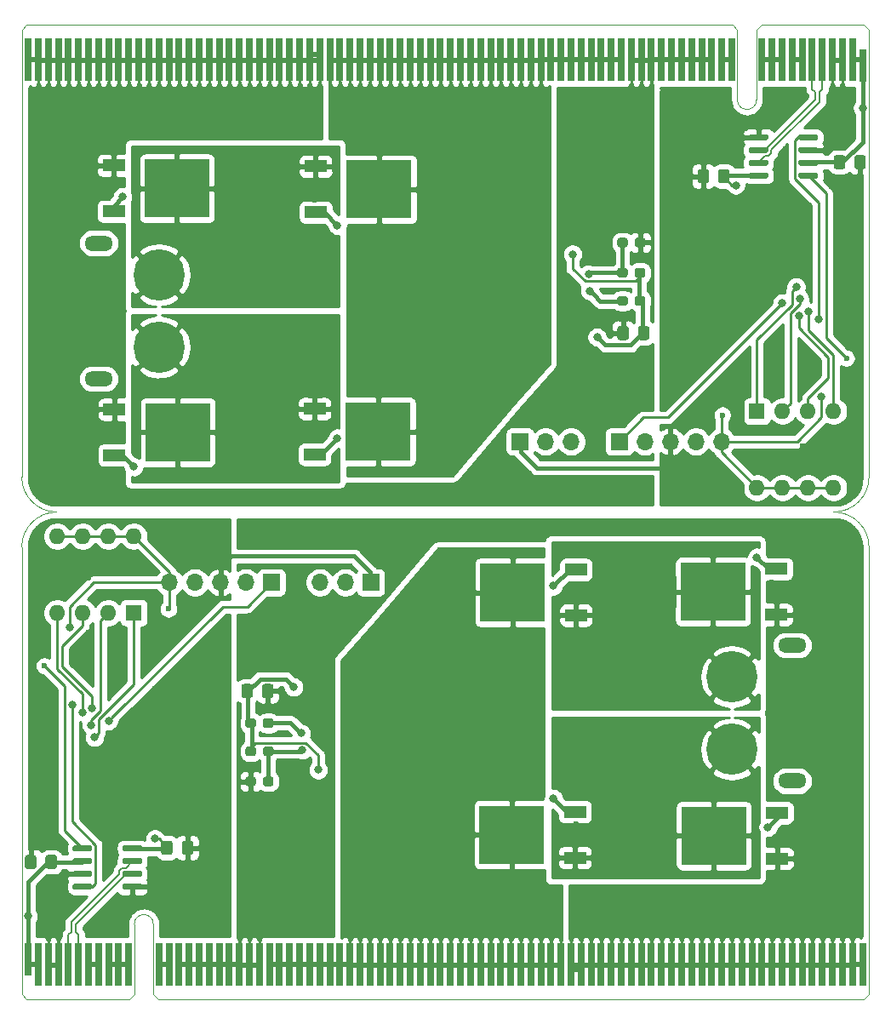
<source format=gbl>
%TF.GenerationSoftware,KiCad,Pcbnew,(5.1.6)-1*%
%TF.CreationDate,2020-06-21T16:44:24+09:00*%
%TF.ProjectId,CAN_H-Bridge_Solo_MD_fin,43414e5f-482d-4427-9269-6467655f536f,rev?*%
%TF.SameCoordinates,Original*%
%TF.FileFunction,Copper,L2,Bot*%
%TF.FilePolarity,Positive*%
%FSLAX46Y46*%
G04 Gerber Fmt 4.6, Leading zero omitted, Abs format (unit mm)*
G04 Created by KiCad (PCBNEW (5.1.6)-1) date 2020-06-21 16:44:24*
%MOMM*%
%LPD*%
G01*
G04 APERTURE LIST*
%TA.AperFunction,Profile*%
%ADD10C,0.100000*%
%TD*%
%TA.AperFunction,EtchedComponent*%
%ADD11C,0.100000*%
%TD*%
%TA.AperFunction,SMDPad,CuDef*%
%ADD12R,2.200000X1.200000*%
%TD*%
%TA.AperFunction,SMDPad,CuDef*%
%ADD13R,6.400000X5.800000*%
%TD*%
%TA.AperFunction,ComponentPad*%
%ADD14R,1.600000X1.600000*%
%TD*%
%TA.AperFunction,ComponentPad*%
%ADD15O,1.600000X1.600000*%
%TD*%
%TA.AperFunction,ComponentPad*%
%ADD16C,5.100000*%
%TD*%
%TA.AperFunction,ComponentPad*%
%ADD17O,2.800000X1.500000*%
%TD*%
%TA.AperFunction,ConnectorPad*%
%ADD18R,0.700000X4.300000*%
%TD*%
%TA.AperFunction,ConnectorPad*%
%ADD19R,0.700000X3.200000*%
%TD*%
%TA.AperFunction,ComponentPad*%
%ADD20O,1.700000X1.700000*%
%TD*%
%TA.AperFunction,ComponentPad*%
%ADD21R,1.700000X1.700000*%
%TD*%
%TA.AperFunction,ViaPad*%
%ADD22C,0.600000*%
%TD*%
%TA.AperFunction,ViaPad*%
%ADD23C,0.800000*%
%TD*%
%TA.AperFunction,Conductor*%
%ADD24C,0.400000*%
%TD*%
%TA.AperFunction,Conductor*%
%ADD25C,0.500000*%
%TD*%
%TA.AperFunction,Conductor*%
%ADD26C,0.250000*%
%TD*%
%TA.AperFunction,Conductor*%
%ADD27C,0.200000*%
%TD*%
%TA.AperFunction,Conductor*%
%ADD28C,0.254000*%
%TD*%
%ADD29C,0.300000*%
%ADD30C,0.350000*%
%ADD31O,2.200000X1.000000*%
G04 APERTURE END LIST*
D10*
X184650000Y-62950000D02*
X184650000Y-99500000D01*
X103850000Y-103000000D02*
G75*
G02*
X100350000Y-99500000I0J3500000D01*
G01*
X184650000Y-99500000D02*
G75*
G02*
X181150000Y-103000000I-3500000J0D01*
G01*
X100350000Y-99500000D02*
X100350000Y-62950000D01*
X100350000Y-106500000D02*
G75*
G02*
X103850000Y-103000000I3500000J0D01*
G01*
X181150000Y-103000000D02*
G75*
G02*
X184650000Y-106500000I0J-3500000D01*
G01*
X184650000Y-106500000D02*
X184650000Y-143050000D01*
X100350000Y-143050000D02*
X100350000Y-106500000D01*
D11*
%TO.C,J3*%
X173450000Y-62000000D02*
X173450000Y-55050000D01*
X171550000Y-62000000D02*
X171550000Y-55050000D01*
X184650000Y-62950000D02*
X184650000Y-55050000D01*
X184150000Y-54550000D02*
X173950000Y-54550000D01*
X100350000Y-62950000D02*
X100350000Y-55050000D01*
X171050000Y-54550000D02*
X100850000Y-54550000D01*
X184650000Y-55050000D02*
X184150000Y-54550000D01*
X173450000Y-55050000D02*
X173950000Y-54550000D01*
X171550000Y-55050000D02*
X171050000Y-54550000D01*
X100350000Y-55050000D02*
X100850000Y-54550000D01*
X173450000Y-62000000D02*
G75*
G02*
X171550000Y-62000000I-950000J0D01*
G01*
X184650000Y-150950000D02*
X184150000Y-151450000D01*
X113450000Y-150950000D02*
X113950000Y-151450000D01*
X111550000Y-150950000D02*
X111050000Y-151450000D01*
X100350000Y-150950000D02*
X100850000Y-151450000D01*
X113950000Y-151450000D02*
X184150000Y-151450000D01*
X184650000Y-143050000D02*
X184650000Y-150950000D01*
X100850000Y-151450000D02*
X111050000Y-151450000D01*
X100350000Y-143050000D02*
X100350000Y-150950000D01*
X113450000Y-144000000D02*
X113450000Y-150950000D01*
X111550000Y-144000000D02*
X111550000Y-150950000D01*
X111550000Y-144000000D02*
G75*
G02*
X113450000Y-144000000I950000J0D01*
G01*
%TD*%
%TO.P,U4,8*%
%TO.N,GND*%
%TA.AperFunction,SMDPad,CuDef*%
G36*
G01*
X174625000Y-65580000D02*
X174625000Y-65880000D01*
G75*
G02*
X174475000Y-66030000I-150000J0D01*
G01*
X172825000Y-66030000D01*
G75*
G02*
X172675000Y-65880000I0J150000D01*
G01*
X172675000Y-65580000D01*
G75*
G02*
X172825000Y-65430000I150000J0D01*
G01*
X174475000Y-65430000D01*
G75*
G02*
X174625000Y-65580000I0J-150000D01*
G01*
G37*
%TD.AperFunction*%
%TO.P,U4,7*%
%TO.N,CAN+*%
%TA.AperFunction,SMDPad,CuDef*%
G36*
G01*
X174625000Y-66850000D02*
X174625000Y-67150000D01*
G75*
G02*
X174475000Y-67300000I-150000J0D01*
G01*
X172825000Y-67300000D01*
G75*
G02*
X172675000Y-67150000I0J150000D01*
G01*
X172675000Y-66850000D01*
G75*
G02*
X172825000Y-66700000I150000J0D01*
G01*
X174475000Y-66700000D01*
G75*
G02*
X174625000Y-66850000I0J-150000D01*
G01*
G37*
%TD.AperFunction*%
%TO.P,U4,6*%
%TO.N,CAN-*%
%TA.AperFunction,SMDPad,CuDef*%
G36*
G01*
X174625000Y-68120000D02*
X174625000Y-68420000D01*
G75*
G02*
X174475000Y-68570000I-150000J0D01*
G01*
X172825000Y-68570000D01*
G75*
G02*
X172675000Y-68420000I0J150000D01*
G01*
X172675000Y-68120000D01*
G75*
G02*
X172825000Y-67970000I150000J0D01*
G01*
X174475000Y-67970000D01*
G75*
G02*
X174625000Y-68120000I0J-150000D01*
G01*
G37*
%TD.AperFunction*%
%TO.P,U4,5*%
%TO.N,IC_3V3*%
%TA.AperFunction,SMDPad,CuDef*%
G36*
G01*
X174625000Y-69390000D02*
X174625000Y-69690000D01*
G75*
G02*
X174475000Y-69840000I-150000J0D01*
G01*
X172825000Y-69840000D01*
G75*
G02*
X172675000Y-69690000I0J150000D01*
G01*
X172675000Y-69390000D01*
G75*
G02*
X172825000Y-69240000I150000J0D01*
G01*
X174475000Y-69240000D01*
G75*
G02*
X174625000Y-69390000I0J-150000D01*
G01*
G37*
%TD.AperFunction*%
%TO.P,U4,4*%
%TO.N,/CAN_RD*%
%TA.AperFunction,SMDPad,CuDef*%
G36*
G01*
X179575000Y-69390000D02*
X179575000Y-69690000D01*
G75*
G02*
X179425000Y-69840000I-150000J0D01*
G01*
X177775000Y-69840000D01*
G75*
G02*
X177625000Y-69690000I0J150000D01*
G01*
X177625000Y-69390000D01*
G75*
G02*
X177775000Y-69240000I150000J0D01*
G01*
X179425000Y-69240000D01*
G75*
G02*
X179575000Y-69390000I0J-150000D01*
G01*
G37*
%TD.AperFunction*%
%TO.P,U4,3*%
%TO.N,+5V*%
%TA.AperFunction,SMDPad,CuDef*%
G36*
G01*
X179575000Y-68120000D02*
X179575000Y-68420000D01*
G75*
G02*
X179425000Y-68570000I-150000J0D01*
G01*
X177775000Y-68570000D01*
G75*
G02*
X177625000Y-68420000I0J150000D01*
G01*
X177625000Y-68120000D01*
G75*
G02*
X177775000Y-67970000I150000J0D01*
G01*
X179425000Y-67970000D01*
G75*
G02*
X179575000Y-68120000I0J-150000D01*
G01*
G37*
%TD.AperFunction*%
%TO.P,U4,2*%
%TO.N,GND*%
%TA.AperFunction,SMDPad,CuDef*%
G36*
G01*
X179575000Y-66850000D02*
X179575000Y-67150000D01*
G75*
G02*
X179425000Y-67300000I-150000J0D01*
G01*
X177775000Y-67300000D01*
G75*
G02*
X177625000Y-67150000I0J150000D01*
G01*
X177625000Y-66850000D01*
G75*
G02*
X177775000Y-66700000I150000J0D01*
G01*
X179425000Y-66700000D01*
G75*
G02*
X179575000Y-66850000I0J-150000D01*
G01*
G37*
%TD.AperFunction*%
%TO.P,U4,1*%
%TO.N,/CAN_TD*%
%TA.AperFunction,SMDPad,CuDef*%
G36*
G01*
X179575000Y-65580000D02*
X179575000Y-65880000D01*
G75*
G02*
X179425000Y-66030000I-150000J0D01*
G01*
X177775000Y-66030000D01*
G75*
G02*
X177625000Y-65880000I0J150000D01*
G01*
X177625000Y-65580000D01*
G75*
G02*
X177775000Y-65430000I150000J0D01*
G01*
X179425000Y-65430000D01*
G75*
G02*
X179575000Y-65580000I0J-150000D01*
G01*
G37*
%TD.AperFunction*%
%TD*%
%TO.P,C9,1*%
%TO.N,GND*%
%TA.AperFunction,SMDPad,CuDef*%
G36*
G01*
X167575000Y-70050001D02*
X167575000Y-69149999D01*
G75*
G02*
X167824999Y-68900000I249999J0D01*
G01*
X168475001Y-68900000D01*
G75*
G02*
X168725000Y-69149999I0J-249999D01*
G01*
X168725000Y-70050001D01*
G75*
G02*
X168475001Y-70300000I-249999J0D01*
G01*
X167824999Y-70300000D01*
G75*
G02*
X167575000Y-70050001I0J249999D01*
G01*
G37*
%TD.AperFunction*%
%TO.P,C9,2*%
%TO.N,IC_3V3*%
%TA.AperFunction,SMDPad,CuDef*%
G36*
G01*
X169625000Y-70050001D02*
X169625000Y-69149999D01*
G75*
G02*
X169874999Y-68900000I249999J0D01*
G01*
X170525001Y-68900000D01*
G75*
G02*
X170775000Y-69149999I0J-249999D01*
G01*
X170775000Y-70050001D01*
G75*
G02*
X170525001Y-70300000I-249999J0D01*
G01*
X169874999Y-70300000D01*
G75*
G02*
X169625000Y-70050001I0J249999D01*
G01*
G37*
%TD.AperFunction*%
%TD*%
%TO.P,C13,1*%
%TO.N,V5*%
%TA.AperFunction,SMDPad,CuDef*%
G36*
G01*
X162800000Y-84749999D02*
X162800000Y-85650001D01*
G75*
G02*
X162550001Y-85900000I-249999J0D01*
G01*
X161899999Y-85900000D01*
G75*
G02*
X161650000Y-85650001I0J249999D01*
G01*
X161650000Y-84749999D01*
G75*
G02*
X161899999Y-84500000I249999J0D01*
G01*
X162550001Y-84500000D01*
G75*
G02*
X162800000Y-84749999I0J-249999D01*
G01*
G37*
%TD.AperFunction*%
%TO.P,C13,2*%
%TO.N,GNDPWR*%
%TA.AperFunction,SMDPad,CuDef*%
G36*
G01*
X160750000Y-84749999D02*
X160750000Y-85650001D01*
G75*
G02*
X160500001Y-85900000I-249999J0D01*
G01*
X159849999Y-85900000D01*
G75*
G02*
X159600000Y-85650001I0J249999D01*
G01*
X159600000Y-84749999D01*
G75*
G02*
X159849999Y-84500000I249999J0D01*
G01*
X160500001Y-84500000D01*
G75*
G02*
X160750000Y-84749999I0J-249999D01*
G01*
G37*
%TD.AperFunction*%
%TD*%
%TO.P,C8,1*%
%TO.N,GND*%
%TA.AperFunction,SMDPad,CuDef*%
G36*
G01*
X184337500Y-67749999D02*
X184337500Y-68650001D01*
G75*
G02*
X184087501Y-68900000I-249999J0D01*
G01*
X183437499Y-68900000D01*
G75*
G02*
X183187500Y-68650001I0J249999D01*
G01*
X183187500Y-67749999D01*
G75*
G02*
X183437499Y-67500000I249999J0D01*
G01*
X184087501Y-67500000D01*
G75*
G02*
X184337500Y-67749999I0J-249999D01*
G01*
G37*
%TD.AperFunction*%
%TO.P,C8,2*%
%TO.N,+5V*%
%TA.AperFunction,SMDPad,CuDef*%
G36*
G01*
X182287500Y-67749999D02*
X182287500Y-68650001D01*
G75*
G02*
X182037501Y-68900000I-249999J0D01*
G01*
X181387499Y-68900000D01*
G75*
G02*
X181137500Y-68650001I0J249999D01*
G01*
X181137500Y-67749999D01*
G75*
G02*
X181387499Y-67500000I249999J0D01*
G01*
X182037501Y-67500000D01*
G75*
G02*
X182287500Y-67749999I0J-249999D01*
G01*
G37*
%TD.AperFunction*%
%TD*%
D12*
%TO.P,Q4,1*%
%TO.N,Net-(Q4-Pad1)*%
X109500000Y-73080000D03*
%TO.P,Q4,3*%
%TO.N,GNDPWR*%
X109500000Y-68520000D03*
D13*
%TO.P,Q4,2*%
%TO.N,SB_0*%
X115800000Y-70800000D03*
%TD*%
D14*
%TO.P,S1,1*%
%TO.N,DIP_SW_4*%
X173500000Y-92980000D03*
D15*
%TO.P,S1,5*%
%TO.N,IC_3V3*%
X181120000Y-100600000D03*
%TO.P,S1,2*%
%TO.N,DIP_SW_3*%
X176040000Y-92980000D03*
%TO.P,S1,6*%
%TO.N,IC_3V3*%
X178580000Y-100600000D03*
%TO.P,S1,3*%
%TO.N,DIP_SW_2*%
X178580000Y-92980000D03*
%TO.P,S1,7*%
%TO.N,IC_3V3*%
X176040000Y-100600000D03*
%TO.P,S1,4*%
%TO.N,DIP_SW_1*%
X181120000Y-92980000D03*
%TO.P,S1,8*%
%TO.N,IC_3V3*%
X173500000Y-100600000D03*
%TD*%
D16*
%TO.P,M1,1*%
%TO.N,SA_0*%
X114000000Y-86600000D03*
%TO.P,M1,2*%
%TO.N,SB_0*%
X114000000Y-79400000D03*
D17*
%TO.P,M1,4*%
%TO.N,N/C*%
X108000000Y-89750000D03*
X108000000Y-76250000D03*
%TD*%
%TO.P,R4,1*%
%TO.N,Net-(IC3-Pad27)*%
%TA.AperFunction,SMDPad,CuDef*%
G36*
G01*
X159600000Y-82237500D02*
X159600000Y-81762500D01*
G75*
G02*
X159837500Y-81525000I237500J0D01*
G01*
X160412500Y-81525000D01*
G75*
G02*
X160650000Y-81762500I0J-237500D01*
G01*
X160650000Y-82237500D01*
G75*
G02*
X160412500Y-82475000I-237500J0D01*
G01*
X159837500Y-82475000D01*
G75*
G02*
X159600000Y-82237500I0J237500D01*
G01*
G37*
%TD.AperFunction*%
%TO.P,R4,2*%
%TO.N,V5*%
%TA.AperFunction,SMDPad,CuDef*%
G36*
G01*
X161350000Y-82237500D02*
X161350000Y-81762500D01*
G75*
G02*
X161587500Y-81525000I237500J0D01*
G01*
X162162500Y-81525000D01*
G75*
G02*
X162400000Y-81762500I0J-237500D01*
G01*
X162400000Y-82237500D01*
G75*
G02*
X162162500Y-82475000I-237500J0D01*
G01*
X161587500Y-82475000D01*
G75*
G02*
X161350000Y-82237500I0J237500D01*
G01*
G37*
%TD.AperFunction*%
%TD*%
%TO.P,R6,1*%
%TO.N,GNDPWR*%
%TA.AperFunction,SMDPad,CuDef*%
G36*
G01*
X162400000Y-75962500D02*
X162400000Y-76437500D01*
G75*
G02*
X162162500Y-76675000I-237500J0D01*
G01*
X161587500Y-76675000D01*
G75*
G02*
X161350000Y-76437500I0J237500D01*
G01*
X161350000Y-75962500D01*
G75*
G02*
X161587500Y-75725000I237500J0D01*
G01*
X162162500Y-75725000D01*
G75*
G02*
X162400000Y-75962500I0J-237500D01*
G01*
G37*
%TD.AperFunction*%
%TO.P,R6,2*%
%TO.N,Net-(IC3-Pad28)*%
%TA.AperFunction,SMDPad,CuDef*%
G36*
G01*
X160650000Y-75962500D02*
X160650000Y-76437500D01*
G75*
G02*
X160412500Y-76675000I-237500J0D01*
G01*
X159837500Y-76675000D01*
G75*
G02*
X159600000Y-76437500I0J237500D01*
G01*
X159600000Y-75962500D01*
G75*
G02*
X159837500Y-75725000I237500J0D01*
G01*
X160412500Y-75725000D01*
G75*
G02*
X160650000Y-75962500I0J-237500D01*
G01*
G37*
%TD.AperFunction*%
%TD*%
D12*
%TO.P,Q1,1*%
%TO.N,Net-(Q1-Pad1)*%
X129500000Y-97280000D03*
%TO.P,Q1,3*%
%TO.N,SA_0*%
X129500000Y-92720000D03*
D13*
%TO.P,Q1,2*%
%TO.N,VCC*%
X135800000Y-95000000D03*
%TD*%
%TO.P,R5,1*%
%TO.N,Net-(IC3-Pad28)*%
%TA.AperFunction,SMDPad,CuDef*%
G36*
G01*
X159587500Y-79437500D02*
X159587500Y-78962500D01*
G75*
G02*
X159825000Y-78725000I237500J0D01*
G01*
X160400000Y-78725000D01*
G75*
G02*
X160637500Y-78962500I0J-237500D01*
G01*
X160637500Y-79437500D01*
G75*
G02*
X160400000Y-79675000I-237500J0D01*
G01*
X159825000Y-79675000D01*
G75*
G02*
X159587500Y-79437500I0J237500D01*
G01*
G37*
%TD.AperFunction*%
%TO.P,R5,2*%
%TO.N,V5*%
%TA.AperFunction,SMDPad,CuDef*%
G36*
G01*
X161337500Y-79437500D02*
X161337500Y-78962500D01*
G75*
G02*
X161575000Y-78725000I237500J0D01*
G01*
X162150000Y-78725000D01*
G75*
G02*
X162387500Y-78962500I0J-237500D01*
G01*
X162387500Y-79437500D01*
G75*
G02*
X162150000Y-79675000I-237500J0D01*
G01*
X161575000Y-79675000D01*
G75*
G02*
X161337500Y-79437500I0J237500D01*
G01*
G37*
%TD.AperFunction*%
%TD*%
D12*
%TO.P,Q2,1*%
%TO.N,Net-(Q2-Pad1)*%
X129600000Y-73180000D03*
%TO.P,Q2,3*%
%TO.N,SB_0*%
X129600000Y-68620000D03*
D13*
%TO.P,Q2,2*%
%TO.N,VCC*%
X135900000Y-70900000D03*
%TD*%
D18*
%TO.P,J3,A9*%
%TO.N,VCC*%
X142000000Y-58000000D03*
X143000000Y-58000000D03*
X144000000Y-58000000D03*
X145000000Y-58000000D03*
X146000000Y-58000000D03*
X147000000Y-58000000D03*
X148000000Y-58000000D03*
X149000000Y-58000000D03*
X150000000Y-58000000D03*
X151000000Y-58000000D03*
X152000000Y-58000000D03*
X153000000Y-58000000D03*
X154000000Y-58000000D03*
X155000000Y-58000000D03*
X156000000Y-58000000D03*
X157000000Y-58000000D03*
X158000000Y-58000000D03*
X159000000Y-58000000D03*
X160000000Y-58000000D03*
%TO.P,J3,A8*%
%TO.N,GNDPWR*%
X161000000Y-58000000D03*
X162000000Y-58000000D03*
X163000000Y-58000000D03*
X164000000Y-58000000D03*
D19*
%TO.P,J3,A1*%
%TO.N,+5V*%
X184000000Y-58550000D03*
D18*
X183000000Y-58000000D03*
%TO.P,J3,A2*%
%TO.N,GND*%
X182000000Y-58000000D03*
X181000000Y-58000000D03*
%TO.P,J3,A3*%
%TO.N,CAN-*%
X180000000Y-58000000D03*
%TO.P,J3,A4*%
%TO.N,CAN+*%
X179000000Y-58000000D03*
%TO.P,J3,A5*%
%TO.N,Net-(J3-PadA5)*%
X178000000Y-58000000D03*
X177000000Y-58000000D03*
%TO.P,J3,A6*%
%TO.N,Net-(J3-PadA6)*%
X176000000Y-58000000D03*
X175000000Y-58000000D03*
X174000000Y-58000000D03*
%TO.P,J3,A8*%
%TO.N,GNDPWR*%
X169000000Y-58000000D03*
X168000000Y-58000000D03*
X167000000Y-58000000D03*
X166000000Y-58000000D03*
X165000000Y-58000000D03*
%TO.P,J3,A7*%
%TO.N,Net-(J3-PadA7)*%
X171000000Y-58000000D03*
X170000000Y-58000000D03*
%TO.P,J3,A9*%
%TO.N,VCC*%
X141000000Y-58000000D03*
X140000000Y-58000000D03*
X139000000Y-58000000D03*
X138000000Y-58000000D03*
X137000000Y-58000000D03*
X136000000Y-58000000D03*
X135000000Y-58000000D03*
X134000000Y-58000000D03*
X133000000Y-58000000D03*
X132000000Y-58000000D03*
X131000000Y-58000000D03*
%TO.P,J3,A10*%
%TO.N,GNDPWR*%
X130000000Y-58000000D03*
X129000000Y-58000000D03*
X128000000Y-58000000D03*
X127000000Y-58000000D03*
X126000000Y-58000000D03*
X125000000Y-58000000D03*
X124000000Y-58000000D03*
X123000000Y-58000000D03*
X122000000Y-58000000D03*
X121000000Y-58000000D03*
X120000000Y-58000000D03*
X119000000Y-58000000D03*
X118000000Y-58000000D03*
X117000000Y-58000000D03*
X116000000Y-58000000D03*
X115000000Y-58000000D03*
X114000000Y-58000000D03*
X113000000Y-58000000D03*
X112000000Y-58000000D03*
X111000000Y-58000000D03*
X110000000Y-58000000D03*
X109000000Y-58000000D03*
X108000000Y-58000000D03*
X107000000Y-58000000D03*
X106000000Y-58000000D03*
X105000000Y-58000000D03*
X104000000Y-58000000D03*
X103000000Y-58000000D03*
X102000000Y-58000000D03*
X101000000Y-58000000D03*
%TD*%
D12*
%TO.P,Q3,1*%
%TO.N,Net-(Q3-Pad1)*%
X109575000Y-97355000D03*
%TO.P,Q3,3*%
%TO.N,GNDPWR*%
X109575000Y-92795000D03*
D13*
%TO.P,Q3,2*%
%TO.N,SA_0*%
X115875000Y-95075000D03*
%TD*%
D20*
%TO.P,J2,5*%
%TO.N,IC_3V3*%
X169960000Y-96000000D03*
%TO.P,J2,4*%
%TO.N,/SWCLK*%
X167420000Y-96000000D03*
%TO.P,J2,3*%
%TO.N,GND*%
X164880000Y-96000000D03*
%TO.P,J2,2*%
%TO.N,/SWDIO*%
X162340000Y-96000000D03*
D21*
%TO.P,J2,1*%
%TO.N,NRST*%
X159800000Y-96000000D03*
%TD*%
D20*
%TO.P,J1,3*%
%TO.N,VCP_RX*%
X155000000Y-96000000D03*
%TO.P,J1,2*%
%TO.N,VCP_TX*%
X152460000Y-96000000D03*
D21*
%TO.P,J1,1*%
%TO.N,GND*%
X149920000Y-96000000D03*
%TD*%
D17*
%TO.P,M1,4*%
%TO.N,N/C*%
X177000000Y-129750000D03*
X177000000Y-116250000D03*
D16*
%TO.P,M1,2*%
%TO.N,SB_0*%
X171000000Y-126600000D03*
%TO.P,M1,1*%
%TO.N,SA_0*%
X171000000Y-119400000D03*
%TD*%
D15*
%TO.P,S1,8*%
%TO.N,IC_3V3*%
X111500000Y-105400000D03*
%TO.P,S1,4*%
%TO.N,DIP_SW_1*%
X103880000Y-113020000D03*
%TO.P,S1,7*%
%TO.N,IC_3V3*%
X108960000Y-105400000D03*
%TO.P,S1,3*%
%TO.N,DIP_SW_2*%
X106420000Y-113020000D03*
%TO.P,S1,6*%
%TO.N,IC_3V3*%
X106420000Y-105400000D03*
%TO.P,S1,2*%
%TO.N,DIP_SW_3*%
X108960000Y-113020000D03*
%TO.P,S1,5*%
%TO.N,IC_3V3*%
X103880000Y-105400000D03*
D14*
%TO.P,S1,1*%
%TO.N,DIP_SW_4*%
X111500000Y-113020000D03*
%TD*%
D13*
%TO.P,Q4,2*%
%TO.N,SB_0*%
X169200000Y-135200000D03*
D12*
%TO.P,Q4,3*%
%TO.N,GNDPWR*%
X175500000Y-137480000D03*
%TO.P,Q4,1*%
%TO.N,Net-(Q4-Pad1)*%
X175500000Y-132920000D03*
%TD*%
D13*
%TO.P,Q3,2*%
%TO.N,SA_0*%
X169125000Y-110925000D03*
D12*
%TO.P,Q3,3*%
%TO.N,GNDPWR*%
X175425000Y-113205000D03*
%TO.P,Q3,1*%
%TO.N,Net-(Q3-Pad1)*%
X175425000Y-108645000D03*
%TD*%
D13*
%TO.P,Q2,2*%
%TO.N,VCC*%
X149100000Y-135100000D03*
D12*
%TO.P,Q2,3*%
%TO.N,SB_0*%
X155400000Y-137380000D03*
%TO.P,Q2,1*%
%TO.N,Net-(Q2-Pad1)*%
X155400000Y-132820000D03*
%TD*%
D13*
%TO.P,Q1,2*%
%TO.N,VCC*%
X149200000Y-111000000D03*
D12*
%TO.P,Q1,3*%
%TO.N,SA_0*%
X155500000Y-113280000D03*
%TO.P,Q1,1*%
%TO.N,Net-(Q1-Pad1)*%
X155500000Y-108720000D03*
%TD*%
D18*
%TO.P,J3,A10*%
%TO.N,GNDPWR*%
X184000000Y-148000000D03*
X183000000Y-148000000D03*
X182000000Y-148000000D03*
X181000000Y-148000000D03*
X180000000Y-148000000D03*
X179000000Y-148000000D03*
X178000000Y-148000000D03*
X177000000Y-148000000D03*
X176000000Y-148000000D03*
X175000000Y-148000000D03*
X174000000Y-148000000D03*
X173000000Y-148000000D03*
X172000000Y-148000000D03*
X171000000Y-148000000D03*
X170000000Y-148000000D03*
X169000000Y-148000000D03*
X168000000Y-148000000D03*
X167000000Y-148000000D03*
X166000000Y-148000000D03*
X165000000Y-148000000D03*
X164000000Y-148000000D03*
X163000000Y-148000000D03*
X162000000Y-148000000D03*
X161000000Y-148000000D03*
X160000000Y-148000000D03*
X159000000Y-148000000D03*
X158000000Y-148000000D03*
X157000000Y-148000000D03*
X156000000Y-148000000D03*
X155000000Y-148000000D03*
%TO.P,J3,A9*%
%TO.N,VCC*%
X154000000Y-148000000D03*
X153000000Y-148000000D03*
X152000000Y-148000000D03*
X151000000Y-148000000D03*
X150000000Y-148000000D03*
X149000000Y-148000000D03*
X148000000Y-148000000D03*
X147000000Y-148000000D03*
X146000000Y-148000000D03*
X145000000Y-148000000D03*
X144000000Y-148000000D03*
%TO.P,J3,A7*%
%TO.N,Net-(J3-PadA7)*%
X115000000Y-148000000D03*
X114000000Y-148000000D03*
%TO.P,J3,A8*%
%TO.N,GNDPWR*%
X120000000Y-148000000D03*
X119000000Y-148000000D03*
X118000000Y-148000000D03*
X117000000Y-148000000D03*
X116000000Y-148000000D03*
%TO.P,J3,A6*%
%TO.N,Net-(J3-PadA6)*%
X111000000Y-148000000D03*
X110000000Y-148000000D03*
X109000000Y-148000000D03*
%TO.P,J3,A5*%
%TO.N,Net-(J3-PadA5)*%
X108000000Y-148000000D03*
X107000000Y-148000000D03*
%TO.P,J3,A4*%
%TO.N,CAN+*%
X106000000Y-148000000D03*
%TO.P,J3,A3*%
%TO.N,CAN-*%
X105000000Y-148000000D03*
%TO.P,J3,A2*%
%TO.N,GND*%
X104000000Y-148000000D03*
X103000000Y-148000000D03*
%TO.P,J3,A1*%
%TO.N,+5V*%
X102000000Y-148000000D03*
D19*
X101000000Y-147450000D03*
D18*
%TO.P,J3,A8*%
%TO.N,GNDPWR*%
X121000000Y-148000000D03*
X122000000Y-148000000D03*
X123000000Y-148000000D03*
X124000000Y-148000000D03*
%TO.P,J3,A9*%
%TO.N,VCC*%
X125000000Y-148000000D03*
X126000000Y-148000000D03*
X127000000Y-148000000D03*
X128000000Y-148000000D03*
X129000000Y-148000000D03*
X130000000Y-148000000D03*
X131000000Y-148000000D03*
X132000000Y-148000000D03*
X133000000Y-148000000D03*
X134000000Y-148000000D03*
X135000000Y-148000000D03*
X136000000Y-148000000D03*
X137000000Y-148000000D03*
X138000000Y-148000000D03*
X139000000Y-148000000D03*
X140000000Y-148000000D03*
X141000000Y-148000000D03*
X142000000Y-148000000D03*
X143000000Y-148000000D03*
%TD*%
%TO.P,R6,2*%
%TO.N,Net-(IC3-Pad28)*%
%TA.AperFunction,SMDPad,CuDef*%
G36*
G01*
X124350000Y-130037500D02*
X124350000Y-129562500D01*
G75*
G02*
X124587500Y-129325000I237500J0D01*
G01*
X125162500Y-129325000D01*
G75*
G02*
X125400000Y-129562500I0J-237500D01*
G01*
X125400000Y-130037500D01*
G75*
G02*
X125162500Y-130275000I-237500J0D01*
G01*
X124587500Y-130275000D01*
G75*
G02*
X124350000Y-130037500I0J237500D01*
G01*
G37*
%TD.AperFunction*%
%TO.P,R6,1*%
%TO.N,GNDPWR*%
%TA.AperFunction,SMDPad,CuDef*%
G36*
G01*
X122600000Y-130037500D02*
X122600000Y-129562500D01*
G75*
G02*
X122837500Y-129325000I237500J0D01*
G01*
X123412500Y-129325000D01*
G75*
G02*
X123650000Y-129562500I0J-237500D01*
G01*
X123650000Y-130037500D01*
G75*
G02*
X123412500Y-130275000I-237500J0D01*
G01*
X122837500Y-130275000D01*
G75*
G02*
X122600000Y-130037500I0J237500D01*
G01*
G37*
%TD.AperFunction*%
%TD*%
%TO.P,R5,2*%
%TO.N,V5*%
%TA.AperFunction,SMDPad,CuDef*%
G36*
G01*
X123662500Y-126562500D02*
X123662500Y-127037500D01*
G75*
G02*
X123425000Y-127275000I-237500J0D01*
G01*
X122850000Y-127275000D01*
G75*
G02*
X122612500Y-127037500I0J237500D01*
G01*
X122612500Y-126562500D01*
G75*
G02*
X122850000Y-126325000I237500J0D01*
G01*
X123425000Y-126325000D01*
G75*
G02*
X123662500Y-126562500I0J-237500D01*
G01*
G37*
%TD.AperFunction*%
%TO.P,R5,1*%
%TO.N,Net-(IC3-Pad28)*%
%TA.AperFunction,SMDPad,CuDef*%
G36*
G01*
X125412500Y-126562500D02*
X125412500Y-127037500D01*
G75*
G02*
X125175000Y-127275000I-237500J0D01*
G01*
X124600000Y-127275000D01*
G75*
G02*
X124362500Y-127037500I0J237500D01*
G01*
X124362500Y-126562500D01*
G75*
G02*
X124600000Y-126325000I237500J0D01*
G01*
X125175000Y-126325000D01*
G75*
G02*
X125412500Y-126562500I0J-237500D01*
G01*
G37*
%TD.AperFunction*%
%TD*%
%TO.P,R4,2*%
%TO.N,V5*%
%TA.AperFunction,SMDPad,CuDef*%
G36*
G01*
X123650000Y-123762500D02*
X123650000Y-124237500D01*
G75*
G02*
X123412500Y-124475000I-237500J0D01*
G01*
X122837500Y-124475000D01*
G75*
G02*
X122600000Y-124237500I0J237500D01*
G01*
X122600000Y-123762500D01*
G75*
G02*
X122837500Y-123525000I237500J0D01*
G01*
X123412500Y-123525000D01*
G75*
G02*
X123650000Y-123762500I0J-237500D01*
G01*
G37*
%TD.AperFunction*%
%TO.P,R4,1*%
%TO.N,Net-(IC3-Pad27)*%
%TA.AperFunction,SMDPad,CuDef*%
G36*
G01*
X125400000Y-123762500D02*
X125400000Y-124237500D01*
G75*
G02*
X125162500Y-124475000I-237500J0D01*
G01*
X124587500Y-124475000D01*
G75*
G02*
X124350000Y-124237500I0J237500D01*
G01*
X124350000Y-123762500D01*
G75*
G02*
X124587500Y-123525000I237500J0D01*
G01*
X125162500Y-123525000D01*
G75*
G02*
X125400000Y-123762500I0J-237500D01*
G01*
G37*
%TD.AperFunction*%
%TD*%
%TO.P,C13,2*%
%TO.N,GNDPWR*%
%TA.AperFunction,SMDPad,CuDef*%
G36*
G01*
X124250000Y-121250001D02*
X124250000Y-120349999D01*
G75*
G02*
X124499999Y-120100000I249999J0D01*
G01*
X125150001Y-120100000D01*
G75*
G02*
X125400000Y-120349999I0J-249999D01*
G01*
X125400000Y-121250001D01*
G75*
G02*
X125150001Y-121500000I-249999J0D01*
G01*
X124499999Y-121500000D01*
G75*
G02*
X124250000Y-121250001I0J249999D01*
G01*
G37*
%TD.AperFunction*%
%TO.P,C13,1*%
%TO.N,V5*%
%TA.AperFunction,SMDPad,CuDef*%
G36*
G01*
X122200000Y-121250001D02*
X122200000Y-120349999D01*
G75*
G02*
X122449999Y-120100000I249999J0D01*
G01*
X123100001Y-120100000D01*
G75*
G02*
X123350000Y-120349999I0J-249999D01*
G01*
X123350000Y-121250001D01*
G75*
G02*
X123100001Y-121500000I-249999J0D01*
G01*
X122449999Y-121500000D01*
G75*
G02*
X122200000Y-121250001I0J249999D01*
G01*
G37*
%TD.AperFunction*%
%TD*%
%TO.P,C8,2*%
%TO.N,+5V*%
%TA.AperFunction,SMDPad,CuDef*%
G36*
G01*
X102712500Y-138250001D02*
X102712500Y-137349999D01*
G75*
G02*
X102962499Y-137100000I249999J0D01*
G01*
X103612501Y-137100000D01*
G75*
G02*
X103862500Y-137349999I0J-249999D01*
G01*
X103862500Y-138250001D01*
G75*
G02*
X103612501Y-138500000I-249999J0D01*
G01*
X102962499Y-138500000D01*
G75*
G02*
X102712500Y-138250001I0J249999D01*
G01*
G37*
%TD.AperFunction*%
%TO.P,C8,1*%
%TO.N,GND*%
%TA.AperFunction,SMDPad,CuDef*%
G36*
G01*
X100662500Y-138250001D02*
X100662500Y-137349999D01*
G75*
G02*
X100912499Y-137100000I249999J0D01*
G01*
X101562501Y-137100000D01*
G75*
G02*
X101812500Y-137349999I0J-249999D01*
G01*
X101812500Y-138250001D01*
G75*
G02*
X101562501Y-138500000I-249999J0D01*
G01*
X100912499Y-138500000D01*
G75*
G02*
X100662500Y-138250001I0J249999D01*
G01*
G37*
%TD.AperFunction*%
%TD*%
%TO.P,C9,2*%
%TO.N,IC_3V3*%
%TA.AperFunction,SMDPad,CuDef*%
G36*
G01*
X115375000Y-135949999D02*
X115375000Y-136850001D01*
G75*
G02*
X115125001Y-137100000I-249999J0D01*
G01*
X114474999Y-137100000D01*
G75*
G02*
X114225000Y-136850001I0J249999D01*
G01*
X114225000Y-135949999D01*
G75*
G02*
X114474999Y-135700000I249999J0D01*
G01*
X115125001Y-135700000D01*
G75*
G02*
X115375000Y-135949999I0J-249999D01*
G01*
G37*
%TD.AperFunction*%
%TO.P,C9,1*%
%TO.N,GND*%
%TA.AperFunction,SMDPad,CuDef*%
G36*
G01*
X117425000Y-135949999D02*
X117425000Y-136850001D01*
G75*
G02*
X117175001Y-137100000I-249999J0D01*
G01*
X116524999Y-137100000D01*
G75*
G02*
X116275000Y-136850001I0J249999D01*
G01*
X116275000Y-135949999D01*
G75*
G02*
X116524999Y-135700000I249999J0D01*
G01*
X117175001Y-135700000D01*
G75*
G02*
X117425000Y-135949999I0J-249999D01*
G01*
G37*
%TD.AperFunction*%
%TD*%
%TO.P,U4,1*%
%TO.N,/CAN_TD*%
%TA.AperFunction,SMDPad,CuDef*%
G36*
G01*
X105425000Y-140420000D02*
X105425000Y-140120000D01*
G75*
G02*
X105575000Y-139970000I150000J0D01*
G01*
X107225000Y-139970000D01*
G75*
G02*
X107375000Y-140120000I0J-150000D01*
G01*
X107375000Y-140420000D01*
G75*
G02*
X107225000Y-140570000I-150000J0D01*
G01*
X105575000Y-140570000D01*
G75*
G02*
X105425000Y-140420000I0J150000D01*
G01*
G37*
%TD.AperFunction*%
%TO.P,U4,2*%
%TO.N,GND*%
%TA.AperFunction,SMDPad,CuDef*%
G36*
G01*
X105425000Y-139150000D02*
X105425000Y-138850000D01*
G75*
G02*
X105575000Y-138700000I150000J0D01*
G01*
X107225000Y-138700000D01*
G75*
G02*
X107375000Y-138850000I0J-150000D01*
G01*
X107375000Y-139150000D01*
G75*
G02*
X107225000Y-139300000I-150000J0D01*
G01*
X105575000Y-139300000D01*
G75*
G02*
X105425000Y-139150000I0J150000D01*
G01*
G37*
%TD.AperFunction*%
%TO.P,U4,3*%
%TO.N,+5V*%
%TA.AperFunction,SMDPad,CuDef*%
G36*
G01*
X105425000Y-137880000D02*
X105425000Y-137580000D01*
G75*
G02*
X105575000Y-137430000I150000J0D01*
G01*
X107225000Y-137430000D01*
G75*
G02*
X107375000Y-137580000I0J-150000D01*
G01*
X107375000Y-137880000D01*
G75*
G02*
X107225000Y-138030000I-150000J0D01*
G01*
X105575000Y-138030000D01*
G75*
G02*
X105425000Y-137880000I0J150000D01*
G01*
G37*
%TD.AperFunction*%
%TO.P,U4,4*%
%TO.N,/CAN_RD*%
%TA.AperFunction,SMDPad,CuDef*%
G36*
G01*
X105425000Y-136610000D02*
X105425000Y-136310000D01*
G75*
G02*
X105575000Y-136160000I150000J0D01*
G01*
X107225000Y-136160000D01*
G75*
G02*
X107375000Y-136310000I0J-150000D01*
G01*
X107375000Y-136610000D01*
G75*
G02*
X107225000Y-136760000I-150000J0D01*
G01*
X105575000Y-136760000D01*
G75*
G02*
X105425000Y-136610000I0J150000D01*
G01*
G37*
%TD.AperFunction*%
%TO.P,U4,5*%
%TO.N,IC_3V3*%
%TA.AperFunction,SMDPad,CuDef*%
G36*
G01*
X110375000Y-136610000D02*
X110375000Y-136310000D01*
G75*
G02*
X110525000Y-136160000I150000J0D01*
G01*
X112175000Y-136160000D01*
G75*
G02*
X112325000Y-136310000I0J-150000D01*
G01*
X112325000Y-136610000D01*
G75*
G02*
X112175000Y-136760000I-150000J0D01*
G01*
X110525000Y-136760000D01*
G75*
G02*
X110375000Y-136610000I0J150000D01*
G01*
G37*
%TD.AperFunction*%
%TO.P,U4,6*%
%TO.N,CAN-*%
%TA.AperFunction,SMDPad,CuDef*%
G36*
G01*
X110375000Y-137880000D02*
X110375000Y-137580000D01*
G75*
G02*
X110525000Y-137430000I150000J0D01*
G01*
X112175000Y-137430000D01*
G75*
G02*
X112325000Y-137580000I0J-150000D01*
G01*
X112325000Y-137880000D01*
G75*
G02*
X112175000Y-138030000I-150000J0D01*
G01*
X110525000Y-138030000D01*
G75*
G02*
X110375000Y-137880000I0J150000D01*
G01*
G37*
%TD.AperFunction*%
%TO.P,U4,7*%
%TO.N,CAN+*%
%TA.AperFunction,SMDPad,CuDef*%
G36*
G01*
X110375000Y-139150000D02*
X110375000Y-138850000D01*
G75*
G02*
X110525000Y-138700000I150000J0D01*
G01*
X112175000Y-138700000D01*
G75*
G02*
X112325000Y-138850000I0J-150000D01*
G01*
X112325000Y-139150000D01*
G75*
G02*
X112175000Y-139300000I-150000J0D01*
G01*
X110525000Y-139300000D01*
G75*
G02*
X110375000Y-139150000I0J150000D01*
G01*
G37*
%TD.AperFunction*%
%TO.P,U4,8*%
%TO.N,GND*%
%TA.AperFunction,SMDPad,CuDef*%
G36*
G01*
X110375000Y-140420000D02*
X110375000Y-140120000D01*
G75*
G02*
X110525000Y-139970000I150000J0D01*
G01*
X112175000Y-139970000D01*
G75*
G02*
X112325000Y-140120000I0J-150000D01*
G01*
X112325000Y-140420000D01*
G75*
G02*
X112175000Y-140570000I-150000J0D01*
G01*
X110525000Y-140570000D01*
G75*
G02*
X110375000Y-140420000I0J150000D01*
G01*
G37*
%TD.AperFunction*%
%TD*%
D21*
%TO.P,J2,1*%
%TO.N,NRST*%
X125200000Y-110000000D03*
D20*
%TO.P,J2,2*%
%TO.N,/SWDIO*%
X122660000Y-110000000D03*
%TO.P,J2,3*%
%TO.N,GND*%
X120120000Y-110000000D03*
%TO.P,J2,4*%
%TO.N,/SWCLK*%
X117580000Y-110000000D03*
%TO.P,J2,5*%
%TO.N,IC_3V3*%
X115040000Y-110000000D03*
%TD*%
D21*
%TO.P,J1,1*%
%TO.N,GND*%
X135080000Y-110000000D03*
D20*
%TO.P,J1,2*%
%TO.N,VCP_TX*%
X132540000Y-110000000D03*
%TO.P,J1,3*%
%TO.N,VCP_RX*%
X130000000Y-110000000D03*
%TD*%
D22*
%TO.N,GND*%
X114900000Y-123200000D03*
X114600000Y-115700000D03*
X113200000Y-111300000D03*
X113600000Y-120600000D03*
X112700000Y-122000000D03*
X109200000Y-143600000D03*
X116700000Y-112700000D03*
X103600000Y-130300000D03*
X101200000Y-125000000D03*
X102800000Y-126600000D03*
X112300000Y-125100000D03*
X114600000Y-132800000D03*
X117300000Y-126100000D03*
X109400000Y-128800000D03*
X116700000Y-129800000D03*
X102100000Y-131400000D03*
X110000000Y-145000000D03*
X109100000Y-121100000D03*
X114500000Y-144800000D03*
X117500000Y-144800000D03*
X102100000Y-145000000D03*
X113200000Y-105200000D03*
X116300000Y-105500000D03*
X115600000Y-108000000D03*
X109900000Y-114700000D03*
X102700000Y-116100000D03*
X102400000Y-106400000D03*
X103600000Y-109700000D03*
X103600000Y-122000000D03*
X107200000Y-119800000D03*
X107000000Y-109600000D03*
X112500000Y-109000000D03*
X107000000Y-115000000D03*
X108650000Y-139150000D03*
X104100000Y-135400000D03*
X109200000Y-133400000D03*
X106500000Y-131500000D03*
X107000000Y-134000000D03*
X101300000Y-135300000D03*
X171400000Y-85400000D03*
X170100000Y-82800000D03*
X182200000Y-79400000D03*
X170500000Y-61200000D03*
X167700000Y-79900000D03*
X168300000Y-93300000D03*
X183800000Y-81000000D03*
X172300000Y-84000000D03*
X167500000Y-61200000D03*
X168700000Y-100500000D03*
X181400000Y-75700000D03*
X175800000Y-62400000D03*
X182900000Y-74600000D03*
X171800000Y-94700000D03*
X169400000Y-98000000D03*
X175100000Y-91300000D03*
X182300000Y-89900000D03*
X182600000Y-99600000D03*
X182900000Y-61000000D03*
X170400000Y-73200000D03*
X168300000Y-76200000D03*
X175000000Y-61000000D03*
X170400000Y-90300000D03*
X175900000Y-84900000D03*
X175600000Y-77200000D03*
X171800000Y-100800000D03*
X181400000Y-96300000D03*
X181400000Y-84000000D03*
X177800000Y-86200000D03*
X178000000Y-96400000D03*
X172700000Y-80900000D03*
X172500000Y-97000000D03*
X178000000Y-91000000D03*
X176350000Y-66850000D03*
X175800000Y-72600000D03*
X180900000Y-70600000D03*
X178000000Y-72000000D03*
X183700000Y-70700000D03*
X178500000Y-74500000D03*
D23*
%TO.N,+5V*%
X101000000Y-143200000D03*
X184000000Y-62800000D03*
D22*
%TO.N,GNDPWR*%
X180000000Y-110000000D03*
X180000000Y-115000000D03*
X180000000Y-120000000D03*
X180000000Y-125000000D03*
X180000000Y-130000000D03*
X180000000Y-135000000D03*
X182500000Y-112500000D03*
X182500000Y-117500000D03*
X182500000Y-122500000D03*
X182500000Y-127500000D03*
X182500000Y-132500000D03*
X182500000Y-137500000D03*
X177500000Y-127500000D03*
X177500000Y-122500000D03*
X177500000Y-112500000D03*
X175000000Y-107100000D03*
X177500000Y-107500000D03*
X175000000Y-120000000D03*
X175000000Y-125000000D03*
X124000000Y-113000000D03*
X125000000Y-116000000D03*
X126000000Y-127800000D03*
X127300000Y-118300000D03*
X129500000Y-116300000D03*
X129500000Y-112400000D03*
X128000000Y-110000000D03*
X127800000Y-108600000D03*
X177500000Y-137500000D03*
X135000000Y-112900000D03*
X122200000Y-104800000D03*
X126000000Y-106400000D03*
X182500000Y-107500000D03*
X180000000Y-105000000D03*
X129000000Y-106000000D03*
X138500000Y-108500000D03*
X134500000Y-104000000D03*
X180000000Y-137500000D03*
X182500000Y-135000000D03*
X177500000Y-135000000D03*
X177500000Y-132500000D03*
X180000000Y-132500000D03*
X180000000Y-127500000D03*
X182500000Y-130000000D03*
X182500000Y-125000000D03*
X177500000Y-125000000D03*
X177500000Y-122500000D03*
X182500000Y-120000000D03*
X180000000Y-122500000D03*
X177500000Y-120000000D03*
X180000000Y-117500000D03*
X180000000Y-112500000D03*
X182500000Y-115000000D03*
X175000000Y-117500000D03*
X175000000Y-110000000D03*
X177500000Y-110000000D03*
X182500000Y-110000000D03*
X180000000Y-107500000D03*
X182500000Y-105000000D03*
X177500000Y-105000000D03*
X175000000Y-105000000D03*
X155000000Y-145000000D03*
X159000000Y-145000000D03*
X157000000Y-143000000D03*
X155000000Y-141000000D03*
X159000000Y-141000000D03*
X163000000Y-141000000D03*
X167000000Y-141000000D03*
X171000000Y-141000000D03*
X175000000Y-141000000D03*
X179000000Y-141000000D03*
X183000000Y-141000000D03*
X183000000Y-145000000D03*
X179000000Y-145000000D03*
X175000000Y-145000000D03*
X171000000Y-145000000D03*
X167000000Y-145000000D03*
X163000000Y-145000000D03*
X161000000Y-143000000D03*
X165000000Y-143000000D03*
X169000000Y-143000000D03*
X173000000Y-143000000D03*
X177000000Y-143000000D03*
X181000000Y-143000000D03*
X131000000Y-145000000D03*
X122000000Y-145000000D03*
X123900000Y-142800000D03*
X124400000Y-138150000D03*
X129650000Y-134550000D03*
X122250000Y-134700000D03*
X124050000Y-122550000D03*
X126050000Y-125000000D03*
X127750000Y-128550000D03*
X126600000Y-103900000D03*
X149300000Y-104000000D03*
X162400000Y-104100000D03*
X105000000Y-96000000D03*
X105000000Y-91000000D03*
X105000000Y-86000000D03*
X102500000Y-78500000D03*
X102500000Y-88500000D03*
X102500000Y-83500000D03*
X102500000Y-73500000D03*
X105000000Y-76000000D03*
X102500000Y-68500000D03*
X107500000Y-83500000D03*
X102500000Y-93500000D03*
X105000000Y-81000000D03*
X107500000Y-78500000D03*
X105000000Y-71000000D03*
X124000000Y-63000000D03*
X114000000Y-65000000D03*
X110000000Y-81000000D03*
X162800000Y-101200000D03*
X107500000Y-68500000D03*
X159000000Y-99600000D03*
X107500000Y-98500000D03*
X161000000Y-93000000D03*
X105000000Y-83500000D03*
X105000000Y-68500000D03*
X102500000Y-96000000D03*
X155500000Y-93600000D03*
X107500000Y-93500000D03*
X107500000Y-73500000D03*
X105000000Y-98500000D03*
X105000000Y-101000000D03*
X160000000Y-90000000D03*
X150500000Y-102000000D03*
X107500000Y-83500000D03*
X102500000Y-101000000D03*
X156000000Y-100000000D03*
X130000000Y-61000000D03*
X107500000Y-71000000D03*
X102500000Y-86000000D03*
X128000000Y-63000000D03*
X155500000Y-89700000D03*
X157200000Y-97400000D03*
X110000000Y-98900000D03*
X110000000Y-86000000D03*
X159000000Y-78200000D03*
X102500000Y-98500000D03*
X105000000Y-78500000D03*
X102500000Y-81000000D03*
X107500000Y-96000000D03*
X122000000Y-65000000D03*
X110000000Y-65000000D03*
X102500000Y-91000000D03*
X106000000Y-65000000D03*
X110000000Y-88500000D03*
X126000000Y-65000000D03*
X146500000Y-97500000D03*
X105000000Y-73500000D03*
X105000000Y-93500000D03*
X150000000Y-93100000D03*
X102500000Y-76000000D03*
X105000000Y-88500000D03*
X107500000Y-101000000D03*
X130000000Y-65000000D03*
X102000000Y-65000000D03*
X126000000Y-61000000D03*
X102000000Y-61000000D03*
X102500000Y-71000000D03*
X110000000Y-96000000D03*
X107500000Y-86000000D03*
X110000000Y-101000000D03*
X157000000Y-96000000D03*
X106000000Y-61000000D03*
X157700000Y-87700000D03*
X118000000Y-65000000D03*
X110000000Y-61000000D03*
X114000000Y-61000000D03*
X107500000Y-81000000D03*
X118000000Y-61000000D03*
X122000000Y-61000000D03*
X104000000Y-63000000D03*
X112000000Y-63000000D03*
X160600000Y-67850000D03*
X158950000Y-81000000D03*
X135700000Y-102000000D03*
X116000000Y-63000000D03*
X122600000Y-101900000D03*
X163000000Y-61000000D03*
X157250000Y-77450000D03*
X154000000Y-61000000D03*
X155350000Y-71450000D03*
X158400000Y-102100000D03*
X162750000Y-71300000D03*
X120000000Y-63000000D03*
X160950000Y-83450000D03*
X108000000Y-63000000D03*
X161100000Y-63200000D03*
%TO.N,SB_0*%
X171250000Y-137250000D03*
X169750000Y-137250000D03*
X168250000Y-137250000D03*
X166750000Y-137250000D03*
X171250000Y-135750000D03*
X169750000Y-135750000D03*
X168250000Y-135750000D03*
X166750000Y-135750000D03*
X166750000Y-134250000D03*
X168250000Y-134250000D03*
X169750000Y-134250000D03*
X171250000Y-134250000D03*
X171250000Y-132750000D03*
X169750000Y-132750000D03*
X168250000Y-132750000D03*
X166750000Y-132750000D03*
X168750000Y-131250000D03*
X167750000Y-131250000D03*
X166750000Y-131250000D03*
X165750000Y-131250000D03*
X164750000Y-131250000D03*
X164750000Y-132250000D03*
X164750000Y-133250000D03*
X164750000Y-134250000D03*
X164750000Y-135250000D03*
X164750000Y-136250000D03*
X164750000Y-137250000D03*
X169750000Y-131250000D03*
X173250000Y-137250000D03*
X173250000Y-136250000D03*
X173250000Y-135250000D03*
X173250000Y-134250000D03*
X173250000Y-133250000D03*
X173250000Y-132250000D03*
X173250000Y-131250000D03*
X172250000Y-131250000D03*
X163750000Y-137250000D03*
X163750000Y-136250000D03*
X163750000Y-135250000D03*
X163750000Y-134250000D03*
X163750000Y-133250000D03*
X163750000Y-132250000D03*
X163750000Y-131250000D03*
X163750000Y-130250000D03*
X164750000Y-130250000D03*
X165750000Y-130250000D03*
X166750000Y-130250000D03*
X167750000Y-130250000D03*
X168750000Y-130250000D03*
X170650000Y-131250000D03*
X171450000Y-131250000D03*
X169700000Y-130250000D03*
X170600000Y-130250000D03*
X171450000Y-130250000D03*
X172250000Y-130250000D03*
X173250000Y-130250000D03*
X163750000Y-138150000D03*
X164750000Y-138150000D03*
X163800000Y-139000000D03*
X164800000Y-139000000D03*
X165800000Y-139000000D03*
X166800000Y-139000000D03*
X167800000Y-139000000D03*
X168800000Y-139000000D03*
X169800000Y-139000000D03*
X170800000Y-139000000D03*
X171800000Y-139000000D03*
X153500000Y-124000000D03*
X153500000Y-126000000D03*
X153500000Y-128000000D03*
X155500000Y-130000000D03*
X155500000Y-128000000D03*
X155500000Y-126000000D03*
X157500000Y-126000000D03*
X157500000Y-124000000D03*
X155500000Y-124000000D03*
X159500000Y-124000000D03*
X161500000Y-124000000D03*
X163500000Y-124000000D03*
X165500000Y-124000000D03*
X167500000Y-124000000D03*
X167500000Y-126000000D03*
X165500000Y-126000000D03*
X163500000Y-126000000D03*
X161500000Y-126000000D03*
X159500000Y-126000000D03*
X159500000Y-128000000D03*
X157500000Y-128000000D03*
X161500000Y-128000000D03*
X163500000Y-128000000D03*
X165500000Y-128000000D03*
X167500000Y-128000000D03*
X161500000Y-130000000D03*
X159500000Y-130000000D03*
X157500000Y-130000000D03*
X157500000Y-132000000D03*
X159500000Y-132000000D03*
X161500000Y-132000000D03*
X161500000Y-134000000D03*
X159500000Y-134000000D03*
X157500000Y-134000000D03*
X157500000Y-136000000D03*
X159500000Y-136000000D03*
X161500000Y-136000000D03*
X161500000Y-138000000D03*
X159500000Y-138000000D03*
X157500000Y-138000000D03*
X155500000Y-134000000D03*
X155500000Y-136000000D03*
X153500000Y-138000000D03*
X153500000Y-136000000D03*
X153500000Y-134000000D03*
X125500000Y-82000000D03*
X117500000Y-80000000D03*
X129500000Y-70000000D03*
X121500000Y-82000000D03*
X123500000Y-74000000D03*
X123500000Y-68000000D03*
X129500000Y-72000000D03*
X125500000Y-72000000D03*
X131500000Y-72000000D03*
X123500000Y-76000000D03*
X131500000Y-80000000D03*
X127500000Y-76000000D03*
X125500000Y-68000000D03*
X131500000Y-68000000D03*
X131500000Y-78000000D03*
X123500000Y-72000000D03*
X127500000Y-78000000D03*
X117500000Y-82000000D03*
X125500000Y-78000000D03*
X123500000Y-78000000D03*
X127500000Y-70000000D03*
X117500000Y-78000000D03*
X125500000Y-74000000D03*
X127500000Y-68000000D03*
X129500000Y-78000000D03*
X125500000Y-76000000D03*
X125500000Y-70000000D03*
X123500000Y-70000000D03*
X129500000Y-80000000D03*
X131500000Y-70000000D03*
X123500000Y-80000000D03*
X127500000Y-74000000D03*
X125500000Y-80000000D03*
X121500000Y-78000000D03*
X129500000Y-82000000D03*
X123500000Y-82000000D03*
X127500000Y-72000000D03*
X119500000Y-82000000D03*
X127500000Y-80000000D03*
X119500000Y-80000000D03*
X129500000Y-76000000D03*
X121500000Y-80000000D03*
X127500000Y-82000000D03*
X119500000Y-78000000D03*
X116750000Y-68750000D03*
X119250000Y-75750000D03*
X120250000Y-72750000D03*
X120250000Y-69750000D03*
X120250000Y-68750000D03*
X113750000Y-71750000D03*
X118250000Y-75750000D03*
X113750000Y-73250000D03*
X115250000Y-70250000D03*
X118250000Y-70250000D03*
X113750000Y-68750000D03*
X118250000Y-68750000D03*
X120250000Y-73750000D03*
X113750000Y-70250000D03*
X115250000Y-73250000D03*
X111750000Y-68750000D03*
X115250000Y-68750000D03*
X118250000Y-74750000D03*
X111750000Y-69750000D03*
X121250000Y-70750000D03*
X120250000Y-74750000D03*
X115250000Y-74750000D03*
X111750000Y-71750000D03*
X121250000Y-71750000D03*
X121250000Y-73750000D03*
X120250000Y-71750000D03*
X116750000Y-71750000D03*
X111750000Y-72750000D03*
X118250000Y-71750000D03*
X121250000Y-69750000D03*
X111750000Y-73750000D03*
X119250000Y-74750000D03*
X116750000Y-73250000D03*
X118250000Y-73250000D03*
X120250000Y-70750000D03*
X111750000Y-70750000D03*
X121250000Y-74750000D03*
X115250000Y-71750000D03*
X117250000Y-74750000D03*
X121250000Y-68750000D03*
X116250000Y-74750000D03*
X121250000Y-72750000D03*
X111750000Y-74750000D03*
X116750000Y-70250000D03*
X121250000Y-75750000D03*
X112750000Y-74750000D03*
X120250000Y-75750000D03*
X113550000Y-74750000D03*
X118200000Y-67000000D03*
X116200000Y-67000000D03*
X114200000Y-67000000D03*
X131500000Y-82000000D03*
X114350000Y-74750000D03*
X113550000Y-75750000D03*
X112750000Y-75750000D03*
X111750000Y-75750000D03*
X120250000Y-67850000D03*
X115300000Y-75750000D03*
X121200000Y-67000000D03*
X116250000Y-75750000D03*
X114400000Y-75750000D03*
X119200000Y-67000000D03*
X121250000Y-67850000D03*
X117250000Y-75750000D03*
X115200000Y-67000000D03*
X120200000Y-67000000D03*
X113200000Y-67000000D03*
X117200000Y-67000000D03*
%TO.N,SA_0*%
X166750000Y-113100000D03*
X166750000Y-111600000D03*
X166750000Y-110100000D03*
X166750000Y-108600000D03*
X168250000Y-113100000D03*
X168250000Y-111600000D03*
X168250000Y-110100000D03*
X168250000Y-108600000D03*
X170000000Y-108600000D03*
X170000000Y-110100000D03*
X170000000Y-111600000D03*
X170000000Y-113100000D03*
X171500000Y-108600000D03*
X171500000Y-110100000D03*
X171500000Y-111600000D03*
X171500000Y-113100000D03*
X173250000Y-113100000D03*
X173250000Y-114100000D03*
X164750000Y-113100000D03*
X164750000Y-114100000D03*
X164750000Y-115100000D03*
X165750000Y-115100000D03*
X166750000Y-115100000D03*
X167750000Y-115100000D03*
X168750000Y-115100000D03*
X173250000Y-115100000D03*
X164750000Y-112100000D03*
X164750000Y-111100000D03*
X164750000Y-110100000D03*
X164750000Y-109100000D03*
X163750000Y-109100000D03*
X163750000Y-110100000D03*
X163750000Y-111100000D03*
X163750000Y-112100000D03*
X163750000Y-113100000D03*
X163750000Y-114100000D03*
X163750000Y-115100000D03*
X163750000Y-116100000D03*
X164750000Y-116100000D03*
X165750000Y-116100000D03*
X166750000Y-116100000D03*
X167750000Y-116100000D03*
X173250000Y-111600000D03*
X173250000Y-110100000D03*
X163750000Y-108000000D03*
X164750000Y-108000000D03*
X163750000Y-107000000D03*
X164750000Y-107000000D03*
X165750000Y-107000000D03*
X166750000Y-107000000D03*
X167750000Y-107000000D03*
X168750000Y-107000000D03*
X169750000Y-107000000D03*
X170750000Y-107000000D03*
X171750000Y-107000000D03*
X169750000Y-115100000D03*
X170750000Y-115100000D03*
X171750000Y-115100000D03*
X168750000Y-116100000D03*
X169750000Y-116100000D03*
X170750000Y-116100000D03*
X171750000Y-116100000D03*
X173200000Y-116100000D03*
X153500000Y-107000000D03*
X153500000Y-108500000D03*
X155500000Y-107000000D03*
X157500000Y-107000000D03*
X159500000Y-107000000D03*
X161500000Y-107000000D03*
X161500000Y-109000000D03*
X159500000Y-109000000D03*
X157500000Y-109000000D03*
X157500000Y-111000000D03*
X159500000Y-111000000D03*
X161500000Y-111000000D03*
X161500000Y-113000000D03*
X159500000Y-113000000D03*
X157500000Y-113000000D03*
X155500000Y-111000000D03*
X155500000Y-115000000D03*
X157500000Y-115000000D03*
X159500000Y-115000000D03*
X161500000Y-115000000D03*
X161500000Y-117000000D03*
X161500000Y-119000000D03*
X161500000Y-121000000D03*
X159500000Y-121000000D03*
X157500000Y-121000000D03*
X155500000Y-121000000D03*
X153500000Y-121000000D03*
X155500000Y-117000000D03*
X155500000Y-119000000D03*
X157500000Y-119000000D03*
X159500000Y-119000000D03*
X159500000Y-117000000D03*
X157500000Y-117000000D03*
X163500000Y-119000000D03*
X165500000Y-119000000D03*
X165500000Y-121000000D03*
X163500000Y-121000000D03*
X167500000Y-119000000D03*
X167500000Y-121000000D03*
X127500000Y-89000000D03*
X129500000Y-87000000D03*
X127500000Y-87000000D03*
X131500000Y-85000000D03*
X125500000Y-87000000D03*
X121500000Y-85000000D03*
X119500000Y-85000000D03*
X127500000Y-85000000D03*
X125500000Y-89000000D03*
X123500000Y-85000000D03*
X125500000Y-85000000D03*
X129500000Y-89000000D03*
X121500000Y-87000000D03*
X117500000Y-87000000D03*
X117500000Y-85000000D03*
X119500000Y-87000000D03*
X129500000Y-85000000D03*
X118250000Y-97400000D03*
X116750000Y-95900000D03*
X116750000Y-97400000D03*
X115000000Y-94400000D03*
X115000000Y-92900000D03*
X116750000Y-92900000D03*
X115000000Y-95900000D03*
X118250000Y-92900000D03*
X118250000Y-94400000D03*
X115000000Y-97400000D03*
X116750000Y-94400000D03*
X118250000Y-95900000D03*
X120250000Y-95900000D03*
X120250000Y-93900000D03*
X121250000Y-92900000D03*
X111750000Y-92900000D03*
X119250000Y-89900000D03*
X117250000Y-89900000D03*
X111750000Y-95900000D03*
X119250000Y-90900000D03*
X121250000Y-90900000D03*
X121250000Y-94900000D03*
X119250000Y-99000000D03*
X117250000Y-99000000D03*
X114250000Y-90900000D03*
X113250000Y-90900000D03*
X114250000Y-89900000D03*
X111800000Y-89900000D03*
X113500000Y-97400000D03*
X121250000Y-99000000D03*
X113250000Y-89900000D03*
X131500000Y-99000000D03*
X116250000Y-99000000D03*
X129500000Y-99000000D03*
X120250000Y-99000000D03*
X127500000Y-99000000D03*
X123500000Y-99000000D03*
X120250000Y-89900000D03*
X125500000Y-97000000D03*
X127500000Y-97000000D03*
X120250000Y-90900000D03*
X116250000Y-90900000D03*
X113500000Y-94400000D03*
X111750000Y-94400000D03*
X115250000Y-89900000D03*
X127500000Y-95000000D03*
X125500000Y-95000000D03*
X120250000Y-92900000D03*
X123500000Y-95000000D03*
X111750000Y-91900000D03*
X120250000Y-96900000D03*
X118250000Y-99000000D03*
X117250000Y-90900000D03*
X121250000Y-98000000D03*
X115250000Y-90900000D03*
X131500000Y-97500000D03*
X121250000Y-95900000D03*
X120250000Y-94900000D03*
X120250000Y-98000000D03*
X113500000Y-92900000D03*
X121250000Y-96900000D03*
X111750000Y-90900000D03*
X121250000Y-93900000D03*
X120250000Y-91900000D03*
X121250000Y-91900000D03*
X113250000Y-99000000D03*
X121250000Y-89900000D03*
X116250000Y-89900000D03*
X115250000Y-99000000D03*
X118250000Y-89900000D03*
X125500000Y-99000000D03*
X123500000Y-97000000D03*
X114250000Y-99000000D03*
X113500000Y-95900000D03*
X118250000Y-90900000D03*
X129500000Y-95000000D03*
X127500000Y-91000000D03*
X123500000Y-91000000D03*
X123500000Y-89000000D03*
X123500000Y-87000000D03*
X123500000Y-93000000D03*
X127500000Y-93000000D03*
X129500000Y-91000000D03*
X125500000Y-93000000D03*
X125500000Y-91000000D03*
D23*
%TO.N,NRST*%
X108989000Y-123781629D03*
X176011000Y-82218371D03*
%TO.N,Net-(Q1-Pad1)*%
X153250000Y-110350000D03*
X131750000Y-95650000D03*
%TO.N,Net-(Q2-Pad1)*%
X153250000Y-131500000D03*
X131750000Y-74500000D03*
%TO.N,Net-(Q3-Pad1)*%
X173499999Y-107500001D03*
X111500001Y-98499999D03*
%TO.N,Net-(Q4-Pad1)*%
X174600000Y-134350000D03*
X110400000Y-71650000D03*
%TO.N,DIP_SW_4*%
X107600000Y-125400000D03*
X177400000Y-80600000D03*
%TO.N,DIP_SW_3*%
X107248458Y-124181192D03*
X177751542Y-81818808D03*
%TO.N,DIP_SW_2*%
X107322384Y-122513694D03*
X177677616Y-83486306D03*
%TO.N,DIP_SW_1*%
X106400000Y-122900000D03*
X178600000Y-83100000D03*
%TO.N,/CAN_TD*%
X105400000Y-122199994D03*
X179600000Y-83800006D03*
D22*
%TO.N,/CAN_RD*%
X102600000Y-118300000D03*
X182400000Y-87700000D03*
%TO.N,VCC*%
X147000000Y-137250000D03*
X148500000Y-137250000D03*
X150000000Y-137250000D03*
X151500000Y-137250000D03*
X151500000Y-135750000D03*
X150000000Y-135750000D03*
X148500000Y-135750000D03*
X151500000Y-134250000D03*
X150000000Y-134250000D03*
X148500000Y-134250000D03*
X147000000Y-135750000D03*
X147000000Y-134250000D03*
X151500000Y-133000000D03*
X150000000Y-133000000D03*
X148500000Y-133000000D03*
X147000000Y-133000000D03*
X147000000Y-113350000D03*
X148500000Y-113350000D03*
X150000000Y-113350000D03*
X151500000Y-113350000D03*
X151500000Y-108600000D03*
X150000000Y-108600000D03*
X148500000Y-108600000D03*
X147000000Y-108600000D03*
X151500000Y-111850000D03*
X151500000Y-110100000D03*
X150000000Y-111850000D03*
X150000000Y-110100000D03*
X148500000Y-110100000D03*
X148500000Y-111850000D03*
X147000000Y-111850000D03*
X147000000Y-110100000D03*
X138100000Y-118000000D03*
X153000000Y-141000000D03*
X153000000Y-145000000D03*
X151000000Y-143000000D03*
X149000000Y-141000000D03*
X149000000Y-145000000D03*
X147000000Y-143000000D03*
X145000000Y-141000000D03*
X145000000Y-145000000D03*
X143000000Y-143000000D03*
X141000000Y-141000000D03*
X141000000Y-145000000D03*
X139000000Y-143000000D03*
X137000000Y-141000000D03*
X137000000Y-145000000D03*
X135000000Y-143000000D03*
X133000000Y-145000000D03*
X136000000Y-116000000D03*
X152000000Y-106850000D03*
X151000000Y-106850000D03*
X150000000Y-106850000D03*
X149000000Y-106850000D03*
X148000000Y-106850000D03*
X147000000Y-106850000D03*
X146000000Y-106850000D03*
X145000000Y-106850000D03*
X145000000Y-107850000D03*
X145000000Y-108850000D03*
X145000000Y-109850000D03*
X145000000Y-110850000D03*
X145000000Y-111850000D03*
X145000000Y-112850000D03*
X145000000Y-113850000D03*
X144000000Y-113850000D03*
X144000000Y-112850000D03*
X144000000Y-111850000D03*
X144000000Y-110850000D03*
X144000000Y-109850000D03*
X144000000Y-108850000D03*
X144000000Y-107850000D03*
X143000000Y-108850000D03*
X143000000Y-109850000D03*
X143000000Y-110850000D03*
X143000000Y-111850000D03*
X143000000Y-112850000D03*
X143000000Y-113850000D03*
X145000000Y-114850000D03*
X144000000Y-114850000D03*
X143000000Y-114850000D03*
X146000000Y-114850000D03*
X147000000Y-114850000D03*
X148000000Y-114850000D03*
X149000000Y-114850000D03*
X150000000Y-114850000D03*
X151000000Y-114850000D03*
X152000000Y-114850000D03*
X151750000Y-131250000D03*
X150750000Y-131250000D03*
X149750000Y-131250000D03*
X148750000Y-131250000D03*
X147750000Y-131250000D03*
X146750000Y-131250000D03*
X145750000Y-131250000D03*
X144750000Y-131250000D03*
X144750000Y-132250000D03*
X144750000Y-133250000D03*
X144750000Y-134250000D03*
X144750000Y-135250000D03*
X144750000Y-136250000D03*
X144750000Y-137250000D03*
X143750000Y-136250000D03*
X143750000Y-135250000D03*
X143750000Y-134250000D03*
X143750000Y-133250000D03*
X143750000Y-132250000D03*
X143750000Y-131250000D03*
X143750000Y-130250000D03*
X144750000Y-130250000D03*
X145750000Y-130250000D03*
X146750000Y-130250000D03*
X147750000Y-130250000D03*
X148750000Y-130250000D03*
X149750000Y-130250000D03*
X150750000Y-130250000D03*
X151750000Y-130250000D03*
X142750000Y-130250000D03*
X142750000Y-131250000D03*
X142750000Y-132250000D03*
X142750000Y-133250000D03*
X142750000Y-134250000D03*
X142750000Y-135250000D03*
X139250000Y-122750000D03*
X152100000Y-125500000D03*
X141900000Y-125200000D03*
X150100000Y-123300000D03*
X144400000Y-123400000D03*
X139000000Y-128100000D03*
X139000000Y-131600000D03*
X138200000Y-111200000D03*
X142000000Y-109850000D03*
X142000000Y-110850000D03*
X142000000Y-111850000D03*
X142000000Y-112850000D03*
X142000000Y-113850000D03*
X142000000Y-114850000D03*
X143000000Y-107850000D03*
X142000000Y-108850000D03*
X142000000Y-107850000D03*
X143000000Y-106850000D03*
X144000000Y-106850000D03*
X150750000Y-129250000D03*
X149750000Y-129250000D03*
X148750000Y-129250000D03*
X147750000Y-129250000D03*
X146750000Y-129250000D03*
X145750000Y-129250000D03*
X144750000Y-129250000D03*
X143750000Y-129250000D03*
X142750000Y-129250000D03*
X141750000Y-129250000D03*
X141750000Y-130250000D03*
X141750000Y-131250000D03*
X141750000Y-132250000D03*
X141750000Y-133250000D03*
X141750000Y-134250000D03*
X141800000Y-136300000D03*
X142800000Y-136300000D03*
X141800000Y-135200000D03*
X142800000Y-137300000D03*
X143800000Y-137300000D03*
X141800000Y-137300000D03*
X141800000Y-138100000D03*
X142800000Y-138100000D03*
X143800000Y-138100000D03*
X144800000Y-138100000D03*
X142000000Y-115900000D03*
X143000000Y-115900000D03*
X144000000Y-115900000D03*
X145000000Y-115900000D03*
X146000000Y-115900000D03*
X147000000Y-115900000D03*
X148000000Y-115900000D03*
X149000000Y-115900000D03*
X150000000Y-115900000D03*
X151000000Y-115900000D03*
X152000000Y-115900000D03*
X152000000Y-118000000D03*
X141400000Y-119200000D03*
X139000000Y-137000000D03*
X135000000Y-141000000D03*
X133000000Y-143000000D03*
X135000000Y-145000000D03*
X137000000Y-143000000D03*
X139000000Y-145000000D03*
X141000000Y-143000000D03*
X143000000Y-141000000D03*
X145000000Y-143000000D03*
X143000000Y-145000000D03*
X147000000Y-141000000D03*
X147000000Y-145000000D03*
X149000000Y-143000000D03*
X151000000Y-141000000D03*
X151000000Y-145000000D03*
X153000000Y-143000000D03*
X135900000Y-130100000D03*
X135900000Y-137100000D03*
X140000000Y-93150000D03*
X140000000Y-92150000D03*
X141000000Y-93150000D03*
X141000000Y-94150000D03*
X140250000Y-68750000D03*
X143100000Y-80800000D03*
X140600000Y-82600000D03*
X141000000Y-91150000D03*
X140250000Y-69750000D03*
X138250000Y-74750000D03*
X142250000Y-72750000D03*
X146800000Y-94800000D03*
X139000000Y-91150000D03*
X142000000Y-93150000D03*
X133250000Y-74750000D03*
X138250000Y-75750000D03*
X140250000Y-74750000D03*
X140250000Y-70750000D03*
X141250000Y-69750000D03*
X135250000Y-75750000D03*
X135000000Y-91150000D03*
X139250000Y-74750000D03*
X141250000Y-70750000D03*
X141250000Y-75750000D03*
X142000000Y-92150000D03*
X138000000Y-91150000D03*
X134250000Y-74750000D03*
X141000000Y-98150000D03*
X136250000Y-75750000D03*
X134250000Y-75750000D03*
X142250000Y-71750000D03*
X141000000Y-97150000D03*
X142000000Y-97150000D03*
X136250000Y-74750000D03*
X137250000Y-74750000D03*
X142000000Y-91150000D03*
X141000000Y-95150000D03*
X133000000Y-91150000D03*
X140250000Y-72750000D03*
X142250000Y-73750000D03*
X141250000Y-72750000D03*
X142250000Y-70750000D03*
X142250000Y-74750000D03*
X142000000Y-94150000D03*
X139250000Y-75750000D03*
X141250000Y-71750000D03*
X142250000Y-75750000D03*
X140250000Y-71750000D03*
X145750000Y-83250000D03*
X140250000Y-73750000D03*
X134000000Y-91150000D03*
X134900000Y-82700000D03*
X146000000Y-77900000D03*
X146000000Y-74400000D03*
X143000000Y-96150000D03*
X142000000Y-96150000D03*
X133250000Y-75750000D03*
X137000000Y-91150000D03*
X136000000Y-91150000D03*
X141000000Y-96150000D03*
X135250000Y-74750000D03*
X141250000Y-73750000D03*
X141250000Y-74750000D03*
X140250000Y-75750000D03*
X140000000Y-91150000D03*
X132900000Y-80500000D03*
X137250000Y-75750000D03*
X142000000Y-95150000D03*
X143000000Y-98150000D03*
X150000000Y-65000000D03*
X140000000Y-63000000D03*
X143000000Y-91150000D03*
X138000000Y-61000000D03*
X142200000Y-69700000D03*
X136000000Y-63000000D03*
X141000000Y-99150000D03*
X143000000Y-90100000D03*
X143600000Y-86800000D03*
X134000000Y-65000000D03*
X134000000Y-61000000D03*
X143200000Y-69700000D03*
X143000000Y-94150000D03*
X141000000Y-90100000D03*
X134000000Y-90100000D03*
X143200000Y-68700000D03*
X142200000Y-67900000D03*
X136000000Y-90100000D03*
X138000000Y-65000000D03*
X132000000Y-63000000D03*
X143250000Y-71750000D03*
X143200000Y-70800000D03*
X142250000Y-76750000D03*
X143000000Y-95150000D03*
X142000000Y-90100000D03*
X139000000Y-90100000D03*
X143250000Y-76750000D03*
X136250000Y-76750000D03*
X133000000Y-90100000D03*
X143000000Y-93150000D03*
X141200000Y-68700000D03*
X140200000Y-67900000D03*
X150000000Y-61000000D03*
X144000000Y-63000000D03*
X143000000Y-97150000D03*
X143200000Y-67900000D03*
X142000000Y-98150000D03*
X137000000Y-90100000D03*
X138000000Y-90100000D03*
X146000000Y-61000000D03*
X135250000Y-76750000D03*
X140250000Y-76750000D03*
X148000000Y-63000000D03*
X142200000Y-68700000D03*
X133000000Y-88000000D03*
X139250000Y-76750000D03*
X141200000Y-67900000D03*
X143000000Y-92150000D03*
X141250000Y-76750000D03*
X137250000Y-76750000D03*
X143250000Y-75750000D03*
X143250000Y-73750000D03*
X142000000Y-99150000D03*
X140000000Y-90100000D03*
X143250000Y-72750000D03*
X135000000Y-90100000D03*
X138250000Y-76750000D03*
X146000000Y-69000000D03*
X152000000Y-63000000D03*
X142000000Y-65000000D03*
X142000000Y-61000000D03*
X134250000Y-76750000D03*
X143250000Y-74750000D03*
X149100000Y-75900000D03*
X149100000Y-68900000D03*
X133500000Y-70250000D03*
X135000000Y-70250000D03*
X136500000Y-92650000D03*
X136500000Y-70250000D03*
X133500000Y-73000000D03*
X135000000Y-73000000D03*
X138000000Y-73000000D03*
X135000000Y-92650000D03*
X133500000Y-97400000D03*
X135000000Y-97400000D03*
X136500000Y-97400000D03*
X136500000Y-73000000D03*
X138000000Y-97400000D03*
X133500000Y-94150000D03*
X138000000Y-92650000D03*
X133500000Y-95900000D03*
X136500000Y-71750000D03*
X138000000Y-68750000D03*
X136500000Y-68750000D03*
X135000000Y-68750000D03*
X133500000Y-71750000D03*
X135000000Y-71750000D03*
X138000000Y-70250000D03*
X133500000Y-68750000D03*
X138000000Y-71750000D03*
X133500000Y-92650000D03*
X141000000Y-92150000D03*
X133000000Y-99150000D03*
X146000000Y-63000000D03*
X134000000Y-99150000D03*
X137000000Y-99150000D03*
X140000000Y-98150000D03*
X140000000Y-97150000D03*
X135000000Y-95900000D03*
X135000000Y-99150000D03*
X140000000Y-96150000D03*
X140000000Y-95150000D03*
X140000000Y-94150000D03*
X132000000Y-61000000D03*
X136500000Y-94150000D03*
X136000000Y-61000000D03*
X136000000Y-99150000D03*
X134000000Y-63000000D03*
X150000000Y-63000000D03*
X138000000Y-99150000D03*
X139000000Y-99150000D03*
X140000000Y-99150000D03*
X138000000Y-63000000D03*
X144000000Y-61000000D03*
X138000000Y-95900000D03*
X140000000Y-65000000D03*
X138000000Y-94150000D03*
X146900000Y-88000000D03*
X148000000Y-61000000D03*
X132000000Y-65000000D03*
X136500000Y-95900000D03*
X135000000Y-94150000D03*
X144000000Y-65000000D03*
X148000000Y-65000000D03*
X152000000Y-61000000D03*
X140000000Y-61000000D03*
X149000000Y-90000000D03*
X136000000Y-65000000D03*
X142000000Y-63000000D03*
D23*
%TO.N,V5*%
X127400000Y-120400000D03*
X129850000Y-128650000D03*
X155150000Y-77350000D03*
X157600000Y-85600000D03*
%TO.N,Net-(IC3-Pad27)*%
X128150000Y-125000002D03*
X156850000Y-80999998D03*
%TO.N,Net-(IC3-Pad28)*%
X128249991Y-126675010D03*
X156750009Y-79324990D03*
D22*
%TO.N,IC_3V3*%
X114950000Y-112650000D03*
D23*
X105100000Y-114500000D03*
X113600000Y-135500000D03*
X171400000Y-70500000D03*
X179900000Y-91500000D03*
D22*
X170050000Y-93350000D03*
%TD*%
D24*
%TO.N,GND*%
X135000000Y-109920000D02*
X135080000Y-110000000D01*
X120120000Y-108480000D02*
X121200000Y-107400000D01*
X120120000Y-110000000D02*
X120120000Y-108480000D01*
X133400000Y-107400000D02*
X135000000Y-109000000D01*
X121200000Y-107400000D02*
X133400000Y-107400000D01*
X135000000Y-109000000D02*
X135000000Y-109920000D01*
X164880000Y-97520000D02*
X163800000Y-98600000D01*
X150000000Y-97000000D02*
X150000000Y-96080000D01*
X164880000Y-96000000D02*
X164880000Y-97520000D01*
X150000000Y-96080000D02*
X149920000Y-96000000D01*
X163800000Y-98600000D02*
X151600000Y-98600000D01*
X151600000Y-98600000D02*
X150000000Y-97000000D01*
D25*
%TO.N,+5V*%
X101000000Y-148000000D02*
X101000000Y-147450000D01*
X102000000Y-148000000D02*
X101000000Y-148000000D01*
D24*
X101000000Y-139750000D02*
X101000000Y-147500000D01*
X102950000Y-137800000D02*
X101000000Y-139750000D01*
X106400000Y-137730000D02*
X106330000Y-137800000D01*
X106330000Y-137800000D02*
X102950000Y-137800000D01*
D25*
X183000000Y-58000000D02*
X184000000Y-58000000D01*
D24*
X178670000Y-68200000D02*
X182050000Y-68200000D01*
D25*
X184000000Y-58000000D02*
X184000000Y-58550000D01*
D24*
X184000000Y-66250000D02*
X184000000Y-58500000D01*
X182050000Y-68200000D02*
X184000000Y-66250000D01*
X178600000Y-68270000D02*
X178670000Y-68200000D01*
D25*
%TO.N,GNDPWR*%
X156000000Y-148500000D02*
X155000000Y-148500000D01*
X122000000Y-148000000D02*
X116000000Y-148000000D01*
X183000000Y-148000000D02*
X184000000Y-148000000D01*
X102000000Y-58000000D02*
X101000000Y-58000000D01*
X163000000Y-58000000D02*
X169000000Y-58000000D01*
X129000000Y-57500000D02*
X130000000Y-57500000D01*
D26*
%TO.N,NRST*%
X122800000Y-112400000D02*
X120370629Y-112400000D01*
X109388999Y-123381630D02*
X108989000Y-123781629D01*
X120370629Y-112400000D02*
X109388999Y-123381630D01*
X125200000Y-110000000D02*
X122800000Y-112400000D01*
X162200000Y-93600000D02*
X164629371Y-93600000D01*
X159800000Y-96000000D02*
X162200000Y-93600000D01*
X175611001Y-82618370D02*
X176011000Y-82218371D01*
X164629371Y-93600000D02*
X175611001Y-82618370D01*
D27*
%TO.N,CAN-*%
X105000000Y-145049999D02*
X105000000Y-148500000D01*
X105275000Y-144774999D02*
X105000000Y-145049999D01*
X111350000Y-137730000D02*
X110680010Y-138399990D01*
X110074990Y-138663598D02*
X110074990Y-139005010D01*
X110680010Y-138399990D02*
X110338598Y-138399990D01*
X110338598Y-138399990D02*
X110074990Y-138663598D01*
X110074990Y-139005010D02*
X105275000Y-143805000D01*
X105275000Y-143805000D02*
X105275000Y-144774999D01*
X180000000Y-60950001D02*
X180000000Y-57500000D01*
X179725000Y-61225001D02*
X180000000Y-60950001D01*
X174925010Y-67336402D02*
X174925010Y-66994990D01*
X173650000Y-68270000D02*
X174319990Y-67600010D01*
X179725000Y-62195000D02*
X179725000Y-61225001D01*
X174319990Y-67600010D02*
X174661402Y-67600010D01*
X174925010Y-66994990D02*
X179725000Y-62195000D01*
X174661402Y-67600010D02*
X174925010Y-67336402D01*
%TO.N,CAN+*%
X105725000Y-144774999D02*
X106000000Y-145049999D01*
X110716397Y-139000000D02*
X105725000Y-143991397D01*
X106000000Y-145049999D02*
X106000000Y-148500000D01*
X105725000Y-143991397D02*
X105725000Y-144774999D01*
X111350000Y-139000000D02*
X110716397Y-139000000D01*
X179000000Y-60950001D02*
X179000000Y-57500000D01*
X174283603Y-67000000D02*
X179275000Y-62008603D01*
X179275000Y-61225001D02*
X179000000Y-60950001D01*
X173650000Y-67000000D02*
X174283603Y-67000000D01*
X179275000Y-62008603D02*
X179275000Y-61225001D01*
D24*
%TO.N,Net-(Q1-Pad1)*%
X154880000Y-108720000D02*
X153250000Y-110350000D01*
X155500000Y-108720000D02*
X154880000Y-108720000D01*
X129500000Y-97280000D02*
X130120000Y-97280000D01*
X130120000Y-97280000D02*
X131750000Y-95650000D01*
%TO.N,Net-(Q2-Pad1)*%
X155400000Y-132820000D02*
X154570000Y-132820000D01*
X154570000Y-132820000D02*
X153250000Y-131500000D01*
X130430000Y-73180000D02*
X131750000Y-74500000D01*
X129600000Y-73180000D02*
X130430000Y-73180000D01*
%TO.N,Net-(Q3-Pad1)*%
X175425000Y-108645000D02*
X174644998Y-108645000D01*
X174644998Y-108645000D02*
X173499999Y-107500001D01*
X110355002Y-97355000D02*
X111500001Y-98499999D01*
X109575000Y-97355000D02*
X110355002Y-97355000D01*
%TO.N,Net-(Q4-Pad1)*%
X175500000Y-133450000D02*
X174600000Y-134350000D01*
X175500000Y-132920000D02*
X175500000Y-133450000D01*
X109500000Y-73080000D02*
X109500000Y-72550000D01*
X109500000Y-72550000D02*
X110400000Y-71650000D01*
D26*
%TO.N,DIP_SW_4*%
X111500000Y-120130898D02*
X107999999Y-123630899D01*
X107999999Y-123630899D02*
X107999999Y-125000001D01*
X111500000Y-113020000D02*
X111500000Y-120130898D01*
X107999999Y-125000001D02*
X107600000Y-125400000D01*
X173500000Y-85869102D02*
X177000001Y-82369101D01*
X177000001Y-80999999D02*
X177400000Y-80600000D01*
X177000001Y-82369101D02*
X177000001Y-80999999D01*
X173500000Y-92980000D02*
X173500000Y-85869102D01*
%TO.N,DIP_SW_3*%
X107248458Y-123685857D02*
X107248458Y-124181192D01*
X108160001Y-122774314D02*
X107248458Y-123685857D01*
X108960000Y-113020000D02*
X108160001Y-113819999D01*
X108160001Y-113819999D02*
X108160001Y-122774314D01*
X177751542Y-82314143D02*
X177751542Y-81818808D01*
X176839999Y-83225686D02*
X177751542Y-82314143D01*
X176839999Y-92180001D02*
X176839999Y-83225686D01*
X176040000Y-92980000D02*
X176839999Y-92180001D01*
%TO.N,DIP_SW_2*%
X106420000Y-113020000D02*
X106420000Y-114280000D01*
X107322384Y-121322384D02*
X107322384Y-122513694D01*
X104400000Y-116300000D02*
X104400000Y-118400000D01*
X104400000Y-118400000D02*
X107322384Y-121322384D01*
X106420000Y-114280000D02*
X104400000Y-116300000D01*
X180600000Y-89700000D02*
X180600000Y-87600000D01*
X180600000Y-87600000D02*
X177677616Y-84677616D01*
X178580000Y-91720000D02*
X180600000Y-89700000D01*
X177677616Y-84677616D02*
X177677616Y-83486306D01*
X178580000Y-92980000D02*
X178580000Y-91720000D01*
%TO.N,DIP_SW_1*%
X103880000Y-118590000D02*
X106400000Y-121110000D01*
X106400000Y-121110000D02*
X106400000Y-122900000D01*
X103880000Y-113020000D02*
X103880000Y-118590000D01*
X181120000Y-92980000D02*
X181120000Y-87410000D01*
X181120000Y-87410000D02*
X178600000Y-84890000D01*
X178600000Y-84890000D02*
X178600000Y-83100000D01*
%TO.N,/CAN_TD*%
X106400000Y-140270000D02*
X107375000Y-140270000D01*
X105400000Y-133813232D02*
X105400000Y-122199994D01*
X107700010Y-136113242D02*
X105400000Y-133813232D01*
X107700010Y-139944990D02*
X107700010Y-136113242D01*
X107375000Y-140270000D02*
X107700010Y-139944990D01*
X177299990Y-66055010D02*
X177299990Y-69886758D01*
X177299990Y-69886758D02*
X179600000Y-72186768D01*
X179600000Y-72186768D02*
X179600000Y-83800006D01*
X178600000Y-65730000D02*
X177625000Y-65730000D01*
X177625000Y-65730000D02*
X177299990Y-66055010D01*
%TO.N,/CAN_RD*%
X104617723Y-120317723D02*
X102600000Y-118300000D01*
X106400000Y-136460000D02*
X104617723Y-134677723D01*
X104617723Y-134677723D02*
X104617723Y-120317723D01*
X102600000Y-118300000D02*
X102600000Y-118300000D01*
X180382277Y-71322277D02*
X180382277Y-85682277D01*
X180382277Y-85682277D02*
X182400000Y-87700000D01*
X178600000Y-69540000D02*
X180382277Y-71322277D01*
X182400000Y-87700000D02*
X182400000Y-87700000D01*
D25*
%TO.N,VCC*%
X133020000Y-148000000D02*
X125000000Y-148000000D01*
X151980000Y-58000000D02*
X160000000Y-58000000D01*
D24*
%TO.N,V5*%
X122862500Y-123650000D02*
X123212500Y-124000000D01*
X122862500Y-120800000D02*
X122862500Y-123650000D01*
X126600000Y-119600000D02*
X127400000Y-120400000D01*
X122862500Y-120800000D02*
X124062500Y-119600000D01*
X124062500Y-119600000D02*
X126600000Y-119600000D01*
X123212500Y-124000000D02*
X123212500Y-126787500D01*
D26*
X129850000Y-127200000D02*
X129850000Y-128650000D01*
X128600000Y-125950000D02*
X129850000Y-127200000D01*
X123225000Y-126325000D02*
X123600000Y-125950000D01*
X123600000Y-125950000D02*
X128600000Y-125950000D01*
D24*
X162137500Y-82350000D02*
X161787500Y-82000000D01*
X158400000Y-86400000D02*
X157600000Y-85600000D01*
X162137500Y-85200000D02*
X160937500Y-86400000D01*
X160937500Y-86400000D02*
X158400000Y-86400000D01*
D26*
X156400000Y-80050000D02*
X155150000Y-78800000D01*
D24*
X161787500Y-82000000D02*
X161787500Y-79212500D01*
X162137500Y-85200000D02*
X162137500Y-82350000D01*
D26*
X161400000Y-80050000D02*
X156400000Y-80050000D01*
X155150000Y-78800000D02*
X155150000Y-77350000D01*
X161775000Y-79675000D02*
X161400000Y-80050000D01*
D24*
%TO.N,Net-(IC3-Pad27)*%
X124737500Y-123950000D02*
X127099998Y-123950000D01*
X127099998Y-123950000D02*
X127750001Y-124600003D01*
X127750001Y-124600003D02*
X128150000Y-125000002D01*
X157900002Y-82050000D02*
X157249999Y-81399997D01*
X157249999Y-81399997D02*
X156850000Y-80999998D01*
X160262500Y-82050000D02*
X157900002Y-82050000D01*
%TO.N,Net-(IC3-Pad28)*%
X124887500Y-129787500D02*
X124875000Y-129800000D01*
X124887500Y-126800000D02*
X124887500Y-129787500D01*
X128125001Y-126800000D02*
X128249991Y-126675010D01*
X124800000Y-126800000D02*
X128125001Y-126800000D01*
X156874999Y-79200000D02*
X156750009Y-79324990D01*
X160112500Y-76212500D02*
X160125000Y-76200000D01*
X160200000Y-79200000D02*
X156874999Y-79200000D01*
X160112500Y-79200000D02*
X160112500Y-76212500D01*
D25*
%TO.N,Net-(J3-PadA7)*%
X115000000Y-148000000D02*
X114000000Y-148000000D01*
X170000000Y-58000000D02*
X171000000Y-58000000D01*
%TO.N,Net-(J3-PadA6)*%
X111000000Y-148000000D02*
X109000000Y-148000000D01*
X174000000Y-58000000D02*
X176000000Y-58000000D01*
%TO.N,Net-(J3-PadA5)*%
X108000000Y-148000000D02*
X107000000Y-148000000D01*
X177000000Y-58000000D02*
X178000000Y-58000000D01*
D26*
%TO.N,IC_3V3*%
X115040000Y-112560000D02*
X114950000Y-112650000D01*
X115040000Y-110000000D02*
X115040000Y-112560000D01*
X103880000Y-105400000D02*
X111500000Y-105400000D01*
X115040000Y-108940000D02*
X115040000Y-110000000D01*
X111500000Y-105400000D02*
X115040000Y-108940000D01*
X105100000Y-112400000D02*
X105100000Y-114500000D01*
X107500000Y-110000000D02*
X105100000Y-112400000D01*
X115040000Y-110000000D02*
X107500000Y-110000000D01*
D24*
X111350000Y-136460000D02*
X114640000Y-136460000D01*
X114640000Y-136460000D02*
X114800000Y-136300000D01*
D26*
X114800000Y-136400000D02*
X114800000Y-136300000D01*
X114800000Y-136300000D02*
X114000000Y-135500000D01*
X114000000Y-135500000D02*
X113600000Y-135500000D01*
X170200000Y-69700000D02*
X171000000Y-70500000D01*
X171000000Y-70500000D02*
X171400000Y-70500000D01*
X169960000Y-93440000D02*
X170050000Y-93350000D01*
X179900000Y-93600000D02*
X179900000Y-91500000D01*
X169960000Y-96000000D02*
X169960000Y-93440000D01*
X169960000Y-97060000D02*
X169960000Y-96000000D01*
D24*
X170360000Y-69540000D02*
X170200000Y-69700000D01*
D26*
X169960000Y-96000000D02*
X177500000Y-96000000D01*
X181120000Y-100600000D02*
X173500000Y-100600000D01*
X177500000Y-96000000D02*
X179900000Y-93600000D01*
X173500000Y-100600000D02*
X169960000Y-97060000D01*
D24*
X173650000Y-69540000D02*
X170360000Y-69540000D01*
D26*
X170200000Y-69600000D02*
X170200000Y-69700000D01*
%TD*%
D28*
%TO.N,SB_0*%
G36*
X170374303Y-123461349D02*
G01*
X169774005Y-123643724D01*
X169223073Y-123938204D01*
X168940899Y-124361294D01*
X171000000Y-126420395D01*
X173059101Y-124361294D01*
X172776927Y-123938204D01*
X172223493Y-123642689D01*
X171623041Y-123460821D01*
X171278156Y-123427000D01*
X173673000Y-123427000D01*
X173673000Y-124844034D01*
X173661796Y-124823073D01*
X173238706Y-124540899D01*
X171179605Y-126600000D01*
X173238706Y-128659101D01*
X173661796Y-128376927D01*
X173673000Y-128355944D01*
X173673000Y-133883391D01*
X173604774Y-134048102D01*
X173565000Y-134248061D01*
X173565000Y-134451939D01*
X173604774Y-134651898D01*
X173673000Y-134816609D01*
X173673000Y-139373000D01*
X153127000Y-139373000D01*
X153127000Y-137980000D01*
X153661928Y-137980000D01*
X153674188Y-138104482D01*
X153710498Y-138224180D01*
X153769463Y-138334494D01*
X153848815Y-138431185D01*
X153945506Y-138510537D01*
X154055820Y-138569502D01*
X154175518Y-138605812D01*
X154300000Y-138618072D01*
X155114250Y-138615000D01*
X155273000Y-138456250D01*
X155273000Y-137507000D01*
X155527000Y-137507000D01*
X155527000Y-138456250D01*
X155685750Y-138615000D01*
X156500000Y-138618072D01*
X156624482Y-138605812D01*
X156744180Y-138569502D01*
X156854494Y-138510537D01*
X156951185Y-138431185D01*
X157030537Y-138334494D01*
X157089502Y-138224180D01*
X157125812Y-138104482D01*
X157126253Y-138100000D01*
X165361928Y-138100000D01*
X165374188Y-138224482D01*
X165410498Y-138344180D01*
X165469463Y-138454494D01*
X165548815Y-138551185D01*
X165645506Y-138630537D01*
X165755820Y-138689502D01*
X165875518Y-138725812D01*
X166000000Y-138738072D01*
X168914250Y-138735000D01*
X169073000Y-138576250D01*
X169073000Y-135327000D01*
X169327000Y-135327000D01*
X169327000Y-138576250D01*
X169485750Y-138735000D01*
X172400000Y-138738072D01*
X172524482Y-138725812D01*
X172644180Y-138689502D01*
X172754494Y-138630537D01*
X172851185Y-138551185D01*
X172930537Y-138454494D01*
X172989502Y-138344180D01*
X173025812Y-138224482D01*
X173038072Y-138100000D01*
X173035000Y-135485750D01*
X172876250Y-135327000D01*
X169327000Y-135327000D01*
X169073000Y-135327000D01*
X165523750Y-135327000D01*
X165365000Y-135485750D01*
X165361928Y-138100000D01*
X157126253Y-138100000D01*
X157138072Y-137980000D01*
X157135000Y-137665750D01*
X156976250Y-137507000D01*
X155527000Y-137507000D01*
X155273000Y-137507000D01*
X153823750Y-137507000D01*
X153665000Y-137665750D01*
X153661928Y-137980000D01*
X153127000Y-137980000D01*
X153127000Y-136780000D01*
X153661928Y-136780000D01*
X153665000Y-137094250D01*
X153823750Y-137253000D01*
X155273000Y-137253000D01*
X155273000Y-136303750D01*
X155527000Y-136303750D01*
X155527000Y-137253000D01*
X156976250Y-137253000D01*
X157135000Y-137094250D01*
X157138072Y-136780000D01*
X157125812Y-136655518D01*
X157089502Y-136535820D01*
X157030537Y-136425506D01*
X156951185Y-136328815D01*
X156854494Y-136249463D01*
X156744180Y-136190498D01*
X156624482Y-136154188D01*
X156500000Y-136141928D01*
X155685750Y-136145000D01*
X155527000Y-136303750D01*
X155273000Y-136303750D01*
X155114250Y-136145000D01*
X154300000Y-136141928D01*
X154175518Y-136154188D01*
X154055820Y-136190498D01*
X153945506Y-136249463D01*
X153848815Y-136328815D01*
X153769463Y-136425506D01*
X153710498Y-136535820D01*
X153674188Y-136655518D01*
X153661928Y-136780000D01*
X153127000Y-136780000D01*
X153127000Y-132557867D01*
X153661928Y-133092796D01*
X153661928Y-133420000D01*
X153674188Y-133544482D01*
X153710498Y-133664180D01*
X153769463Y-133774494D01*
X153848815Y-133871185D01*
X153945506Y-133950537D01*
X154055820Y-134009502D01*
X154175518Y-134045812D01*
X154300000Y-134058072D01*
X156500000Y-134058072D01*
X156624482Y-134045812D01*
X156744180Y-134009502D01*
X156854494Y-133950537D01*
X156951185Y-133871185D01*
X157030537Y-133774494D01*
X157089502Y-133664180D01*
X157125812Y-133544482D01*
X157138072Y-133420000D01*
X157138072Y-132300000D01*
X165361928Y-132300000D01*
X165365000Y-134914250D01*
X165523750Y-135073000D01*
X169073000Y-135073000D01*
X169073000Y-131823750D01*
X169327000Y-131823750D01*
X169327000Y-135073000D01*
X172876250Y-135073000D01*
X173035000Y-134914250D01*
X173038072Y-132300000D01*
X173025812Y-132175518D01*
X172989502Y-132055820D01*
X172930537Y-131945506D01*
X172851185Y-131848815D01*
X172754494Y-131769463D01*
X172644180Y-131710498D01*
X172524482Y-131674188D01*
X172400000Y-131661928D01*
X169485750Y-131665000D01*
X169327000Y-131823750D01*
X169073000Y-131823750D01*
X168914250Y-131665000D01*
X166000000Y-131661928D01*
X165875518Y-131674188D01*
X165755820Y-131710498D01*
X165645506Y-131769463D01*
X165548815Y-131848815D01*
X165469463Y-131945506D01*
X165410498Y-132055820D01*
X165374188Y-132175518D01*
X165361928Y-132300000D01*
X157138072Y-132300000D01*
X157138072Y-132220000D01*
X157125812Y-132095518D01*
X157089502Y-131975820D01*
X157030537Y-131865506D01*
X156951185Y-131768815D01*
X156854494Y-131689463D01*
X156744180Y-131630498D01*
X156624482Y-131594188D01*
X156500000Y-131581928D01*
X154512796Y-131581928D01*
X154274092Y-131343225D01*
X154245226Y-131198102D01*
X154167205Y-131009744D01*
X154053937Y-130840226D01*
X153909774Y-130696063D01*
X153740256Y-130582795D01*
X153551898Y-130504774D01*
X153351939Y-130465000D01*
X153148061Y-130465000D01*
X153127000Y-130469189D01*
X153127000Y-128838706D01*
X168940899Y-128838706D01*
X169223073Y-129261796D01*
X169776507Y-129557311D01*
X170376959Y-129739179D01*
X171001354Y-129800410D01*
X171625697Y-129738651D01*
X172225995Y-129556276D01*
X172776927Y-129261796D01*
X173059101Y-128838706D01*
X171000000Y-126779605D01*
X168940899Y-128838706D01*
X153127000Y-128838706D01*
X153127000Y-126601354D01*
X167799590Y-126601354D01*
X167861349Y-127225697D01*
X168043724Y-127825995D01*
X168338204Y-128376927D01*
X168761294Y-128659101D01*
X170820395Y-126600000D01*
X168761294Y-124540899D01*
X168338204Y-124823073D01*
X168042689Y-125376507D01*
X167860821Y-125976959D01*
X167799590Y-126601354D01*
X153127000Y-126601354D01*
X153127000Y-123427000D01*
X170721549Y-123427000D01*
X170374303Y-123461349D01*
G37*
X170374303Y-123461349D02*
X169774005Y-123643724D01*
X169223073Y-123938204D01*
X168940899Y-124361294D01*
X171000000Y-126420395D01*
X173059101Y-124361294D01*
X172776927Y-123938204D01*
X172223493Y-123642689D01*
X171623041Y-123460821D01*
X171278156Y-123427000D01*
X173673000Y-123427000D01*
X173673000Y-124844034D01*
X173661796Y-124823073D01*
X173238706Y-124540899D01*
X171179605Y-126600000D01*
X173238706Y-128659101D01*
X173661796Y-128376927D01*
X173673000Y-128355944D01*
X173673000Y-133883391D01*
X173604774Y-134048102D01*
X173565000Y-134248061D01*
X173565000Y-134451939D01*
X173604774Y-134651898D01*
X173673000Y-134816609D01*
X173673000Y-139373000D01*
X153127000Y-139373000D01*
X153127000Y-137980000D01*
X153661928Y-137980000D01*
X153674188Y-138104482D01*
X153710498Y-138224180D01*
X153769463Y-138334494D01*
X153848815Y-138431185D01*
X153945506Y-138510537D01*
X154055820Y-138569502D01*
X154175518Y-138605812D01*
X154300000Y-138618072D01*
X155114250Y-138615000D01*
X155273000Y-138456250D01*
X155273000Y-137507000D01*
X155527000Y-137507000D01*
X155527000Y-138456250D01*
X155685750Y-138615000D01*
X156500000Y-138618072D01*
X156624482Y-138605812D01*
X156744180Y-138569502D01*
X156854494Y-138510537D01*
X156951185Y-138431185D01*
X157030537Y-138334494D01*
X157089502Y-138224180D01*
X157125812Y-138104482D01*
X157126253Y-138100000D01*
X165361928Y-138100000D01*
X165374188Y-138224482D01*
X165410498Y-138344180D01*
X165469463Y-138454494D01*
X165548815Y-138551185D01*
X165645506Y-138630537D01*
X165755820Y-138689502D01*
X165875518Y-138725812D01*
X166000000Y-138738072D01*
X168914250Y-138735000D01*
X169073000Y-138576250D01*
X169073000Y-135327000D01*
X169327000Y-135327000D01*
X169327000Y-138576250D01*
X169485750Y-138735000D01*
X172400000Y-138738072D01*
X172524482Y-138725812D01*
X172644180Y-138689502D01*
X172754494Y-138630537D01*
X172851185Y-138551185D01*
X172930537Y-138454494D01*
X172989502Y-138344180D01*
X173025812Y-138224482D01*
X173038072Y-138100000D01*
X173035000Y-135485750D01*
X172876250Y-135327000D01*
X169327000Y-135327000D01*
X169073000Y-135327000D01*
X165523750Y-135327000D01*
X165365000Y-135485750D01*
X165361928Y-138100000D01*
X157126253Y-138100000D01*
X157138072Y-137980000D01*
X157135000Y-137665750D01*
X156976250Y-137507000D01*
X155527000Y-137507000D01*
X155273000Y-137507000D01*
X153823750Y-137507000D01*
X153665000Y-137665750D01*
X153661928Y-137980000D01*
X153127000Y-137980000D01*
X153127000Y-136780000D01*
X153661928Y-136780000D01*
X153665000Y-137094250D01*
X153823750Y-137253000D01*
X155273000Y-137253000D01*
X155273000Y-136303750D01*
X155527000Y-136303750D01*
X155527000Y-137253000D01*
X156976250Y-137253000D01*
X157135000Y-137094250D01*
X157138072Y-136780000D01*
X157125812Y-136655518D01*
X157089502Y-136535820D01*
X157030537Y-136425506D01*
X156951185Y-136328815D01*
X156854494Y-136249463D01*
X156744180Y-136190498D01*
X156624482Y-136154188D01*
X156500000Y-136141928D01*
X155685750Y-136145000D01*
X155527000Y-136303750D01*
X155273000Y-136303750D01*
X155114250Y-136145000D01*
X154300000Y-136141928D01*
X154175518Y-136154188D01*
X154055820Y-136190498D01*
X153945506Y-136249463D01*
X153848815Y-136328815D01*
X153769463Y-136425506D01*
X153710498Y-136535820D01*
X153674188Y-136655518D01*
X153661928Y-136780000D01*
X153127000Y-136780000D01*
X153127000Y-132557867D01*
X153661928Y-133092796D01*
X153661928Y-133420000D01*
X153674188Y-133544482D01*
X153710498Y-133664180D01*
X153769463Y-133774494D01*
X153848815Y-133871185D01*
X153945506Y-133950537D01*
X154055820Y-134009502D01*
X154175518Y-134045812D01*
X154300000Y-134058072D01*
X156500000Y-134058072D01*
X156624482Y-134045812D01*
X156744180Y-134009502D01*
X156854494Y-133950537D01*
X156951185Y-133871185D01*
X157030537Y-133774494D01*
X157089502Y-133664180D01*
X157125812Y-133544482D01*
X157138072Y-133420000D01*
X157138072Y-132300000D01*
X165361928Y-132300000D01*
X165365000Y-134914250D01*
X165523750Y-135073000D01*
X169073000Y-135073000D01*
X169073000Y-131823750D01*
X169327000Y-131823750D01*
X169327000Y-135073000D01*
X172876250Y-135073000D01*
X173035000Y-134914250D01*
X173038072Y-132300000D01*
X173025812Y-132175518D01*
X172989502Y-132055820D01*
X172930537Y-131945506D01*
X172851185Y-131848815D01*
X172754494Y-131769463D01*
X172644180Y-131710498D01*
X172524482Y-131674188D01*
X172400000Y-131661928D01*
X169485750Y-131665000D01*
X169327000Y-131823750D01*
X169073000Y-131823750D01*
X168914250Y-131665000D01*
X166000000Y-131661928D01*
X165875518Y-131674188D01*
X165755820Y-131710498D01*
X165645506Y-131769463D01*
X165548815Y-131848815D01*
X165469463Y-131945506D01*
X165410498Y-132055820D01*
X165374188Y-132175518D01*
X165361928Y-132300000D01*
X157138072Y-132300000D01*
X157138072Y-132220000D01*
X157125812Y-132095518D01*
X157089502Y-131975820D01*
X157030537Y-131865506D01*
X156951185Y-131768815D01*
X156854494Y-131689463D01*
X156744180Y-131630498D01*
X156624482Y-131594188D01*
X156500000Y-131581928D01*
X154512796Y-131581928D01*
X154274092Y-131343225D01*
X154245226Y-131198102D01*
X154167205Y-131009744D01*
X154053937Y-130840226D01*
X153909774Y-130696063D01*
X153740256Y-130582795D01*
X153551898Y-130504774D01*
X153351939Y-130465000D01*
X153148061Y-130465000D01*
X153127000Y-130469189D01*
X153127000Y-128838706D01*
X168940899Y-128838706D01*
X169223073Y-129261796D01*
X169776507Y-129557311D01*
X170376959Y-129739179D01*
X171001354Y-129800410D01*
X171625697Y-129738651D01*
X172225995Y-129556276D01*
X172776927Y-129261796D01*
X173059101Y-128838706D01*
X171000000Y-126779605D01*
X168940899Y-128838706D01*
X153127000Y-128838706D01*
X153127000Y-126601354D01*
X167799590Y-126601354D01*
X167861349Y-127225697D01*
X168043724Y-127825995D01*
X168338204Y-128376927D01*
X168761294Y-128659101D01*
X170820395Y-126600000D01*
X168761294Y-124540899D01*
X168338204Y-124823073D01*
X168042689Y-125376507D01*
X167860821Y-125976959D01*
X167799590Y-126601354D01*
X153127000Y-126601354D01*
X153127000Y-123427000D01*
X170721549Y-123427000D01*
X170374303Y-123461349D01*
%TO.N,VCC*%
G36*
X152273000Y-107462062D02*
G01*
X149485750Y-107465000D01*
X149327000Y-107623750D01*
X149327000Y-110873000D01*
X149347000Y-110873000D01*
X149347000Y-111127000D01*
X149327000Y-111127000D01*
X149327000Y-114376250D01*
X149485750Y-114535000D01*
X152273000Y-114537938D01*
X152273000Y-131154101D01*
X152254774Y-131198102D01*
X152215000Y-131398061D01*
X152215000Y-131562018D01*
X149385750Y-131565000D01*
X149227000Y-131723750D01*
X149227000Y-134973000D01*
X149247000Y-134973000D01*
X149247000Y-135227000D01*
X149227000Y-135227000D01*
X149227000Y-138476250D01*
X149385750Y-138635000D01*
X152300000Y-138638072D01*
X152365000Y-138631670D01*
X152365000Y-139500000D01*
X152377201Y-139623882D01*
X152413336Y-139743004D01*
X152472017Y-139852787D01*
X152550987Y-139949013D01*
X152647213Y-140027983D01*
X152756996Y-140086664D01*
X152876118Y-140122799D01*
X153000000Y-140135000D01*
X154073000Y-140135000D01*
X154073000Y-140867693D01*
X154065000Y-140907911D01*
X154065000Y-141092089D01*
X154073000Y-141132307D01*
X154073000Y-144867693D01*
X154065000Y-144907911D01*
X154065000Y-145092089D01*
X154073000Y-145132307D01*
X154073000Y-145582431D01*
X154060498Y-145605820D01*
X154024188Y-145725518D01*
X154011928Y-145850000D01*
X154011928Y-148147000D01*
X153873000Y-148147000D01*
X153873000Y-148127000D01*
X153127000Y-148127000D01*
X153127000Y-148147000D01*
X152873000Y-148147000D01*
X152873000Y-148127000D01*
X152127000Y-148127000D01*
X152127000Y-148147000D01*
X151873000Y-148147000D01*
X151873000Y-148127000D01*
X151127000Y-148127000D01*
X151127000Y-148147000D01*
X150873000Y-148147000D01*
X150873000Y-148127000D01*
X150127000Y-148127000D01*
X150127000Y-148147000D01*
X149873000Y-148147000D01*
X149873000Y-148127000D01*
X149127000Y-148127000D01*
X149127000Y-148147000D01*
X148873000Y-148147000D01*
X148873000Y-148127000D01*
X148127000Y-148127000D01*
X148127000Y-148147000D01*
X147873000Y-148147000D01*
X147873000Y-148127000D01*
X147127000Y-148127000D01*
X147127000Y-148147000D01*
X146873000Y-148147000D01*
X146873000Y-148127000D01*
X146127000Y-148127000D01*
X146127000Y-148147000D01*
X145873000Y-148147000D01*
X145873000Y-148127000D01*
X145127000Y-148127000D01*
X145127000Y-148147000D01*
X144873000Y-148147000D01*
X144873000Y-148127000D01*
X144127000Y-148127000D01*
X144127000Y-148147000D01*
X143873000Y-148147000D01*
X143873000Y-148127000D01*
X143127000Y-148127000D01*
X143127000Y-148147000D01*
X142873000Y-148147000D01*
X142873000Y-148127000D01*
X142127000Y-148127000D01*
X142127000Y-148147000D01*
X141873000Y-148147000D01*
X141873000Y-148127000D01*
X141127000Y-148127000D01*
X141127000Y-148147000D01*
X140873000Y-148147000D01*
X140873000Y-148127000D01*
X140127000Y-148127000D01*
X140127000Y-148147000D01*
X139873000Y-148147000D01*
X139873000Y-148127000D01*
X139127000Y-148127000D01*
X139127000Y-148147000D01*
X138873000Y-148147000D01*
X138873000Y-148127000D01*
X138127000Y-148127000D01*
X138127000Y-148147000D01*
X137873000Y-148147000D01*
X137873000Y-148127000D01*
X137127000Y-148127000D01*
X137127000Y-148147000D01*
X136873000Y-148147000D01*
X136873000Y-148127000D01*
X136127000Y-148127000D01*
X136127000Y-148147000D01*
X135873000Y-148147000D01*
X135873000Y-148127000D01*
X135127000Y-148127000D01*
X135127000Y-148147000D01*
X134873000Y-148147000D01*
X134873000Y-148127000D01*
X134127000Y-148127000D01*
X134127000Y-148147000D01*
X133873000Y-148147000D01*
X133873000Y-148127000D01*
X133127000Y-148127000D01*
X133127000Y-148147000D01*
X132873000Y-148147000D01*
X132873000Y-148127000D01*
X132853000Y-148127000D01*
X132853000Y-147873000D01*
X132873000Y-147873000D01*
X132873000Y-147826250D01*
X132985000Y-147714250D01*
X132988072Y-145850000D01*
X133011928Y-145850000D01*
X133015000Y-147714250D01*
X133127000Y-147826250D01*
X133127000Y-147873000D01*
X133873000Y-147873000D01*
X133873000Y-147826250D01*
X133985000Y-147714250D01*
X133988072Y-145850000D01*
X134011928Y-145850000D01*
X134015000Y-147714250D01*
X134127000Y-147826250D01*
X134127000Y-147873000D01*
X134873000Y-147873000D01*
X134873000Y-147826250D01*
X134985000Y-147714250D01*
X134988072Y-145850000D01*
X135011928Y-145850000D01*
X135015000Y-147714250D01*
X135127000Y-147826250D01*
X135127000Y-147873000D01*
X135873000Y-147873000D01*
X135873000Y-147826250D01*
X135985000Y-147714250D01*
X135988072Y-145850000D01*
X136011928Y-145850000D01*
X136015000Y-147714250D01*
X136127000Y-147826250D01*
X136127000Y-147873000D01*
X136873000Y-147873000D01*
X136873000Y-147826250D01*
X136985000Y-147714250D01*
X136988072Y-145850000D01*
X137011928Y-145850000D01*
X137015000Y-147714250D01*
X137127000Y-147826250D01*
X137127000Y-147873000D01*
X137873000Y-147873000D01*
X137873000Y-147826250D01*
X137985000Y-147714250D01*
X137988072Y-145850000D01*
X138011928Y-145850000D01*
X138015000Y-147714250D01*
X138127000Y-147826250D01*
X138127000Y-147873000D01*
X138873000Y-147873000D01*
X138873000Y-147826250D01*
X138985000Y-147714250D01*
X138988072Y-145850000D01*
X139011928Y-145850000D01*
X139015000Y-147714250D01*
X139127000Y-147826250D01*
X139127000Y-147873000D01*
X139873000Y-147873000D01*
X139873000Y-147826250D01*
X139985000Y-147714250D01*
X139988072Y-145850000D01*
X140011928Y-145850000D01*
X140015000Y-147714250D01*
X140127000Y-147826250D01*
X140127000Y-147873000D01*
X140873000Y-147873000D01*
X140873000Y-147826250D01*
X140985000Y-147714250D01*
X140988072Y-145850000D01*
X141011928Y-145850000D01*
X141015000Y-147714250D01*
X141127000Y-147826250D01*
X141127000Y-147873000D01*
X141873000Y-147873000D01*
X141873000Y-147826250D01*
X141985000Y-147714250D01*
X141988072Y-145850000D01*
X142011928Y-145850000D01*
X142015000Y-147714250D01*
X142127000Y-147826250D01*
X142127000Y-147873000D01*
X142873000Y-147873000D01*
X142873000Y-147826250D01*
X142985000Y-147714250D01*
X142988072Y-145850000D01*
X143011928Y-145850000D01*
X143015000Y-147714250D01*
X143127000Y-147826250D01*
X143127000Y-147873000D01*
X143873000Y-147873000D01*
X143873000Y-147826250D01*
X143985000Y-147714250D01*
X143988072Y-145850000D01*
X144011928Y-145850000D01*
X144015000Y-147714250D01*
X144127000Y-147826250D01*
X144127000Y-147873000D01*
X144873000Y-147873000D01*
X144873000Y-147826250D01*
X144985000Y-147714250D01*
X144988072Y-145850000D01*
X145011928Y-145850000D01*
X145015000Y-147714250D01*
X145127000Y-147826250D01*
X145127000Y-147873000D01*
X145873000Y-147873000D01*
X145873000Y-147826250D01*
X145985000Y-147714250D01*
X145988072Y-145850000D01*
X146011928Y-145850000D01*
X146015000Y-147714250D01*
X146127000Y-147826250D01*
X146127000Y-147873000D01*
X146873000Y-147873000D01*
X146873000Y-147826250D01*
X146985000Y-147714250D01*
X146988072Y-145850000D01*
X147011928Y-145850000D01*
X147015000Y-147714250D01*
X147127000Y-147826250D01*
X147127000Y-147873000D01*
X147873000Y-147873000D01*
X147873000Y-147826250D01*
X147985000Y-147714250D01*
X147988072Y-145850000D01*
X148011928Y-145850000D01*
X148015000Y-147714250D01*
X148127000Y-147826250D01*
X148127000Y-147873000D01*
X148873000Y-147873000D01*
X148873000Y-147826250D01*
X148985000Y-147714250D01*
X148988072Y-145850000D01*
X149011928Y-145850000D01*
X149015000Y-147714250D01*
X149127000Y-147826250D01*
X149127000Y-147873000D01*
X149873000Y-147873000D01*
X149873000Y-147826250D01*
X149985000Y-147714250D01*
X149988072Y-145850000D01*
X150011928Y-145850000D01*
X150015000Y-147714250D01*
X150127000Y-147826250D01*
X150127000Y-147873000D01*
X150873000Y-147873000D01*
X150873000Y-147826250D01*
X150985000Y-147714250D01*
X150988072Y-145850000D01*
X151011928Y-145850000D01*
X151015000Y-147714250D01*
X151127000Y-147826250D01*
X151127000Y-147873000D01*
X151873000Y-147873000D01*
X151873000Y-147826250D01*
X151985000Y-147714250D01*
X151988072Y-145850000D01*
X152011928Y-145850000D01*
X152015000Y-147714250D01*
X152127000Y-147826250D01*
X152127000Y-147873000D01*
X152873000Y-147873000D01*
X152873000Y-147826250D01*
X152985000Y-147714250D01*
X152988072Y-145850000D01*
X153011928Y-145850000D01*
X153015000Y-147714250D01*
X153127000Y-147826250D01*
X153127000Y-147873000D01*
X153873000Y-147873000D01*
X153873000Y-147826250D01*
X153985000Y-147714250D01*
X153988072Y-145850000D01*
X153975812Y-145725518D01*
X153939502Y-145605820D01*
X153880537Y-145495506D01*
X153873000Y-145486322D01*
X153873000Y-145373750D01*
X153714250Y-145215000D01*
X153650000Y-145211928D01*
X153525518Y-145224188D01*
X153500000Y-145231929D01*
X153474482Y-145224188D01*
X153350000Y-145211928D01*
X153285750Y-145215000D01*
X153127000Y-145373750D01*
X153127000Y-145486322D01*
X153119463Y-145495506D01*
X153060498Y-145605820D01*
X153024188Y-145725518D01*
X153011928Y-145850000D01*
X152988072Y-145850000D01*
X152975812Y-145725518D01*
X152939502Y-145605820D01*
X152880537Y-145495506D01*
X152873000Y-145486322D01*
X152873000Y-145373750D01*
X152714250Y-145215000D01*
X152650000Y-145211928D01*
X152525518Y-145224188D01*
X152500000Y-145231929D01*
X152474482Y-145224188D01*
X152350000Y-145211928D01*
X152285750Y-145215000D01*
X152127000Y-145373750D01*
X152127000Y-145486322D01*
X152119463Y-145495506D01*
X152060498Y-145605820D01*
X152024188Y-145725518D01*
X152011928Y-145850000D01*
X151988072Y-145850000D01*
X151975812Y-145725518D01*
X151939502Y-145605820D01*
X151880537Y-145495506D01*
X151873000Y-145486322D01*
X151873000Y-145373750D01*
X151714250Y-145215000D01*
X151650000Y-145211928D01*
X151525518Y-145224188D01*
X151500000Y-145231929D01*
X151474482Y-145224188D01*
X151350000Y-145211928D01*
X151285750Y-145215000D01*
X151127000Y-145373750D01*
X151127000Y-145486322D01*
X151119463Y-145495506D01*
X151060498Y-145605820D01*
X151024188Y-145725518D01*
X151011928Y-145850000D01*
X150988072Y-145850000D01*
X150975812Y-145725518D01*
X150939502Y-145605820D01*
X150880537Y-145495506D01*
X150873000Y-145486322D01*
X150873000Y-145373750D01*
X150714250Y-145215000D01*
X150650000Y-145211928D01*
X150525518Y-145224188D01*
X150500000Y-145231929D01*
X150474482Y-145224188D01*
X150350000Y-145211928D01*
X150285750Y-145215000D01*
X150127000Y-145373750D01*
X150127000Y-145486322D01*
X150119463Y-145495506D01*
X150060498Y-145605820D01*
X150024188Y-145725518D01*
X150011928Y-145850000D01*
X149988072Y-145850000D01*
X149975812Y-145725518D01*
X149939502Y-145605820D01*
X149880537Y-145495506D01*
X149873000Y-145486322D01*
X149873000Y-145373750D01*
X149714250Y-145215000D01*
X149650000Y-145211928D01*
X149525518Y-145224188D01*
X149500000Y-145231929D01*
X149474482Y-145224188D01*
X149350000Y-145211928D01*
X149285750Y-145215000D01*
X149127000Y-145373750D01*
X149127000Y-145486322D01*
X149119463Y-145495506D01*
X149060498Y-145605820D01*
X149024188Y-145725518D01*
X149011928Y-145850000D01*
X148988072Y-145850000D01*
X148975812Y-145725518D01*
X148939502Y-145605820D01*
X148880537Y-145495506D01*
X148873000Y-145486322D01*
X148873000Y-145373750D01*
X148714250Y-145215000D01*
X148650000Y-145211928D01*
X148525518Y-145224188D01*
X148500000Y-145231929D01*
X148474482Y-145224188D01*
X148350000Y-145211928D01*
X148285750Y-145215000D01*
X148127000Y-145373750D01*
X148127000Y-145486322D01*
X148119463Y-145495506D01*
X148060498Y-145605820D01*
X148024188Y-145725518D01*
X148011928Y-145850000D01*
X147988072Y-145850000D01*
X147975812Y-145725518D01*
X147939502Y-145605820D01*
X147880537Y-145495506D01*
X147873000Y-145486322D01*
X147873000Y-145373750D01*
X147714250Y-145215000D01*
X147650000Y-145211928D01*
X147525518Y-145224188D01*
X147500000Y-145231929D01*
X147474482Y-145224188D01*
X147350000Y-145211928D01*
X147285750Y-145215000D01*
X147127000Y-145373750D01*
X147127000Y-145486322D01*
X147119463Y-145495506D01*
X147060498Y-145605820D01*
X147024188Y-145725518D01*
X147011928Y-145850000D01*
X146988072Y-145850000D01*
X146975812Y-145725518D01*
X146939502Y-145605820D01*
X146880537Y-145495506D01*
X146873000Y-145486322D01*
X146873000Y-145373750D01*
X146714250Y-145215000D01*
X146650000Y-145211928D01*
X146525518Y-145224188D01*
X146500000Y-145231929D01*
X146474482Y-145224188D01*
X146350000Y-145211928D01*
X146285750Y-145215000D01*
X146127000Y-145373750D01*
X146127000Y-145486322D01*
X146119463Y-145495506D01*
X146060498Y-145605820D01*
X146024188Y-145725518D01*
X146011928Y-145850000D01*
X145988072Y-145850000D01*
X145975812Y-145725518D01*
X145939502Y-145605820D01*
X145880537Y-145495506D01*
X145873000Y-145486322D01*
X145873000Y-145373750D01*
X145714250Y-145215000D01*
X145650000Y-145211928D01*
X145525518Y-145224188D01*
X145500000Y-145231929D01*
X145474482Y-145224188D01*
X145350000Y-145211928D01*
X145285750Y-145215000D01*
X145127000Y-145373750D01*
X145127000Y-145486322D01*
X145119463Y-145495506D01*
X145060498Y-145605820D01*
X145024188Y-145725518D01*
X145011928Y-145850000D01*
X144988072Y-145850000D01*
X144975812Y-145725518D01*
X144939502Y-145605820D01*
X144880537Y-145495506D01*
X144873000Y-145486322D01*
X144873000Y-145373750D01*
X144714250Y-145215000D01*
X144650000Y-145211928D01*
X144525518Y-145224188D01*
X144500000Y-145231929D01*
X144474482Y-145224188D01*
X144350000Y-145211928D01*
X144285750Y-145215000D01*
X144127000Y-145373750D01*
X144127000Y-145486322D01*
X144119463Y-145495506D01*
X144060498Y-145605820D01*
X144024188Y-145725518D01*
X144011928Y-145850000D01*
X143988072Y-145850000D01*
X143975812Y-145725518D01*
X143939502Y-145605820D01*
X143880537Y-145495506D01*
X143873000Y-145486322D01*
X143873000Y-145373750D01*
X143714250Y-145215000D01*
X143650000Y-145211928D01*
X143525518Y-145224188D01*
X143500000Y-145231929D01*
X143474482Y-145224188D01*
X143350000Y-145211928D01*
X143285750Y-145215000D01*
X143127000Y-145373750D01*
X143127000Y-145486322D01*
X143119463Y-145495506D01*
X143060498Y-145605820D01*
X143024188Y-145725518D01*
X143011928Y-145850000D01*
X142988072Y-145850000D01*
X142975812Y-145725518D01*
X142939502Y-145605820D01*
X142880537Y-145495506D01*
X142873000Y-145486322D01*
X142873000Y-145373750D01*
X142714250Y-145215000D01*
X142650000Y-145211928D01*
X142525518Y-145224188D01*
X142500000Y-145231929D01*
X142474482Y-145224188D01*
X142350000Y-145211928D01*
X142285750Y-145215000D01*
X142127000Y-145373750D01*
X142127000Y-145486322D01*
X142119463Y-145495506D01*
X142060498Y-145605820D01*
X142024188Y-145725518D01*
X142011928Y-145850000D01*
X141988072Y-145850000D01*
X141975812Y-145725518D01*
X141939502Y-145605820D01*
X141880537Y-145495506D01*
X141873000Y-145486322D01*
X141873000Y-145373750D01*
X141714250Y-145215000D01*
X141650000Y-145211928D01*
X141525518Y-145224188D01*
X141500000Y-145231929D01*
X141474482Y-145224188D01*
X141350000Y-145211928D01*
X141285750Y-145215000D01*
X141127000Y-145373750D01*
X141127000Y-145486322D01*
X141119463Y-145495506D01*
X141060498Y-145605820D01*
X141024188Y-145725518D01*
X141011928Y-145850000D01*
X140988072Y-145850000D01*
X140975812Y-145725518D01*
X140939502Y-145605820D01*
X140880537Y-145495506D01*
X140873000Y-145486322D01*
X140873000Y-145373750D01*
X140714250Y-145215000D01*
X140650000Y-145211928D01*
X140525518Y-145224188D01*
X140500000Y-145231929D01*
X140474482Y-145224188D01*
X140350000Y-145211928D01*
X140285750Y-145215000D01*
X140127000Y-145373750D01*
X140127000Y-145486322D01*
X140119463Y-145495506D01*
X140060498Y-145605820D01*
X140024188Y-145725518D01*
X140011928Y-145850000D01*
X139988072Y-145850000D01*
X139975812Y-145725518D01*
X139939502Y-145605820D01*
X139880537Y-145495506D01*
X139873000Y-145486322D01*
X139873000Y-145373750D01*
X139714250Y-145215000D01*
X139650000Y-145211928D01*
X139525518Y-145224188D01*
X139500000Y-145231929D01*
X139474482Y-145224188D01*
X139350000Y-145211928D01*
X139285750Y-145215000D01*
X139127000Y-145373750D01*
X139127000Y-145486322D01*
X139119463Y-145495506D01*
X139060498Y-145605820D01*
X139024188Y-145725518D01*
X139011928Y-145850000D01*
X138988072Y-145850000D01*
X138975812Y-145725518D01*
X138939502Y-145605820D01*
X138880537Y-145495506D01*
X138873000Y-145486322D01*
X138873000Y-145373750D01*
X138714250Y-145215000D01*
X138650000Y-145211928D01*
X138525518Y-145224188D01*
X138500000Y-145231929D01*
X138474482Y-145224188D01*
X138350000Y-145211928D01*
X138285750Y-145215000D01*
X138127000Y-145373750D01*
X138127000Y-145486322D01*
X138119463Y-145495506D01*
X138060498Y-145605820D01*
X138024188Y-145725518D01*
X138011928Y-145850000D01*
X137988072Y-145850000D01*
X137975812Y-145725518D01*
X137939502Y-145605820D01*
X137880537Y-145495506D01*
X137873000Y-145486322D01*
X137873000Y-145373750D01*
X137714250Y-145215000D01*
X137650000Y-145211928D01*
X137525518Y-145224188D01*
X137500000Y-145231929D01*
X137474482Y-145224188D01*
X137350000Y-145211928D01*
X137285750Y-145215000D01*
X137127000Y-145373750D01*
X137127000Y-145486322D01*
X137119463Y-145495506D01*
X137060498Y-145605820D01*
X137024188Y-145725518D01*
X137011928Y-145850000D01*
X136988072Y-145850000D01*
X136975812Y-145725518D01*
X136939502Y-145605820D01*
X136880537Y-145495506D01*
X136873000Y-145486322D01*
X136873000Y-145373750D01*
X136714250Y-145215000D01*
X136650000Y-145211928D01*
X136525518Y-145224188D01*
X136500000Y-145231929D01*
X136474482Y-145224188D01*
X136350000Y-145211928D01*
X136285750Y-145215000D01*
X136127000Y-145373750D01*
X136127000Y-145486322D01*
X136119463Y-145495506D01*
X136060498Y-145605820D01*
X136024188Y-145725518D01*
X136011928Y-145850000D01*
X135988072Y-145850000D01*
X135975812Y-145725518D01*
X135939502Y-145605820D01*
X135880537Y-145495506D01*
X135873000Y-145486322D01*
X135873000Y-145373750D01*
X135714250Y-145215000D01*
X135650000Y-145211928D01*
X135525518Y-145224188D01*
X135500000Y-145231929D01*
X135474482Y-145224188D01*
X135350000Y-145211928D01*
X135285750Y-145215000D01*
X135127000Y-145373750D01*
X135127000Y-145486322D01*
X135119463Y-145495506D01*
X135060498Y-145605820D01*
X135024188Y-145725518D01*
X135011928Y-145850000D01*
X134988072Y-145850000D01*
X134975812Y-145725518D01*
X134939502Y-145605820D01*
X134880537Y-145495506D01*
X134873000Y-145486322D01*
X134873000Y-145373750D01*
X134714250Y-145215000D01*
X134650000Y-145211928D01*
X134525518Y-145224188D01*
X134500000Y-145231929D01*
X134474482Y-145224188D01*
X134350000Y-145211928D01*
X134285750Y-145215000D01*
X134127000Y-145373750D01*
X134127000Y-145486322D01*
X134119463Y-145495506D01*
X134060498Y-145605820D01*
X134024188Y-145725518D01*
X134011928Y-145850000D01*
X133988072Y-145850000D01*
X133975812Y-145725518D01*
X133939502Y-145605820D01*
X133880537Y-145495506D01*
X133873000Y-145486322D01*
X133873000Y-145373750D01*
X133714250Y-145215000D01*
X133650000Y-145211928D01*
X133525518Y-145224188D01*
X133500000Y-145231929D01*
X133474482Y-145224188D01*
X133350000Y-145211928D01*
X133285750Y-145215000D01*
X133127000Y-145373750D01*
X133127000Y-145486322D01*
X133119463Y-145495506D01*
X133060498Y-145605820D01*
X133024188Y-145725518D01*
X133011928Y-145850000D01*
X132988072Y-145850000D01*
X132975812Y-145725518D01*
X132939502Y-145605820D01*
X132880537Y-145495506D01*
X132873000Y-145486322D01*
X132873000Y-145373750D01*
X132714250Y-145215000D01*
X132650000Y-145211928D01*
X132525518Y-145224188D01*
X132500000Y-145231929D01*
X132474482Y-145224188D01*
X132350000Y-145211928D01*
X132285750Y-145215000D01*
X132127002Y-145373748D01*
X132127002Y-145215000D01*
X132127000Y-145215000D01*
X132127000Y-138000000D01*
X145261928Y-138000000D01*
X145274188Y-138124482D01*
X145310498Y-138244180D01*
X145369463Y-138354494D01*
X145448815Y-138451185D01*
X145545506Y-138530537D01*
X145655820Y-138589502D01*
X145775518Y-138625812D01*
X145900000Y-138638072D01*
X148814250Y-138635000D01*
X148973000Y-138476250D01*
X148973000Y-135227000D01*
X145423750Y-135227000D01*
X145265000Y-135385750D01*
X145261928Y-138000000D01*
X132127000Y-138000000D01*
X132127000Y-132200000D01*
X145261928Y-132200000D01*
X145265000Y-134814250D01*
X145423750Y-134973000D01*
X148973000Y-134973000D01*
X148973000Y-131723750D01*
X148814250Y-131565000D01*
X145900000Y-131561928D01*
X145775518Y-131574188D01*
X145655820Y-131610498D01*
X145545506Y-131669463D01*
X145448815Y-131748815D01*
X145369463Y-131845506D01*
X145310498Y-131955820D01*
X145274188Y-132075518D01*
X145261928Y-132200000D01*
X132127000Y-132200000D01*
X132127000Y-117748632D01*
X135580900Y-113900000D01*
X145361928Y-113900000D01*
X145374188Y-114024482D01*
X145410498Y-114144180D01*
X145469463Y-114254494D01*
X145548815Y-114351185D01*
X145645506Y-114430537D01*
X145755820Y-114489502D01*
X145875518Y-114525812D01*
X146000000Y-114538072D01*
X148914250Y-114535000D01*
X149073000Y-114376250D01*
X149073000Y-111127000D01*
X145523750Y-111127000D01*
X145365000Y-111285750D01*
X145361928Y-113900000D01*
X135580900Y-113900000D01*
X135594519Y-113884825D01*
X135596799Y-113882213D01*
X140507719Y-108100000D01*
X145361928Y-108100000D01*
X145365000Y-110714250D01*
X145523750Y-110873000D01*
X149073000Y-110873000D01*
X149073000Y-107623750D01*
X148914250Y-107465000D01*
X146000000Y-107461928D01*
X145875518Y-107474188D01*
X145755820Y-107510498D01*
X145645506Y-107569463D01*
X145548815Y-107648815D01*
X145469463Y-107745506D01*
X145410498Y-107855820D01*
X145374188Y-107975518D01*
X145361928Y-108100000D01*
X140507719Y-108100000D01*
X141758761Y-106627000D01*
X152273000Y-106627000D01*
X152273000Y-107462062D01*
G37*
X152273000Y-107462062D02*
X149485750Y-107465000D01*
X149327000Y-107623750D01*
X149327000Y-110873000D01*
X149347000Y-110873000D01*
X149347000Y-111127000D01*
X149327000Y-111127000D01*
X149327000Y-114376250D01*
X149485750Y-114535000D01*
X152273000Y-114537938D01*
X152273000Y-131154101D01*
X152254774Y-131198102D01*
X152215000Y-131398061D01*
X152215000Y-131562018D01*
X149385750Y-131565000D01*
X149227000Y-131723750D01*
X149227000Y-134973000D01*
X149247000Y-134973000D01*
X149247000Y-135227000D01*
X149227000Y-135227000D01*
X149227000Y-138476250D01*
X149385750Y-138635000D01*
X152300000Y-138638072D01*
X152365000Y-138631670D01*
X152365000Y-139500000D01*
X152377201Y-139623882D01*
X152413336Y-139743004D01*
X152472017Y-139852787D01*
X152550987Y-139949013D01*
X152647213Y-140027983D01*
X152756996Y-140086664D01*
X152876118Y-140122799D01*
X153000000Y-140135000D01*
X154073000Y-140135000D01*
X154073000Y-140867693D01*
X154065000Y-140907911D01*
X154065000Y-141092089D01*
X154073000Y-141132307D01*
X154073000Y-144867693D01*
X154065000Y-144907911D01*
X154065000Y-145092089D01*
X154073000Y-145132307D01*
X154073000Y-145582431D01*
X154060498Y-145605820D01*
X154024188Y-145725518D01*
X154011928Y-145850000D01*
X154011928Y-148147000D01*
X153873000Y-148147000D01*
X153873000Y-148127000D01*
X153127000Y-148127000D01*
X153127000Y-148147000D01*
X152873000Y-148147000D01*
X152873000Y-148127000D01*
X152127000Y-148127000D01*
X152127000Y-148147000D01*
X151873000Y-148147000D01*
X151873000Y-148127000D01*
X151127000Y-148127000D01*
X151127000Y-148147000D01*
X150873000Y-148147000D01*
X150873000Y-148127000D01*
X150127000Y-148127000D01*
X150127000Y-148147000D01*
X149873000Y-148147000D01*
X149873000Y-148127000D01*
X149127000Y-148127000D01*
X149127000Y-148147000D01*
X148873000Y-148147000D01*
X148873000Y-148127000D01*
X148127000Y-148127000D01*
X148127000Y-148147000D01*
X147873000Y-148147000D01*
X147873000Y-148127000D01*
X147127000Y-148127000D01*
X147127000Y-148147000D01*
X146873000Y-148147000D01*
X146873000Y-148127000D01*
X146127000Y-148127000D01*
X146127000Y-148147000D01*
X145873000Y-148147000D01*
X145873000Y-148127000D01*
X145127000Y-148127000D01*
X145127000Y-148147000D01*
X144873000Y-148147000D01*
X144873000Y-148127000D01*
X144127000Y-148127000D01*
X144127000Y-148147000D01*
X143873000Y-148147000D01*
X143873000Y-148127000D01*
X143127000Y-148127000D01*
X143127000Y-148147000D01*
X142873000Y-148147000D01*
X142873000Y-148127000D01*
X142127000Y-148127000D01*
X142127000Y-148147000D01*
X141873000Y-148147000D01*
X141873000Y-148127000D01*
X141127000Y-148127000D01*
X141127000Y-148147000D01*
X140873000Y-148147000D01*
X140873000Y-148127000D01*
X140127000Y-148127000D01*
X140127000Y-148147000D01*
X139873000Y-148147000D01*
X139873000Y-148127000D01*
X139127000Y-148127000D01*
X139127000Y-148147000D01*
X138873000Y-148147000D01*
X138873000Y-148127000D01*
X138127000Y-148127000D01*
X138127000Y-148147000D01*
X137873000Y-148147000D01*
X137873000Y-148127000D01*
X137127000Y-148127000D01*
X137127000Y-148147000D01*
X136873000Y-148147000D01*
X136873000Y-148127000D01*
X136127000Y-148127000D01*
X136127000Y-148147000D01*
X135873000Y-148147000D01*
X135873000Y-148127000D01*
X135127000Y-148127000D01*
X135127000Y-148147000D01*
X134873000Y-148147000D01*
X134873000Y-148127000D01*
X134127000Y-148127000D01*
X134127000Y-148147000D01*
X133873000Y-148147000D01*
X133873000Y-148127000D01*
X133127000Y-148127000D01*
X133127000Y-148147000D01*
X132873000Y-148147000D01*
X132873000Y-148127000D01*
X132853000Y-148127000D01*
X132853000Y-147873000D01*
X132873000Y-147873000D01*
X132873000Y-147826250D01*
X132985000Y-147714250D01*
X132988072Y-145850000D01*
X133011928Y-145850000D01*
X133015000Y-147714250D01*
X133127000Y-147826250D01*
X133127000Y-147873000D01*
X133873000Y-147873000D01*
X133873000Y-147826250D01*
X133985000Y-147714250D01*
X133988072Y-145850000D01*
X134011928Y-145850000D01*
X134015000Y-147714250D01*
X134127000Y-147826250D01*
X134127000Y-147873000D01*
X134873000Y-147873000D01*
X134873000Y-147826250D01*
X134985000Y-147714250D01*
X134988072Y-145850000D01*
X135011928Y-145850000D01*
X135015000Y-147714250D01*
X135127000Y-147826250D01*
X135127000Y-147873000D01*
X135873000Y-147873000D01*
X135873000Y-147826250D01*
X135985000Y-147714250D01*
X135988072Y-145850000D01*
X136011928Y-145850000D01*
X136015000Y-147714250D01*
X136127000Y-147826250D01*
X136127000Y-147873000D01*
X136873000Y-147873000D01*
X136873000Y-147826250D01*
X136985000Y-147714250D01*
X136988072Y-145850000D01*
X137011928Y-145850000D01*
X137015000Y-147714250D01*
X137127000Y-147826250D01*
X137127000Y-147873000D01*
X137873000Y-147873000D01*
X137873000Y-147826250D01*
X137985000Y-147714250D01*
X137988072Y-145850000D01*
X138011928Y-145850000D01*
X138015000Y-147714250D01*
X138127000Y-147826250D01*
X138127000Y-147873000D01*
X138873000Y-147873000D01*
X138873000Y-147826250D01*
X138985000Y-147714250D01*
X138988072Y-145850000D01*
X139011928Y-145850000D01*
X139015000Y-147714250D01*
X139127000Y-147826250D01*
X139127000Y-147873000D01*
X139873000Y-147873000D01*
X139873000Y-147826250D01*
X139985000Y-147714250D01*
X139988072Y-145850000D01*
X140011928Y-145850000D01*
X140015000Y-147714250D01*
X140127000Y-147826250D01*
X140127000Y-147873000D01*
X140873000Y-147873000D01*
X140873000Y-147826250D01*
X140985000Y-147714250D01*
X140988072Y-145850000D01*
X141011928Y-145850000D01*
X141015000Y-147714250D01*
X141127000Y-147826250D01*
X141127000Y-147873000D01*
X141873000Y-147873000D01*
X141873000Y-147826250D01*
X141985000Y-147714250D01*
X141988072Y-145850000D01*
X142011928Y-145850000D01*
X142015000Y-147714250D01*
X142127000Y-147826250D01*
X142127000Y-147873000D01*
X142873000Y-147873000D01*
X142873000Y-147826250D01*
X142985000Y-147714250D01*
X142988072Y-145850000D01*
X143011928Y-145850000D01*
X143015000Y-147714250D01*
X143127000Y-147826250D01*
X143127000Y-147873000D01*
X143873000Y-147873000D01*
X143873000Y-147826250D01*
X143985000Y-147714250D01*
X143988072Y-145850000D01*
X144011928Y-145850000D01*
X144015000Y-147714250D01*
X144127000Y-147826250D01*
X144127000Y-147873000D01*
X144873000Y-147873000D01*
X144873000Y-147826250D01*
X144985000Y-147714250D01*
X144988072Y-145850000D01*
X145011928Y-145850000D01*
X145015000Y-147714250D01*
X145127000Y-147826250D01*
X145127000Y-147873000D01*
X145873000Y-147873000D01*
X145873000Y-147826250D01*
X145985000Y-147714250D01*
X145988072Y-145850000D01*
X146011928Y-145850000D01*
X146015000Y-147714250D01*
X146127000Y-147826250D01*
X146127000Y-147873000D01*
X146873000Y-147873000D01*
X146873000Y-147826250D01*
X146985000Y-147714250D01*
X146988072Y-145850000D01*
X147011928Y-145850000D01*
X147015000Y-147714250D01*
X147127000Y-147826250D01*
X147127000Y-147873000D01*
X147873000Y-147873000D01*
X147873000Y-147826250D01*
X147985000Y-147714250D01*
X147988072Y-145850000D01*
X148011928Y-145850000D01*
X148015000Y-147714250D01*
X148127000Y-147826250D01*
X148127000Y-147873000D01*
X148873000Y-147873000D01*
X148873000Y-147826250D01*
X148985000Y-147714250D01*
X148988072Y-145850000D01*
X149011928Y-145850000D01*
X149015000Y-147714250D01*
X149127000Y-147826250D01*
X149127000Y-147873000D01*
X149873000Y-147873000D01*
X149873000Y-147826250D01*
X149985000Y-147714250D01*
X149988072Y-145850000D01*
X150011928Y-145850000D01*
X150015000Y-147714250D01*
X150127000Y-147826250D01*
X150127000Y-147873000D01*
X150873000Y-147873000D01*
X150873000Y-147826250D01*
X150985000Y-147714250D01*
X150988072Y-145850000D01*
X151011928Y-145850000D01*
X151015000Y-147714250D01*
X151127000Y-147826250D01*
X151127000Y-147873000D01*
X151873000Y-147873000D01*
X151873000Y-147826250D01*
X151985000Y-147714250D01*
X151988072Y-145850000D01*
X152011928Y-145850000D01*
X152015000Y-147714250D01*
X152127000Y-147826250D01*
X152127000Y-147873000D01*
X152873000Y-147873000D01*
X152873000Y-147826250D01*
X152985000Y-147714250D01*
X152988072Y-145850000D01*
X153011928Y-145850000D01*
X153015000Y-147714250D01*
X153127000Y-147826250D01*
X153127000Y-147873000D01*
X153873000Y-147873000D01*
X153873000Y-147826250D01*
X153985000Y-147714250D01*
X153988072Y-145850000D01*
X153975812Y-145725518D01*
X153939502Y-145605820D01*
X153880537Y-145495506D01*
X153873000Y-145486322D01*
X153873000Y-145373750D01*
X153714250Y-145215000D01*
X153650000Y-145211928D01*
X153525518Y-145224188D01*
X153500000Y-145231929D01*
X153474482Y-145224188D01*
X153350000Y-145211928D01*
X153285750Y-145215000D01*
X153127000Y-145373750D01*
X153127000Y-145486322D01*
X153119463Y-145495506D01*
X153060498Y-145605820D01*
X153024188Y-145725518D01*
X153011928Y-145850000D01*
X152988072Y-145850000D01*
X152975812Y-145725518D01*
X152939502Y-145605820D01*
X152880537Y-145495506D01*
X152873000Y-145486322D01*
X152873000Y-145373750D01*
X152714250Y-145215000D01*
X152650000Y-145211928D01*
X152525518Y-145224188D01*
X152500000Y-145231929D01*
X152474482Y-145224188D01*
X152350000Y-145211928D01*
X152285750Y-145215000D01*
X152127000Y-145373750D01*
X152127000Y-145486322D01*
X152119463Y-145495506D01*
X152060498Y-145605820D01*
X152024188Y-145725518D01*
X152011928Y-145850000D01*
X151988072Y-145850000D01*
X151975812Y-145725518D01*
X151939502Y-145605820D01*
X151880537Y-145495506D01*
X151873000Y-145486322D01*
X151873000Y-145373750D01*
X151714250Y-145215000D01*
X151650000Y-145211928D01*
X151525518Y-145224188D01*
X151500000Y-145231929D01*
X151474482Y-145224188D01*
X151350000Y-145211928D01*
X151285750Y-145215000D01*
X151127000Y-145373750D01*
X151127000Y-145486322D01*
X151119463Y-145495506D01*
X151060498Y-145605820D01*
X151024188Y-145725518D01*
X151011928Y-145850000D01*
X150988072Y-145850000D01*
X150975812Y-145725518D01*
X150939502Y-145605820D01*
X150880537Y-145495506D01*
X150873000Y-145486322D01*
X150873000Y-145373750D01*
X150714250Y-145215000D01*
X150650000Y-145211928D01*
X150525518Y-145224188D01*
X150500000Y-145231929D01*
X150474482Y-145224188D01*
X150350000Y-145211928D01*
X150285750Y-145215000D01*
X150127000Y-145373750D01*
X150127000Y-145486322D01*
X150119463Y-145495506D01*
X150060498Y-145605820D01*
X150024188Y-145725518D01*
X150011928Y-145850000D01*
X149988072Y-145850000D01*
X149975812Y-145725518D01*
X149939502Y-145605820D01*
X149880537Y-145495506D01*
X149873000Y-145486322D01*
X149873000Y-145373750D01*
X149714250Y-145215000D01*
X149650000Y-145211928D01*
X149525518Y-145224188D01*
X149500000Y-145231929D01*
X149474482Y-145224188D01*
X149350000Y-145211928D01*
X149285750Y-145215000D01*
X149127000Y-145373750D01*
X149127000Y-145486322D01*
X149119463Y-145495506D01*
X149060498Y-145605820D01*
X149024188Y-145725518D01*
X149011928Y-145850000D01*
X148988072Y-145850000D01*
X148975812Y-145725518D01*
X148939502Y-145605820D01*
X148880537Y-145495506D01*
X148873000Y-145486322D01*
X148873000Y-145373750D01*
X148714250Y-145215000D01*
X148650000Y-145211928D01*
X148525518Y-145224188D01*
X148500000Y-145231929D01*
X148474482Y-145224188D01*
X148350000Y-145211928D01*
X148285750Y-145215000D01*
X148127000Y-145373750D01*
X148127000Y-145486322D01*
X148119463Y-145495506D01*
X148060498Y-145605820D01*
X148024188Y-145725518D01*
X148011928Y-145850000D01*
X147988072Y-145850000D01*
X147975812Y-145725518D01*
X147939502Y-145605820D01*
X147880537Y-145495506D01*
X147873000Y-145486322D01*
X147873000Y-145373750D01*
X147714250Y-145215000D01*
X147650000Y-145211928D01*
X147525518Y-145224188D01*
X147500000Y-145231929D01*
X147474482Y-145224188D01*
X147350000Y-145211928D01*
X147285750Y-145215000D01*
X147127000Y-145373750D01*
X147127000Y-145486322D01*
X147119463Y-145495506D01*
X147060498Y-145605820D01*
X147024188Y-145725518D01*
X147011928Y-145850000D01*
X146988072Y-145850000D01*
X146975812Y-145725518D01*
X146939502Y-145605820D01*
X146880537Y-145495506D01*
X146873000Y-145486322D01*
X146873000Y-145373750D01*
X146714250Y-145215000D01*
X146650000Y-145211928D01*
X146525518Y-145224188D01*
X146500000Y-145231929D01*
X146474482Y-145224188D01*
X146350000Y-145211928D01*
X146285750Y-145215000D01*
X146127000Y-145373750D01*
X146127000Y-145486322D01*
X146119463Y-145495506D01*
X146060498Y-145605820D01*
X146024188Y-145725518D01*
X146011928Y-145850000D01*
X145988072Y-145850000D01*
X145975812Y-145725518D01*
X145939502Y-145605820D01*
X145880537Y-145495506D01*
X145873000Y-145486322D01*
X145873000Y-145373750D01*
X145714250Y-145215000D01*
X145650000Y-145211928D01*
X145525518Y-145224188D01*
X145500000Y-145231929D01*
X145474482Y-145224188D01*
X145350000Y-145211928D01*
X145285750Y-145215000D01*
X145127000Y-145373750D01*
X145127000Y-145486322D01*
X145119463Y-145495506D01*
X145060498Y-145605820D01*
X145024188Y-145725518D01*
X145011928Y-145850000D01*
X144988072Y-145850000D01*
X144975812Y-145725518D01*
X144939502Y-145605820D01*
X144880537Y-145495506D01*
X144873000Y-145486322D01*
X144873000Y-145373750D01*
X144714250Y-145215000D01*
X144650000Y-145211928D01*
X144525518Y-145224188D01*
X144500000Y-145231929D01*
X144474482Y-145224188D01*
X144350000Y-145211928D01*
X144285750Y-145215000D01*
X144127000Y-145373750D01*
X144127000Y-145486322D01*
X144119463Y-145495506D01*
X144060498Y-145605820D01*
X144024188Y-145725518D01*
X144011928Y-145850000D01*
X143988072Y-145850000D01*
X143975812Y-145725518D01*
X143939502Y-145605820D01*
X143880537Y-145495506D01*
X143873000Y-145486322D01*
X143873000Y-145373750D01*
X143714250Y-145215000D01*
X143650000Y-145211928D01*
X143525518Y-145224188D01*
X143500000Y-145231929D01*
X143474482Y-145224188D01*
X143350000Y-145211928D01*
X143285750Y-145215000D01*
X143127000Y-145373750D01*
X143127000Y-145486322D01*
X143119463Y-145495506D01*
X143060498Y-145605820D01*
X143024188Y-145725518D01*
X143011928Y-145850000D01*
X142988072Y-145850000D01*
X142975812Y-145725518D01*
X142939502Y-145605820D01*
X142880537Y-145495506D01*
X142873000Y-145486322D01*
X142873000Y-145373750D01*
X142714250Y-145215000D01*
X142650000Y-145211928D01*
X142525518Y-145224188D01*
X142500000Y-145231929D01*
X142474482Y-145224188D01*
X142350000Y-145211928D01*
X142285750Y-145215000D01*
X142127000Y-145373750D01*
X142127000Y-145486322D01*
X142119463Y-145495506D01*
X142060498Y-145605820D01*
X142024188Y-145725518D01*
X142011928Y-145850000D01*
X141988072Y-145850000D01*
X141975812Y-145725518D01*
X141939502Y-145605820D01*
X141880537Y-145495506D01*
X141873000Y-145486322D01*
X141873000Y-145373750D01*
X141714250Y-145215000D01*
X141650000Y-145211928D01*
X141525518Y-145224188D01*
X141500000Y-145231929D01*
X141474482Y-145224188D01*
X141350000Y-145211928D01*
X141285750Y-145215000D01*
X141127000Y-145373750D01*
X141127000Y-145486322D01*
X141119463Y-145495506D01*
X141060498Y-145605820D01*
X141024188Y-145725518D01*
X141011928Y-145850000D01*
X140988072Y-145850000D01*
X140975812Y-145725518D01*
X140939502Y-145605820D01*
X140880537Y-145495506D01*
X140873000Y-145486322D01*
X140873000Y-145373750D01*
X140714250Y-145215000D01*
X140650000Y-145211928D01*
X140525518Y-145224188D01*
X140500000Y-145231929D01*
X140474482Y-145224188D01*
X140350000Y-145211928D01*
X140285750Y-145215000D01*
X140127000Y-145373750D01*
X140127000Y-145486322D01*
X140119463Y-145495506D01*
X140060498Y-145605820D01*
X140024188Y-145725518D01*
X140011928Y-145850000D01*
X139988072Y-145850000D01*
X139975812Y-145725518D01*
X139939502Y-145605820D01*
X139880537Y-145495506D01*
X139873000Y-145486322D01*
X139873000Y-145373750D01*
X139714250Y-145215000D01*
X139650000Y-145211928D01*
X139525518Y-145224188D01*
X139500000Y-145231929D01*
X139474482Y-145224188D01*
X139350000Y-145211928D01*
X139285750Y-145215000D01*
X139127000Y-145373750D01*
X139127000Y-145486322D01*
X139119463Y-145495506D01*
X139060498Y-145605820D01*
X139024188Y-145725518D01*
X139011928Y-145850000D01*
X138988072Y-145850000D01*
X138975812Y-145725518D01*
X138939502Y-145605820D01*
X138880537Y-145495506D01*
X138873000Y-145486322D01*
X138873000Y-145373750D01*
X138714250Y-145215000D01*
X138650000Y-145211928D01*
X138525518Y-145224188D01*
X138500000Y-145231929D01*
X138474482Y-145224188D01*
X138350000Y-145211928D01*
X138285750Y-145215000D01*
X138127000Y-145373750D01*
X138127000Y-145486322D01*
X138119463Y-145495506D01*
X138060498Y-145605820D01*
X138024188Y-145725518D01*
X138011928Y-145850000D01*
X137988072Y-145850000D01*
X137975812Y-145725518D01*
X137939502Y-145605820D01*
X137880537Y-145495506D01*
X137873000Y-145486322D01*
X137873000Y-145373750D01*
X137714250Y-145215000D01*
X137650000Y-145211928D01*
X137525518Y-145224188D01*
X137500000Y-145231929D01*
X137474482Y-145224188D01*
X137350000Y-145211928D01*
X137285750Y-145215000D01*
X137127000Y-145373750D01*
X137127000Y-145486322D01*
X137119463Y-145495506D01*
X137060498Y-145605820D01*
X137024188Y-145725518D01*
X137011928Y-145850000D01*
X136988072Y-145850000D01*
X136975812Y-145725518D01*
X136939502Y-145605820D01*
X136880537Y-145495506D01*
X136873000Y-145486322D01*
X136873000Y-145373750D01*
X136714250Y-145215000D01*
X136650000Y-145211928D01*
X136525518Y-145224188D01*
X136500000Y-145231929D01*
X136474482Y-145224188D01*
X136350000Y-145211928D01*
X136285750Y-145215000D01*
X136127000Y-145373750D01*
X136127000Y-145486322D01*
X136119463Y-145495506D01*
X136060498Y-145605820D01*
X136024188Y-145725518D01*
X136011928Y-145850000D01*
X135988072Y-145850000D01*
X135975812Y-145725518D01*
X135939502Y-145605820D01*
X135880537Y-145495506D01*
X135873000Y-145486322D01*
X135873000Y-145373750D01*
X135714250Y-145215000D01*
X135650000Y-145211928D01*
X135525518Y-145224188D01*
X135500000Y-145231929D01*
X135474482Y-145224188D01*
X135350000Y-145211928D01*
X135285750Y-145215000D01*
X135127000Y-145373750D01*
X135127000Y-145486322D01*
X135119463Y-145495506D01*
X135060498Y-145605820D01*
X135024188Y-145725518D01*
X135011928Y-145850000D01*
X134988072Y-145850000D01*
X134975812Y-145725518D01*
X134939502Y-145605820D01*
X134880537Y-145495506D01*
X134873000Y-145486322D01*
X134873000Y-145373750D01*
X134714250Y-145215000D01*
X134650000Y-145211928D01*
X134525518Y-145224188D01*
X134500000Y-145231929D01*
X134474482Y-145224188D01*
X134350000Y-145211928D01*
X134285750Y-145215000D01*
X134127000Y-145373750D01*
X134127000Y-145486322D01*
X134119463Y-145495506D01*
X134060498Y-145605820D01*
X134024188Y-145725518D01*
X134011928Y-145850000D01*
X133988072Y-145850000D01*
X133975812Y-145725518D01*
X133939502Y-145605820D01*
X133880537Y-145495506D01*
X133873000Y-145486322D01*
X133873000Y-145373750D01*
X133714250Y-145215000D01*
X133650000Y-145211928D01*
X133525518Y-145224188D01*
X133500000Y-145231929D01*
X133474482Y-145224188D01*
X133350000Y-145211928D01*
X133285750Y-145215000D01*
X133127000Y-145373750D01*
X133127000Y-145486322D01*
X133119463Y-145495506D01*
X133060498Y-145605820D01*
X133024188Y-145725518D01*
X133011928Y-145850000D01*
X132988072Y-145850000D01*
X132975812Y-145725518D01*
X132939502Y-145605820D01*
X132880537Y-145495506D01*
X132873000Y-145486322D01*
X132873000Y-145373750D01*
X132714250Y-145215000D01*
X132650000Y-145211928D01*
X132525518Y-145224188D01*
X132500000Y-145231929D01*
X132474482Y-145224188D01*
X132350000Y-145211928D01*
X132285750Y-145215000D01*
X132127002Y-145373748D01*
X132127002Y-145215000D01*
X132127000Y-145215000D01*
X132127000Y-138000000D01*
X145261928Y-138000000D01*
X145274188Y-138124482D01*
X145310498Y-138244180D01*
X145369463Y-138354494D01*
X145448815Y-138451185D01*
X145545506Y-138530537D01*
X145655820Y-138589502D01*
X145775518Y-138625812D01*
X145900000Y-138638072D01*
X148814250Y-138635000D01*
X148973000Y-138476250D01*
X148973000Y-135227000D01*
X145423750Y-135227000D01*
X145265000Y-135385750D01*
X145261928Y-138000000D01*
X132127000Y-138000000D01*
X132127000Y-132200000D01*
X145261928Y-132200000D01*
X145265000Y-134814250D01*
X145423750Y-134973000D01*
X148973000Y-134973000D01*
X148973000Y-131723750D01*
X148814250Y-131565000D01*
X145900000Y-131561928D01*
X145775518Y-131574188D01*
X145655820Y-131610498D01*
X145545506Y-131669463D01*
X145448815Y-131748815D01*
X145369463Y-131845506D01*
X145310498Y-131955820D01*
X145274188Y-132075518D01*
X145261928Y-132200000D01*
X132127000Y-132200000D01*
X132127000Y-117748632D01*
X135580900Y-113900000D01*
X145361928Y-113900000D01*
X145374188Y-114024482D01*
X145410498Y-114144180D01*
X145469463Y-114254494D01*
X145548815Y-114351185D01*
X145645506Y-114430537D01*
X145755820Y-114489502D01*
X145875518Y-114525812D01*
X146000000Y-114538072D01*
X148914250Y-114535000D01*
X149073000Y-114376250D01*
X149073000Y-111127000D01*
X145523750Y-111127000D01*
X145365000Y-111285750D01*
X145361928Y-113900000D01*
X135580900Y-113900000D01*
X135594519Y-113884825D01*
X135596799Y-113882213D01*
X140507719Y-108100000D01*
X145361928Y-108100000D01*
X145365000Y-110714250D01*
X145523750Y-110873000D01*
X149073000Y-110873000D01*
X149073000Y-107623750D01*
X148914250Y-107465000D01*
X146000000Y-107461928D01*
X145875518Y-107474188D01*
X145755820Y-107510498D01*
X145645506Y-107569463D01*
X145548815Y-107648815D01*
X145469463Y-107745506D01*
X145410498Y-107855820D01*
X145374188Y-107975518D01*
X145361928Y-108100000D01*
X140507719Y-108100000D01*
X141758761Y-106627000D01*
X152273000Y-106627000D01*
X152273000Y-107462062D01*
%TO.N,GND*%
G36*
X104786928Y-138700000D02*
G01*
X104790000Y-138714250D01*
X104948750Y-138873000D01*
X106273000Y-138873000D01*
X106273000Y-138853000D01*
X106527000Y-138853000D01*
X106527000Y-138873000D01*
X106547000Y-138873000D01*
X106547000Y-139127000D01*
X106527000Y-139127000D01*
X106527000Y-139147000D01*
X106273000Y-139147000D01*
X106273000Y-139127000D01*
X104948750Y-139127000D01*
X104790000Y-139285750D01*
X104786928Y-139300000D01*
X104799188Y-139424482D01*
X104835498Y-139544180D01*
X104894463Y-139654494D01*
X104918730Y-139684064D01*
X104846916Y-139818418D01*
X104802071Y-139966255D01*
X104786928Y-140120000D01*
X104786928Y-140420000D01*
X104802071Y-140573745D01*
X104846916Y-140721582D01*
X104919742Y-140857829D01*
X105017749Y-140977251D01*
X105137171Y-141075258D01*
X105273418Y-141148084D01*
X105421255Y-141192929D01*
X105575000Y-141208072D01*
X106832482Y-141208072D01*
X104780808Y-143259746D01*
X104752762Y-143282763D01*
X104660913Y-143394681D01*
X104592663Y-143522368D01*
X104567749Y-143604500D01*
X104550635Y-143660915D01*
X104536444Y-143805000D01*
X104540000Y-143841106D01*
X104540001Y-144470552D01*
X104505808Y-144504745D01*
X104477762Y-144527762D01*
X104385913Y-144639680D01*
X104317663Y-144767367D01*
X104304396Y-144811104D01*
X104275635Y-144905914D01*
X104261444Y-145049999D01*
X104265000Y-145086104D01*
X104265000Y-145235750D01*
X104127000Y-145373750D01*
X104127000Y-145486322D01*
X104119463Y-145495506D01*
X104060498Y-145605820D01*
X104024188Y-145725518D01*
X104011928Y-145850000D01*
X104011928Y-148147000D01*
X103873000Y-148147000D01*
X103873000Y-148127000D01*
X103127000Y-148127000D01*
X103127000Y-148147000D01*
X102988072Y-148147000D01*
X102988072Y-145850000D01*
X103011928Y-145850000D01*
X103015000Y-147714250D01*
X103127000Y-147826250D01*
X103127000Y-147873000D01*
X103873000Y-147873000D01*
X103873000Y-147826250D01*
X103985000Y-147714250D01*
X103988072Y-145850000D01*
X103975812Y-145725518D01*
X103939502Y-145605820D01*
X103880537Y-145495506D01*
X103873000Y-145486322D01*
X103873000Y-145373750D01*
X103714250Y-145215000D01*
X103650000Y-145211928D01*
X103525518Y-145224188D01*
X103500000Y-145231929D01*
X103474482Y-145224188D01*
X103350000Y-145211928D01*
X103285750Y-145215000D01*
X103127000Y-145373750D01*
X103127000Y-145486322D01*
X103119463Y-145495506D01*
X103060498Y-145605820D01*
X103024188Y-145725518D01*
X103011928Y-145850000D01*
X102988072Y-145850000D01*
X102975812Y-145725518D01*
X102939502Y-145605820D01*
X102880537Y-145495506D01*
X102873000Y-145486322D01*
X102873000Y-145373750D01*
X102714250Y-145215000D01*
X102650000Y-145211928D01*
X102525518Y-145224188D01*
X102500000Y-145231929D01*
X102474482Y-145224188D01*
X102350000Y-145211928D01*
X101835000Y-145211928D01*
X101835000Y-143813285D01*
X101917205Y-143690256D01*
X101995226Y-143501898D01*
X102035000Y-143301939D01*
X102035000Y-143098061D01*
X101995226Y-142898102D01*
X101917205Y-142709744D01*
X101835000Y-142586715D01*
X101835000Y-140095867D01*
X102808011Y-139122856D01*
X102962499Y-139138072D01*
X103612501Y-139138072D01*
X103785755Y-139121008D01*
X103952351Y-139070472D01*
X104105887Y-138988405D01*
X104240462Y-138877962D01*
X104350905Y-138743387D01*
X104408839Y-138635000D01*
X104793330Y-138635000D01*
X104786928Y-138700000D01*
G37*
X104786928Y-138700000D02*
X104790000Y-138714250D01*
X104948750Y-138873000D01*
X106273000Y-138873000D01*
X106273000Y-138853000D01*
X106527000Y-138853000D01*
X106527000Y-138873000D01*
X106547000Y-138873000D01*
X106547000Y-139127000D01*
X106527000Y-139127000D01*
X106527000Y-139147000D01*
X106273000Y-139147000D01*
X106273000Y-139127000D01*
X104948750Y-139127000D01*
X104790000Y-139285750D01*
X104786928Y-139300000D01*
X104799188Y-139424482D01*
X104835498Y-139544180D01*
X104894463Y-139654494D01*
X104918730Y-139684064D01*
X104846916Y-139818418D01*
X104802071Y-139966255D01*
X104786928Y-140120000D01*
X104786928Y-140420000D01*
X104802071Y-140573745D01*
X104846916Y-140721582D01*
X104919742Y-140857829D01*
X105017749Y-140977251D01*
X105137171Y-141075258D01*
X105273418Y-141148084D01*
X105421255Y-141192929D01*
X105575000Y-141208072D01*
X106832482Y-141208072D01*
X104780808Y-143259746D01*
X104752762Y-143282763D01*
X104660913Y-143394681D01*
X104592663Y-143522368D01*
X104567749Y-143604500D01*
X104550635Y-143660915D01*
X104536444Y-143805000D01*
X104540000Y-143841106D01*
X104540001Y-144470552D01*
X104505808Y-144504745D01*
X104477762Y-144527762D01*
X104385913Y-144639680D01*
X104317663Y-144767367D01*
X104304396Y-144811104D01*
X104275635Y-144905914D01*
X104261444Y-145049999D01*
X104265000Y-145086104D01*
X104265000Y-145235750D01*
X104127000Y-145373750D01*
X104127000Y-145486322D01*
X104119463Y-145495506D01*
X104060498Y-145605820D01*
X104024188Y-145725518D01*
X104011928Y-145850000D01*
X104011928Y-148147000D01*
X103873000Y-148147000D01*
X103873000Y-148127000D01*
X103127000Y-148127000D01*
X103127000Y-148147000D01*
X102988072Y-148147000D01*
X102988072Y-145850000D01*
X103011928Y-145850000D01*
X103015000Y-147714250D01*
X103127000Y-147826250D01*
X103127000Y-147873000D01*
X103873000Y-147873000D01*
X103873000Y-147826250D01*
X103985000Y-147714250D01*
X103988072Y-145850000D01*
X103975812Y-145725518D01*
X103939502Y-145605820D01*
X103880537Y-145495506D01*
X103873000Y-145486322D01*
X103873000Y-145373750D01*
X103714250Y-145215000D01*
X103650000Y-145211928D01*
X103525518Y-145224188D01*
X103500000Y-145231929D01*
X103474482Y-145224188D01*
X103350000Y-145211928D01*
X103285750Y-145215000D01*
X103127000Y-145373750D01*
X103127000Y-145486322D01*
X103119463Y-145495506D01*
X103060498Y-145605820D01*
X103024188Y-145725518D01*
X103011928Y-145850000D01*
X102988072Y-145850000D01*
X102975812Y-145725518D01*
X102939502Y-145605820D01*
X102880537Y-145495506D01*
X102873000Y-145486322D01*
X102873000Y-145373750D01*
X102714250Y-145215000D01*
X102650000Y-145211928D01*
X102525518Y-145224188D01*
X102500000Y-145231929D01*
X102474482Y-145224188D01*
X102350000Y-145211928D01*
X101835000Y-145211928D01*
X101835000Y-143813285D01*
X101917205Y-143690256D01*
X101995226Y-143501898D01*
X102035000Y-143301939D01*
X102035000Y-143098061D01*
X101995226Y-142898102D01*
X101917205Y-142709744D01*
X101835000Y-142586715D01*
X101835000Y-140095867D01*
X102808011Y-139122856D01*
X102962499Y-139138072D01*
X103612501Y-139138072D01*
X103785755Y-139121008D01*
X103952351Y-139070472D01*
X104105887Y-138988405D01*
X104240462Y-138877962D01*
X104350905Y-138743387D01*
X104408839Y-138635000D01*
X104793330Y-138635000D01*
X104786928Y-138700000D01*
G36*
X121073000Y-144867693D02*
G01*
X121065000Y-144907911D01*
X121065000Y-145092089D01*
X121073000Y-145132307D01*
X121073000Y-145211928D01*
X120650000Y-145211928D01*
X120525518Y-145224188D01*
X120500000Y-145231929D01*
X120474482Y-145224188D01*
X120350000Y-145211928D01*
X119650000Y-145211928D01*
X119525518Y-145224188D01*
X119500000Y-145231929D01*
X119474482Y-145224188D01*
X119350000Y-145211928D01*
X118650000Y-145211928D01*
X118525518Y-145224188D01*
X118500000Y-145231929D01*
X118474482Y-145224188D01*
X118350000Y-145211928D01*
X117650000Y-145211928D01*
X117525518Y-145224188D01*
X117500000Y-145231929D01*
X117474482Y-145224188D01*
X117350000Y-145211928D01*
X116650000Y-145211928D01*
X116525518Y-145224188D01*
X116500000Y-145231929D01*
X116474482Y-145224188D01*
X116350000Y-145211928D01*
X115650000Y-145211928D01*
X115525518Y-145224188D01*
X115500000Y-145231929D01*
X115474482Y-145224188D01*
X115350000Y-145211928D01*
X114650000Y-145211928D01*
X114525518Y-145224188D01*
X114500000Y-145231929D01*
X114474482Y-145224188D01*
X114350000Y-145211928D01*
X114135000Y-145211928D01*
X114135000Y-143966353D01*
X114131638Y-143932219D01*
X114131638Y-143919892D01*
X114130638Y-143910380D01*
X114109971Y-143726128D01*
X114097062Y-143665396D01*
X114085004Y-143604500D01*
X114082177Y-143595364D01*
X114026115Y-143418634D01*
X114001667Y-143361592D01*
X113977998Y-143304167D01*
X113973449Y-143295753D01*
X113884128Y-143133279D01*
X113849037Y-143082031D01*
X113814693Y-143030339D01*
X113808597Y-143022970D01*
X113689419Y-142880940D01*
X113645062Y-142837502D01*
X113601315Y-142793449D01*
X113593903Y-142787404D01*
X113449409Y-142671228D01*
X113397499Y-142637259D01*
X113345988Y-142602515D01*
X113337544Y-142598025D01*
X113173235Y-142512126D01*
X113115680Y-142488872D01*
X113058435Y-142464809D01*
X113049283Y-142462046D01*
X113049277Y-142462044D01*
X112871415Y-142409697D01*
X112810408Y-142398059D01*
X112749614Y-142385580D01*
X112740096Y-142384646D01*
X112555452Y-142367842D01*
X112493362Y-142368276D01*
X112431283Y-142367843D01*
X112421764Y-142368776D01*
X112237372Y-142388157D01*
X112176569Y-142400638D01*
X112115574Y-142412273D01*
X112106418Y-142415038D01*
X112106413Y-142415039D01*
X112106408Y-142415041D01*
X111929302Y-142469864D01*
X111872057Y-142493927D01*
X111814502Y-142517181D01*
X111806063Y-142521668D01*
X111806059Y-142521670D01*
X111806058Y-142521671D01*
X111642965Y-142609855D01*
X111591508Y-142644563D01*
X111539542Y-142678569D01*
X111532130Y-142684614D01*
X111389271Y-142802798D01*
X111345526Y-142846850D01*
X111301168Y-142890288D01*
X111295072Y-142897657D01*
X111295069Y-142897660D01*
X111295067Y-142897664D01*
X111177889Y-143041337D01*
X111143535Y-143093044D01*
X111108456Y-143144275D01*
X111103907Y-143152688D01*
X111016863Y-143316394D01*
X110993213Y-143373772D01*
X110968745Y-143430862D01*
X110965917Y-143439998D01*
X110912329Y-143617492D01*
X110900274Y-143678373D01*
X110887362Y-143739119D01*
X110886362Y-143748631D01*
X110868269Y-143933154D01*
X110868269Y-143933159D01*
X110865000Y-143966354D01*
X110865000Y-145211928D01*
X110650000Y-145211928D01*
X110525518Y-145224188D01*
X110500000Y-145231929D01*
X110474482Y-145224188D01*
X110350000Y-145211928D01*
X109650000Y-145211928D01*
X109525518Y-145224188D01*
X109500000Y-145231929D01*
X109474482Y-145224188D01*
X109350000Y-145211928D01*
X108650000Y-145211928D01*
X108525518Y-145224188D01*
X108500000Y-145231929D01*
X108474482Y-145224188D01*
X108350000Y-145211928D01*
X107650000Y-145211928D01*
X107525518Y-145224188D01*
X107500000Y-145231929D01*
X107474482Y-145224188D01*
X107350000Y-145211928D01*
X106735000Y-145211928D01*
X106735000Y-145086104D01*
X106738556Y-145049999D01*
X106724365Y-144905914D01*
X106682337Y-144767366D01*
X106638311Y-144684999D01*
X106614087Y-144639679D01*
X106522237Y-144527761D01*
X106494192Y-144504745D01*
X106460000Y-144470553D01*
X106460000Y-144295843D01*
X109839895Y-140915948D01*
X109844463Y-140924494D01*
X109923815Y-141021185D01*
X110020506Y-141100537D01*
X110130820Y-141159502D01*
X110250518Y-141195812D01*
X110375000Y-141208072D01*
X111064250Y-141205000D01*
X111223000Y-141046250D01*
X111223000Y-140397000D01*
X111477000Y-140397000D01*
X111477000Y-141046250D01*
X111635750Y-141205000D01*
X112325000Y-141208072D01*
X112449482Y-141195812D01*
X112569180Y-141159502D01*
X112679494Y-141100537D01*
X112776185Y-141021185D01*
X112855537Y-140924494D01*
X112914502Y-140814180D01*
X112950812Y-140694482D01*
X112963072Y-140570000D01*
X112960000Y-140555750D01*
X112801250Y-140397000D01*
X111477000Y-140397000D01*
X111223000Y-140397000D01*
X111203000Y-140397000D01*
X111203000Y-140143000D01*
X111223000Y-140143000D01*
X111223000Y-140123000D01*
X111477000Y-140123000D01*
X111477000Y-140143000D01*
X112801250Y-140143000D01*
X112960000Y-139984250D01*
X112963072Y-139970000D01*
X112950812Y-139845518D01*
X112914502Y-139725820D01*
X112855537Y-139615506D01*
X112831270Y-139585936D01*
X112903084Y-139451582D01*
X112947929Y-139303745D01*
X112963072Y-139150000D01*
X112963072Y-138850000D01*
X112947929Y-138696255D01*
X112903084Y-138548418D01*
X112830258Y-138412171D01*
X112791546Y-138365000D01*
X112830258Y-138317829D01*
X112903084Y-138181582D01*
X112947929Y-138033745D01*
X112963072Y-137880000D01*
X112963072Y-137580000D01*
X112947929Y-137426255D01*
X112908114Y-137295000D01*
X113710732Y-137295000D01*
X113736595Y-137343387D01*
X113847038Y-137477962D01*
X113981613Y-137588405D01*
X114135149Y-137670472D01*
X114301745Y-137721008D01*
X114474999Y-137738072D01*
X115125001Y-137738072D01*
X115298255Y-137721008D01*
X115464851Y-137670472D01*
X115618387Y-137588405D01*
X115752962Y-137477962D01*
X115758342Y-137471406D01*
X115823815Y-137551185D01*
X115920506Y-137630537D01*
X116030820Y-137689502D01*
X116150518Y-137725812D01*
X116275000Y-137738072D01*
X116564250Y-137735000D01*
X116723000Y-137576250D01*
X116723000Y-136527000D01*
X116977000Y-136527000D01*
X116977000Y-137576250D01*
X117135750Y-137735000D01*
X117425000Y-137738072D01*
X117549482Y-137725812D01*
X117669180Y-137689502D01*
X117779494Y-137630537D01*
X117876185Y-137551185D01*
X117955537Y-137454494D01*
X118014502Y-137344180D01*
X118050812Y-137224482D01*
X118063072Y-137100000D01*
X118060000Y-136685750D01*
X117901250Y-136527000D01*
X116977000Y-136527000D01*
X116723000Y-136527000D01*
X116703000Y-136527000D01*
X116703000Y-136273000D01*
X116723000Y-136273000D01*
X116723000Y-135223750D01*
X116977000Y-135223750D01*
X116977000Y-136273000D01*
X117901250Y-136273000D01*
X118060000Y-136114250D01*
X118063072Y-135700000D01*
X118050812Y-135575518D01*
X118014502Y-135455820D01*
X117955537Y-135345506D01*
X117876185Y-135248815D01*
X117779494Y-135169463D01*
X117669180Y-135110498D01*
X117549482Y-135074188D01*
X117425000Y-135061928D01*
X117135750Y-135065000D01*
X116977000Y-135223750D01*
X116723000Y-135223750D01*
X116564250Y-135065000D01*
X116275000Y-135061928D01*
X116150518Y-135074188D01*
X116030820Y-135110498D01*
X115920506Y-135169463D01*
X115823815Y-135248815D01*
X115758342Y-135328594D01*
X115752962Y-135322038D01*
X115618387Y-135211595D01*
X115464851Y-135129528D01*
X115298255Y-135078992D01*
X115125001Y-135061928D01*
X114636729Y-135061928D01*
X114563803Y-134989002D01*
X114540001Y-134959999D01*
X114424276Y-134865026D01*
X114418414Y-134861893D01*
X114403937Y-134840226D01*
X114259774Y-134696063D01*
X114090256Y-134582795D01*
X113901898Y-134504774D01*
X113701939Y-134465000D01*
X113498061Y-134465000D01*
X113298102Y-134504774D01*
X113109744Y-134582795D01*
X112940226Y-134696063D01*
X112796063Y-134840226D01*
X112682795Y-135009744D01*
X112604774Y-135198102D01*
X112565000Y-135398061D01*
X112565000Y-135601939D01*
X112569587Y-135625000D01*
X112557186Y-135625000D01*
X112476582Y-135581916D01*
X112328745Y-135537071D01*
X112175000Y-135521928D01*
X110525000Y-135521928D01*
X110371255Y-135537071D01*
X110223418Y-135581916D01*
X110087171Y-135654742D01*
X109967749Y-135752749D01*
X109869742Y-135872171D01*
X109796916Y-136008418D01*
X109752071Y-136156255D01*
X109736928Y-136310000D01*
X109736928Y-136610000D01*
X109752071Y-136763745D01*
X109796916Y-136911582D01*
X109869742Y-137047829D01*
X109908454Y-137095000D01*
X109869742Y-137142171D01*
X109796916Y-137278418D01*
X109752071Y-137426255D01*
X109736928Y-137580000D01*
X109736928Y-137880000D01*
X109744300Y-137954842D01*
X109580798Y-138118344D01*
X109552752Y-138141361D01*
X109460903Y-138253279D01*
X109392653Y-138380966D01*
X109380983Y-138419438D01*
X109350625Y-138519513D01*
X109336434Y-138663598D01*
X109339990Y-138699703D01*
X109339990Y-138700563D01*
X108460010Y-139580543D01*
X108460010Y-136150564D01*
X108463686Y-136113241D01*
X108460010Y-136075918D01*
X108460010Y-136075909D01*
X108449013Y-135964256D01*
X108405556Y-135820995D01*
X108334984Y-135688966D01*
X108240011Y-135573241D01*
X108211013Y-135549443D01*
X106160000Y-133498431D01*
X106160000Y-123907538D01*
X106244279Y-123924302D01*
X106213458Y-124079253D01*
X106213458Y-124283131D01*
X106253232Y-124483090D01*
X106331253Y-124671448D01*
X106444521Y-124840966D01*
X106588684Y-124985129D01*
X106637937Y-125018039D01*
X106604774Y-125098102D01*
X106565000Y-125298061D01*
X106565000Y-125501939D01*
X106604774Y-125701898D01*
X106682795Y-125890256D01*
X106796063Y-126059774D01*
X106940226Y-126203937D01*
X107109744Y-126317205D01*
X107298102Y-126395226D01*
X107498061Y-126435000D01*
X107701939Y-126435000D01*
X107901898Y-126395226D01*
X108090256Y-126317205D01*
X108259774Y-126203937D01*
X108403937Y-126059774D01*
X108517205Y-125890256D01*
X108595226Y-125701898D01*
X108635000Y-125501939D01*
X108635000Y-125424226D01*
X108705545Y-125292248D01*
X108749002Y-125148987D01*
X108759999Y-125037334D01*
X108759999Y-125037324D01*
X108763675Y-125000002D01*
X108759999Y-124962679D01*
X108759999Y-124791355D01*
X108887061Y-124816629D01*
X109090939Y-124816629D01*
X109290898Y-124776855D01*
X109479256Y-124698834D01*
X109648774Y-124585566D01*
X109792937Y-124441403D01*
X109906205Y-124271885D01*
X109984226Y-124083527D01*
X110024000Y-123883568D01*
X110024000Y-123821430D01*
X120685431Y-113160000D01*
X121073000Y-113160000D01*
X121073000Y-144867693D01*
G37*
X121073000Y-144867693D02*
X121065000Y-144907911D01*
X121065000Y-145092089D01*
X121073000Y-145132307D01*
X121073000Y-145211928D01*
X120650000Y-145211928D01*
X120525518Y-145224188D01*
X120500000Y-145231929D01*
X120474482Y-145224188D01*
X120350000Y-145211928D01*
X119650000Y-145211928D01*
X119525518Y-145224188D01*
X119500000Y-145231929D01*
X119474482Y-145224188D01*
X119350000Y-145211928D01*
X118650000Y-145211928D01*
X118525518Y-145224188D01*
X118500000Y-145231929D01*
X118474482Y-145224188D01*
X118350000Y-145211928D01*
X117650000Y-145211928D01*
X117525518Y-145224188D01*
X117500000Y-145231929D01*
X117474482Y-145224188D01*
X117350000Y-145211928D01*
X116650000Y-145211928D01*
X116525518Y-145224188D01*
X116500000Y-145231929D01*
X116474482Y-145224188D01*
X116350000Y-145211928D01*
X115650000Y-145211928D01*
X115525518Y-145224188D01*
X115500000Y-145231929D01*
X115474482Y-145224188D01*
X115350000Y-145211928D01*
X114650000Y-145211928D01*
X114525518Y-145224188D01*
X114500000Y-145231929D01*
X114474482Y-145224188D01*
X114350000Y-145211928D01*
X114135000Y-145211928D01*
X114135000Y-143966353D01*
X114131638Y-143932219D01*
X114131638Y-143919892D01*
X114130638Y-143910380D01*
X114109971Y-143726128D01*
X114097062Y-143665396D01*
X114085004Y-143604500D01*
X114082177Y-143595364D01*
X114026115Y-143418634D01*
X114001667Y-143361592D01*
X113977998Y-143304167D01*
X113973449Y-143295753D01*
X113884128Y-143133279D01*
X113849037Y-143082031D01*
X113814693Y-143030339D01*
X113808597Y-143022970D01*
X113689419Y-142880940D01*
X113645062Y-142837502D01*
X113601315Y-142793449D01*
X113593903Y-142787404D01*
X113449409Y-142671228D01*
X113397499Y-142637259D01*
X113345988Y-142602515D01*
X113337544Y-142598025D01*
X113173235Y-142512126D01*
X113115680Y-142488872D01*
X113058435Y-142464809D01*
X113049283Y-142462046D01*
X113049277Y-142462044D01*
X112871415Y-142409697D01*
X112810408Y-142398059D01*
X112749614Y-142385580D01*
X112740096Y-142384646D01*
X112555452Y-142367842D01*
X112493362Y-142368276D01*
X112431283Y-142367843D01*
X112421764Y-142368776D01*
X112237372Y-142388157D01*
X112176569Y-142400638D01*
X112115574Y-142412273D01*
X112106418Y-142415038D01*
X112106413Y-142415039D01*
X112106408Y-142415041D01*
X111929302Y-142469864D01*
X111872057Y-142493927D01*
X111814502Y-142517181D01*
X111806063Y-142521668D01*
X111806059Y-142521670D01*
X111806058Y-142521671D01*
X111642965Y-142609855D01*
X111591508Y-142644563D01*
X111539542Y-142678569D01*
X111532130Y-142684614D01*
X111389271Y-142802798D01*
X111345526Y-142846850D01*
X111301168Y-142890288D01*
X111295072Y-142897657D01*
X111295069Y-142897660D01*
X111295067Y-142897664D01*
X111177889Y-143041337D01*
X111143535Y-143093044D01*
X111108456Y-143144275D01*
X111103907Y-143152688D01*
X111016863Y-143316394D01*
X110993213Y-143373772D01*
X110968745Y-143430862D01*
X110965917Y-143439998D01*
X110912329Y-143617492D01*
X110900274Y-143678373D01*
X110887362Y-143739119D01*
X110886362Y-143748631D01*
X110868269Y-143933154D01*
X110868269Y-143933159D01*
X110865000Y-143966354D01*
X110865000Y-145211928D01*
X110650000Y-145211928D01*
X110525518Y-145224188D01*
X110500000Y-145231929D01*
X110474482Y-145224188D01*
X110350000Y-145211928D01*
X109650000Y-145211928D01*
X109525518Y-145224188D01*
X109500000Y-145231929D01*
X109474482Y-145224188D01*
X109350000Y-145211928D01*
X108650000Y-145211928D01*
X108525518Y-145224188D01*
X108500000Y-145231929D01*
X108474482Y-145224188D01*
X108350000Y-145211928D01*
X107650000Y-145211928D01*
X107525518Y-145224188D01*
X107500000Y-145231929D01*
X107474482Y-145224188D01*
X107350000Y-145211928D01*
X106735000Y-145211928D01*
X106735000Y-145086104D01*
X106738556Y-145049999D01*
X106724365Y-144905914D01*
X106682337Y-144767366D01*
X106638311Y-144684999D01*
X106614087Y-144639679D01*
X106522237Y-144527761D01*
X106494192Y-144504745D01*
X106460000Y-144470553D01*
X106460000Y-144295843D01*
X109839895Y-140915948D01*
X109844463Y-140924494D01*
X109923815Y-141021185D01*
X110020506Y-141100537D01*
X110130820Y-141159502D01*
X110250518Y-141195812D01*
X110375000Y-141208072D01*
X111064250Y-141205000D01*
X111223000Y-141046250D01*
X111223000Y-140397000D01*
X111477000Y-140397000D01*
X111477000Y-141046250D01*
X111635750Y-141205000D01*
X112325000Y-141208072D01*
X112449482Y-141195812D01*
X112569180Y-141159502D01*
X112679494Y-141100537D01*
X112776185Y-141021185D01*
X112855537Y-140924494D01*
X112914502Y-140814180D01*
X112950812Y-140694482D01*
X112963072Y-140570000D01*
X112960000Y-140555750D01*
X112801250Y-140397000D01*
X111477000Y-140397000D01*
X111223000Y-140397000D01*
X111203000Y-140397000D01*
X111203000Y-140143000D01*
X111223000Y-140143000D01*
X111223000Y-140123000D01*
X111477000Y-140123000D01*
X111477000Y-140143000D01*
X112801250Y-140143000D01*
X112960000Y-139984250D01*
X112963072Y-139970000D01*
X112950812Y-139845518D01*
X112914502Y-139725820D01*
X112855537Y-139615506D01*
X112831270Y-139585936D01*
X112903084Y-139451582D01*
X112947929Y-139303745D01*
X112963072Y-139150000D01*
X112963072Y-138850000D01*
X112947929Y-138696255D01*
X112903084Y-138548418D01*
X112830258Y-138412171D01*
X112791546Y-138365000D01*
X112830258Y-138317829D01*
X112903084Y-138181582D01*
X112947929Y-138033745D01*
X112963072Y-137880000D01*
X112963072Y-137580000D01*
X112947929Y-137426255D01*
X112908114Y-137295000D01*
X113710732Y-137295000D01*
X113736595Y-137343387D01*
X113847038Y-137477962D01*
X113981613Y-137588405D01*
X114135149Y-137670472D01*
X114301745Y-137721008D01*
X114474999Y-137738072D01*
X115125001Y-137738072D01*
X115298255Y-137721008D01*
X115464851Y-137670472D01*
X115618387Y-137588405D01*
X115752962Y-137477962D01*
X115758342Y-137471406D01*
X115823815Y-137551185D01*
X115920506Y-137630537D01*
X116030820Y-137689502D01*
X116150518Y-137725812D01*
X116275000Y-137738072D01*
X116564250Y-137735000D01*
X116723000Y-137576250D01*
X116723000Y-136527000D01*
X116977000Y-136527000D01*
X116977000Y-137576250D01*
X117135750Y-137735000D01*
X117425000Y-137738072D01*
X117549482Y-137725812D01*
X117669180Y-137689502D01*
X117779494Y-137630537D01*
X117876185Y-137551185D01*
X117955537Y-137454494D01*
X118014502Y-137344180D01*
X118050812Y-137224482D01*
X118063072Y-137100000D01*
X118060000Y-136685750D01*
X117901250Y-136527000D01*
X116977000Y-136527000D01*
X116723000Y-136527000D01*
X116703000Y-136527000D01*
X116703000Y-136273000D01*
X116723000Y-136273000D01*
X116723000Y-135223750D01*
X116977000Y-135223750D01*
X116977000Y-136273000D01*
X117901250Y-136273000D01*
X118060000Y-136114250D01*
X118063072Y-135700000D01*
X118050812Y-135575518D01*
X118014502Y-135455820D01*
X117955537Y-135345506D01*
X117876185Y-135248815D01*
X117779494Y-135169463D01*
X117669180Y-135110498D01*
X117549482Y-135074188D01*
X117425000Y-135061928D01*
X117135750Y-135065000D01*
X116977000Y-135223750D01*
X116723000Y-135223750D01*
X116564250Y-135065000D01*
X116275000Y-135061928D01*
X116150518Y-135074188D01*
X116030820Y-135110498D01*
X115920506Y-135169463D01*
X115823815Y-135248815D01*
X115758342Y-135328594D01*
X115752962Y-135322038D01*
X115618387Y-135211595D01*
X115464851Y-135129528D01*
X115298255Y-135078992D01*
X115125001Y-135061928D01*
X114636729Y-135061928D01*
X114563803Y-134989002D01*
X114540001Y-134959999D01*
X114424276Y-134865026D01*
X114418414Y-134861893D01*
X114403937Y-134840226D01*
X114259774Y-134696063D01*
X114090256Y-134582795D01*
X113901898Y-134504774D01*
X113701939Y-134465000D01*
X113498061Y-134465000D01*
X113298102Y-134504774D01*
X113109744Y-134582795D01*
X112940226Y-134696063D01*
X112796063Y-134840226D01*
X112682795Y-135009744D01*
X112604774Y-135198102D01*
X112565000Y-135398061D01*
X112565000Y-135601939D01*
X112569587Y-135625000D01*
X112557186Y-135625000D01*
X112476582Y-135581916D01*
X112328745Y-135537071D01*
X112175000Y-135521928D01*
X110525000Y-135521928D01*
X110371255Y-135537071D01*
X110223418Y-135581916D01*
X110087171Y-135654742D01*
X109967749Y-135752749D01*
X109869742Y-135872171D01*
X109796916Y-136008418D01*
X109752071Y-136156255D01*
X109736928Y-136310000D01*
X109736928Y-136610000D01*
X109752071Y-136763745D01*
X109796916Y-136911582D01*
X109869742Y-137047829D01*
X109908454Y-137095000D01*
X109869742Y-137142171D01*
X109796916Y-137278418D01*
X109752071Y-137426255D01*
X109736928Y-137580000D01*
X109736928Y-137880000D01*
X109744300Y-137954842D01*
X109580798Y-138118344D01*
X109552752Y-138141361D01*
X109460903Y-138253279D01*
X109392653Y-138380966D01*
X109380983Y-138419438D01*
X109350625Y-138519513D01*
X109336434Y-138663598D01*
X109339990Y-138699703D01*
X109339990Y-138700563D01*
X108460010Y-139580543D01*
X108460010Y-136150564D01*
X108463686Y-136113241D01*
X108460010Y-136075918D01*
X108460010Y-136075909D01*
X108449013Y-135964256D01*
X108405556Y-135820995D01*
X108334984Y-135688966D01*
X108240011Y-135573241D01*
X108211013Y-135549443D01*
X106160000Y-133498431D01*
X106160000Y-123907538D01*
X106244279Y-123924302D01*
X106213458Y-124079253D01*
X106213458Y-124283131D01*
X106253232Y-124483090D01*
X106331253Y-124671448D01*
X106444521Y-124840966D01*
X106588684Y-124985129D01*
X106637937Y-125018039D01*
X106604774Y-125098102D01*
X106565000Y-125298061D01*
X106565000Y-125501939D01*
X106604774Y-125701898D01*
X106682795Y-125890256D01*
X106796063Y-126059774D01*
X106940226Y-126203937D01*
X107109744Y-126317205D01*
X107298102Y-126395226D01*
X107498061Y-126435000D01*
X107701939Y-126435000D01*
X107901898Y-126395226D01*
X108090256Y-126317205D01*
X108259774Y-126203937D01*
X108403937Y-126059774D01*
X108517205Y-125890256D01*
X108595226Y-125701898D01*
X108635000Y-125501939D01*
X108635000Y-125424226D01*
X108705545Y-125292248D01*
X108749002Y-125148987D01*
X108759999Y-125037334D01*
X108759999Y-125037324D01*
X108763675Y-125000002D01*
X108759999Y-124962679D01*
X108759999Y-124791355D01*
X108887061Y-124816629D01*
X109090939Y-124816629D01*
X109290898Y-124776855D01*
X109479256Y-124698834D01*
X109648774Y-124585566D01*
X109792937Y-124441403D01*
X109906205Y-124271885D01*
X109984226Y-124083527D01*
X110024000Y-123883568D01*
X110024000Y-123821430D01*
X120685431Y-113160000D01*
X121073000Y-113160000D01*
X121073000Y-144867693D01*
G36*
X121073000Y-108867154D02*
G01*
X120886920Y-108728359D01*
X120624099Y-108603175D01*
X120476890Y-108558524D01*
X120247000Y-108679845D01*
X120247000Y-109873000D01*
X120267000Y-109873000D01*
X120267000Y-110127000D01*
X120247000Y-110127000D01*
X120247000Y-111320155D01*
X120476890Y-111441476D01*
X120624099Y-111396825D01*
X120886920Y-111271641D01*
X121073000Y-111132846D01*
X121073000Y-111640000D01*
X120407951Y-111640000D01*
X120370628Y-111636324D01*
X120333305Y-111640000D01*
X120333296Y-111640000D01*
X120221643Y-111650997D01*
X120078382Y-111694454D01*
X119946352Y-111765026D01*
X119908216Y-111796324D01*
X119830628Y-111859999D01*
X119806830Y-111888997D01*
X112260000Y-119435828D01*
X112260000Y-114458072D01*
X112300000Y-114458072D01*
X112424482Y-114445812D01*
X112544180Y-114409502D01*
X112654494Y-114350537D01*
X112751185Y-114271185D01*
X112830537Y-114174494D01*
X112889502Y-114064180D01*
X112925812Y-113944482D01*
X112938072Y-113820000D01*
X112938072Y-112220000D01*
X112925812Y-112095518D01*
X112889502Y-111975820D01*
X112830537Y-111865506D01*
X112751185Y-111768815D01*
X112654494Y-111689463D01*
X112544180Y-111630498D01*
X112424482Y-111594188D01*
X112300000Y-111581928D01*
X110700000Y-111581928D01*
X110575518Y-111594188D01*
X110455820Y-111630498D01*
X110345506Y-111689463D01*
X110248815Y-111768815D01*
X110169463Y-111865506D01*
X110110498Y-111975820D01*
X110074188Y-112095518D01*
X110073357Y-112103961D01*
X109874759Y-111905363D01*
X109639727Y-111748320D01*
X109378574Y-111640147D01*
X109101335Y-111585000D01*
X108818665Y-111585000D01*
X108541426Y-111640147D01*
X108280273Y-111748320D01*
X108045241Y-111905363D01*
X107845363Y-112105241D01*
X107690000Y-112337759D01*
X107534637Y-112105241D01*
X107334759Y-111905363D01*
X107099727Y-111748320D01*
X106906513Y-111668288D01*
X107814802Y-110760000D01*
X113761822Y-110760000D01*
X113886525Y-110946632D01*
X114093368Y-111153475D01*
X114280000Y-111278179D01*
X114280001Y-111997709D01*
X114223738Y-112053972D01*
X114121414Y-112207111D01*
X114050932Y-112377271D01*
X114015000Y-112557911D01*
X114015000Y-112742089D01*
X114050932Y-112922729D01*
X114121414Y-113092889D01*
X114223738Y-113246028D01*
X114353972Y-113376262D01*
X114507111Y-113478586D01*
X114677271Y-113549068D01*
X114857911Y-113585000D01*
X115042089Y-113585000D01*
X115222729Y-113549068D01*
X115392889Y-113478586D01*
X115546028Y-113376262D01*
X115676262Y-113246028D01*
X115778586Y-113092889D01*
X115849068Y-112922729D01*
X115885000Y-112742089D01*
X115885000Y-112557911D01*
X115849068Y-112377271D01*
X115800000Y-112258809D01*
X115800000Y-111278178D01*
X115986632Y-111153475D01*
X116193475Y-110946632D01*
X116310000Y-110772240D01*
X116426525Y-110946632D01*
X116633368Y-111153475D01*
X116876589Y-111315990D01*
X117146842Y-111427932D01*
X117433740Y-111485000D01*
X117726260Y-111485000D01*
X118013158Y-111427932D01*
X118283411Y-111315990D01*
X118526632Y-111153475D01*
X118733475Y-110946632D01*
X118855195Y-110764466D01*
X118924822Y-110881355D01*
X119119731Y-111097588D01*
X119353080Y-111271641D01*
X119615901Y-111396825D01*
X119763110Y-111441476D01*
X119993000Y-111320155D01*
X119993000Y-110127000D01*
X119973000Y-110127000D01*
X119973000Y-109873000D01*
X119993000Y-109873000D01*
X119993000Y-108679845D01*
X119763110Y-108558524D01*
X119615901Y-108603175D01*
X119353080Y-108728359D01*
X119119731Y-108902412D01*
X118924822Y-109118645D01*
X118855195Y-109235534D01*
X118733475Y-109053368D01*
X118526632Y-108846525D01*
X118283411Y-108684010D01*
X118013158Y-108572068D01*
X117726260Y-108515000D01*
X117433740Y-108515000D01*
X117146842Y-108572068D01*
X116876589Y-108684010D01*
X116633368Y-108846525D01*
X116426525Y-109053368D01*
X116310000Y-109227760D01*
X116193475Y-109053368D01*
X115986632Y-108846525D01*
X115759883Y-108695016D01*
X115745546Y-108647753D01*
X115705091Y-108572068D01*
X115674974Y-108515723D01*
X115603799Y-108428997D01*
X115580001Y-108399999D01*
X115551004Y-108376202D01*
X112898688Y-105723887D01*
X112935000Y-105541335D01*
X112935000Y-105258665D01*
X112879853Y-104981426D01*
X112771680Y-104720273D01*
X112614637Y-104485241D01*
X112414759Y-104285363D01*
X112179727Y-104128320D01*
X111918574Y-104020147D01*
X111641335Y-103965000D01*
X111358665Y-103965000D01*
X111081426Y-104020147D01*
X110820273Y-104128320D01*
X110585241Y-104285363D01*
X110385363Y-104485241D01*
X110281957Y-104640000D01*
X110178043Y-104640000D01*
X110074637Y-104485241D01*
X109874759Y-104285363D01*
X109639727Y-104128320D01*
X109378574Y-104020147D01*
X109101335Y-103965000D01*
X108818665Y-103965000D01*
X108541426Y-104020147D01*
X108280273Y-104128320D01*
X108045241Y-104285363D01*
X107845363Y-104485241D01*
X107741957Y-104640000D01*
X107638043Y-104640000D01*
X107534637Y-104485241D01*
X107334759Y-104285363D01*
X107099727Y-104128320D01*
X106838574Y-104020147D01*
X106561335Y-103965000D01*
X106278665Y-103965000D01*
X106001426Y-104020147D01*
X105740273Y-104128320D01*
X105505241Y-104285363D01*
X105305363Y-104485241D01*
X105201957Y-104640000D01*
X105098043Y-104640000D01*
X104994637Y-104485241D01*
X104794759Y-104285363D01*
X104559727Y-104128320D01*
X104298574Y-104020147D01*
X104021335Y-103965000D01*
X103738665Y-103965000D01*
X103461426Y-104020147D01*
X103200273Y-104128320D01*
X102965241Y-104285363D01*
X102765363Y-104485241D01*
X102608320Y-104720273D01*
X102500147Y-104981426D01*
X102445000Y-105258665D01*
X102445000Y-105541335D01*
X102500147Y-105818574D01*
X102608320Y-106079727D01*
X102765363Y-106314759D01*
X102965241Y-106514637D01*
X103200273Y-106671680D01*
X103461426Y-106779853D01*
X103738665Y-106835000D01*
X104021335Y-106835000D01*
X104298574Y-106779853D01*
X104559727Y-106671680D01*
X104794759Y-106514637D01*
X104994637Y-106314759D01*
X105098043Y-106160000D01*
X105201957Y-106160000D01*
X105305363Y-106314759D01*
X105505241Y-106514637D01*
X105740273Y-106671680D01*
X106001426Y-106779853D01*
X106278665Y-106835000D01*
X106561335Y-106835000D01*
X106838574Y-106779853D01*
X107099727Y-106671680D01*
X107334759Y-106514637D01*
X107534637Y-106314759D01*
X107638043Y-106160000D01*
X107741957Y-106160000D01*
X107845363Y-106314759D01*
X108045241Y-106514637D01*
X108280273Y-106671680D01*
X108541426Y-106779853D01*
X108818665Y-106835000D01*
X109101335Y-106835000D01*
X109378574Y-106779853D01*
X109639727Y-106671680D01*
X109874759Y-106514637D01*
X110074637Y-106314759D01*
X110178043Y-106160000D01*
X110281957Y-106160000D01*
X110385363Y-106314759D01*
X110585241Y-106514637D01*
X110820273Y-106671680D01*
X111081426Y-106779853D01*
X111358665Y-106835000D01*
X111641335Y-106835000D01*
X111823887Y-106798688D01*
X113982546Y-108957347D01*
X113886525Y-109053368D01*
X113761822Y-109240000D01*
X107537333Y-109240000D01*
X107500000Y-109236323D01*
X107462667Y-109240000D01*
X107351014Y-109250997D01*
X107207753Y-109294454D01*
X107075724Y-109365026D01*
X106959999Y-109459999D01*
X106936201Y-109488997D01*
X104629955Y-111795244D01*
X104559727Y-111748320D01*
X104298574Y-111640147D01*
X104021335Y-111585000D01*
X103738665Y-111585000D01*
X103461426Y-111640147D01*
X103200273Y-111748320D01*
X102965241Y-111905363D01*
X102765363Y-112105241D01*
X102608320Y-112340273D01*
X102500147Y-112601426D01*
X102445000Y-112878665D01*
X102445000Y-113161335D01*
X102500147Y-113438574D01*
X102608320Y-113699727D01*
X102765363Y-113934759D01*
X102965241Y-114134637D01*
X103120000Y-114238044D01*
X103120001Y-117522938D01*
X103042889Y-117471414D01*
X102872729Y-117400932D01*
X102692089Y-117365000D01*
X102507911Y-117365000D01*
X102327271Y-117400932D01*
X102157111Y-117471414D01*
X102003972Y-117573738D01*
X101873738Y-117703972D01*
X101771414Y-117857111D01*
X101700932Y-118027271D01*
X101665000Y-118207911D01*
X101665000Y-118392089D01*
X101700932Y-118572729D01*
X101771414Y-118742889D01*
X101873738Y-118896028D01*
X102003972Y-119026262D01*
X102157111Y-119128586D01*
X102327271Y-119199068D01*
X102448352Y-119223153D01*
X103857724Y-120632526D01*
X103857723Y-134640401D01*
X103854047Y-134677723D01*
X103857723Y-134715045D01*
X103857723Y-134715055D01*
X103868720Y-134826708D01*
X103901934Y-134936201D01*
X103912177Y-134969969D01*
X103982749Y-135101999D01*
X104005342Y-135129528D01*
X104077722Y-135217724D01*
X104106726Y-135241527D01*
X104856217Y-135991018D01*
X104846916Y-136008418D01*
X104802071Y-136156255D01*
X104786928Y-136310000D01*
X104786928Y-136610000D01*
X104802071Y-136763745D01*
X104846916Y-136911582D01*
X104875469Y-136965000D01*
X104408839Y-136965000D01*
X104350905Y-136856613D01*
X104240462Y-136722038D01*
X104105887Y-136611595D01*
X103952351Y-136529528D01*
X103785755Y-136478992D01*
X103612501Y-136461928D01*
X102962499Y-136461928D01*
X102789245Y-136478992D01*
X102622649Y-136529528D01*
X102469113Y-136611595D01*
X102334538Y-136722038D01*
X102329158Y-136728594D01*
X102263685Y-136648815D01*
X102166994Y-136569463D01*
X102056680Y-136510498D01*
X101936982Y-136474188D01*
X101812500Y-136461928D01*
X101523250Y-136465000D01*
X101364500Y-136623750D01*
X101364500Y-137673000D01*
X101384500Y-137673000D01*
X101384500Y-137927000D01*
X101364500Y-137927000D01*
X101364500Y-137947000D01*
X101110500Y-137947000D01*
X101110500Y-137927000D01*
X101090500Y-137927000D01*
X101090500Y-137673000D01*
X101110500Y-137673000D01*
X101110500Y-136623750D01*
X101035000Y-136548250D01*
X101035000Y-106533504D01*
X101091834Y-105953869D01*
X101250441Y-105428538D01*
X101508064Y-104944020D01*
X101854889Y-104518769D01*
X102277711Y-104168980D01*
X102760414Y-103907984D01*
X103284628Y-103745713D01*
X103862271Y-103685000D01*
X121073000Y-103685000D01*
X121073000Y-108867154D01*
G37*
X121073000Y-108867154D02*
X120886920Y-108728359D01*
X120624099Y-108603175D01*
X120476890Y-108558524D01*
X120247000Y-108679845D01*
X120247000Y-109873000D01*
X120267000Y-109873000D01*
X120267000Y-110127000D01*
X120247000Y-110127000D01*
X120247000Y-111320155D01*
X120476890Y-111441476D01*
X120624099Y-111396825D01*
X120886920Y-111271641D01*
X121073000Y-111132846D01*
X121073000Y-111640000D01*
X120407951Y-111640000D01*
X120370628Y-111636324D01*
X120333305Y-111640000D01*
X120333296Y-111640000D01*
X120221643Y-111650997D01*
X120078382Y-111694454D01*
X119946352Y-111765026D01*
X119908216Y-111796324D01*
X119830628Y-111859999D01*
X119806830Y-111888997D01*
X112260000Y-119435828D01*
X112260000Y-114458072D01*
X112300000Y-114458072D01*
X112424482Y-114445812D01*
X112544180Y-114409502D01*
X112654494Y-114350537D01*
X112751185Y-114271185D01*
X112830537Y-114174494D01*
X112889502Y-114064180D01*
X112925812Y-113944482D01*
X112938072Y-113820000D01*
X112938072Y-112220000D01*
X112925812Y-112095518D01*
X112889502Y-111975820D01*
X112830537Y-111865506D01*
X112751185Y-111768815D01*
X112654494Y-111689463D01*
X112544180Y-111630498D01*
X112424482Y-111594188D01*
X112300000Y-111581928D01*
X110700000Y-111581928D01*
X110575518Y-111594188D01*
X110455820Y-111630498D01*
X110345506Y-111689463D01*
X110248815Y-111768815D01*
X110169463Y-111865506D01*
X110110498Y-111975820D01*
X110074188Y-112095518D01*
X110073357Y-112103961D01*
X109874759Y-111905363D01*
X109639727Y-111748320D01*
X109378574Y-111640147D01*
X109101335Y-111585000D01*
X108818665Y-111585000D01*
X108541426Y-111640147D01*
X108280273Y-111748320D01*
X108045241Y-111905363D01*
X107845363Y-112105241D01*
X107690000Y-112337759D01*
X107534637Y-112105241D01*
X107334759Y-111905363D01*
X107099727Y-111748320D01*
X106906513Y-111668288D01*
X107814802Y-110760000D01*
X113761822Y-110760000D01*
X113886525Y-110946632D01*
X114093368Y-111153475D01*
X114280000Y-111278179D01*
X114280001Y-111997709D01*
X114223738Y-112053972D01*
X114121414Y-112207111D01*
X114050932Y-112377271D01*
X114015000Y-112557911D01*
X114015000Y-112742089D01*
X114050932Y-112922729D01*
X114121414Y-113092889D01*
X114223738Y-113246028D01*
X114353972Y-113376262D01*
X114507111Y-113478586D01*
X114677271Y-113549068D01*
X114857911Y-113585000D01*
X115042089Y-113585000D01*
X115222729Y-113549068D01*
X115392889Y-113478586D01*
X115546028Y-113376262D01*
X115676262Y-113246028D01*
X115778586Y-113092889D01*
X115849068Y-112922729D01*
X115885000Y-112742089D01*
X115885000Y-112557911D01*
X115849068Y-112377271D01*
X115800000Y-112258809D01*
X115800000Y-111278178D01*
X115986632Y-111153475D01*
X116193475Y-110946632D01*
X116310000Y-110772240D01*
X116426525Y-110946632D01*
X116633368Y-111153475D01*
X116876589Y-111315990D01*
X117146842Y-111427932D01*
X117433740Y-111485000D01*
X117726260Y-111485000D01*
X118013158Y-111427932D01*
X118283411Y-111315990D01*
X118526632Y-111153475D01*
X118733475Y-110946632D01*
X118855195Y-110764466D01*
X118924822Y-110881355D01*
X119119731Y-111097588D01*
X119353080Y-111271641D01*
X119615901Y-111396825D01*
X119763110Y-111441476D01*
X119993000Y-111320155D01*
X119993000Y-110127000D01*
X119973000Y-110127000D01*
X119973000Y-109873000D01*
X119993000Y-109873000D01*
X119993000Y-108679845D01*
X119763110Y-108558524D01*
X119615901Y-108603175D01*
X119353080Y-108728359D01*
X119119731Y-108902412D01*
X118924822Y-109118645D01*
X118855195Y-109235534D01*
X118733475Y-109053368D01*
X118526632Y-108846525D01*
X118283411Y-108684010D01*
X118013158Y-108572068D01*
X117726260Y-108515000D01*
X117433740Y-108515000D01*
X117146842Y-108572068D01*
X116876589Y-108684010D01*
X116633368Y-108846525D01*
X116426525Y-109053368D01*
X116310000Y-109227760D01*
X116193475Y-109053368D01*
X115986632Y-108846525D01*
X115759883Y-108695016D01*
X115745546Y-108647753D01*
X115705091Y-108572068D01*
X115674974Y-108515723D01*
X115603799Y-108428997D01*
X115580001Y-108399999D01*
X115551004Y-108376202D01*
X112898688Y-105723887D01*
X112935000Y-105541335D01*
X112935000Y-105258665D01*
X112879853Y-104981426D01*
X112771680Y-104720273D01*
X112614637Y-104485241D01*
X112414759Y-104285363D01*
X112179727Y-104128320D01*
X111918574Y-104020147D01*
X111641335Y-103965000D01*
X111358665Y-103965000D01*
X111081426Y-104020147D01*
X110820273Y-104128320D01*
X110585241Y-104285363D01*
X110385363Y-104485241D01*
X110281957Y-104640000D01*
X110178043Y-104640000D01*
X110074637Y-104485241D01*
X109874759Y-104285363D01*
X109639727Y-104128320D01*
X109378574Y-104020147D01*
X109101335Y-103965000D01*
X108818665Y-103965000D01*
X108541426Y-104020147D01*
X108280273Y-104128320D01*
X108045241Y-104285363D01*
X107845363Y-104485241D01*
X107741957Y-104640000D01*
X107638043Y-104640000D01*
X107534637Y-104485241D01*
X107334759Y-104285363D01*
X107099727Y-104128320D01*
X106838574Y-104020147D01*
X106561335Y-103965000D01*
X106278665Y-103965000D01*
X106001426Y-104020147D01*
X105740273Y-104128320D01*
X105505241Y-104285363D01*
X105305363Y-104485241D01*
X105201957Y-104640000D01*
X105098043Y-104640000D01*
X104994637Y-104485241D01*
X104794759Y-104285363D01*
X104559727Y-104128320D01*
X104298574Y-104020147D01*
X104021335Y-103965000D01*
X103738665Y-103965000D01*
X103461426Y-104020147D01*
X103200273Y-104128320D01*
X102965241Y-104285363D01*
X102765363Y-104485241D01*
X102608320Y-104720273D01*
X102500147Y-104981426D01*
X102445000Y-105258665D01*
X102445000Y-105541335D01*
X102500147Y-105818574D01*
X102608320Y-106079727D01*
X102765363Y-106314759D01*
X102965241Y-106514637D01*
X103200273Y-106671680D01*
X103461426Y-106779853D01*
X103738665Y-106835000D01*
X104021335Y-106835000D01*
X104298574Y-106779853D01*
X104559727Y-106671680D01*
X104794759Y-106514637D01*
X104994637Y-106314759D01*
X105098043Y-106160000D01*
X105201957Y-106160000D01*
X105305363Y-106314759D01*
X105505241Y-106514637D01*
X105740273Y-106671680D01*
X106001426Y-106779853D01*
X106278665Y-106835000D01*
X106561335Y-106835000D01*
X106838574Y-106779853D01*
X107099727Y-106671680D01*
X107334759Y-106514637D01*
X107534637Y-106314759D01*
X107638043Y-106160000D01*
X107741957Y-106160000D01*
X107845363Y-106314759D01*
X108045241Y-106514637D01*
X108280273Y-106671680D01*
X108541426Y-106779853D01*
X108818665Y-106835000D01*
X109101335Y-106835000D01*
X109378574Y-106779853D01*
X109639727Y-106671680D01*
X109874759Y-106514637D01*
X110074637Y-106314759D01*
X110178043Y-106160000D01*
X110281957Y-106160000D01*
X110385363Y-106314759D01*
X110585241Y-106514637D01*
X110820273Y-106671680D01*
X111081426Y-106779853D01*
X111358665Y-106835000D01*
X111641335Y-106835000D01*
X111823887Y-106798688D01*
X113982546Y-108957347D01*
X113886525Y-109053368D01*
X113761822Y-109240000D01*
X107537333Y-109240000D01*
X107500000Y-109236323D01*
X107462667Y-109240000D01*
X107351014Y-109250997D01*
X107207753Y-109294454D01*
X107075724Y-109365026D01*
X106959999Y-109459999D01*
X106936201Y-109488997D01*
X104629955Y-111795244D01*
X104559727Y-111748320D01*
X104298574Y-111640147D01*
X104021335Y-111585000D01*
X103738665Y-111585000D01*
X103461426Y-111640147D01*
X103200273Y-111748320D01*
X102965241Y-111905363D01*
X102765363Y-112105241D01*
X102608320Y-112340273D01*
X102500147Y-112601426D01*
X102445000Y-112878665D01*
X102445000Y-113161335D01*
X102500147Y-113438574D01*
X102608320Y-113699727D01*
X102765363Y-113934759D01*
X102965241Y-114134637D01*
X103120000Y-114238044D01*
X103120001Y-117522938D01*
X103042889Y-117471414D01*
X102872729Y-117400932D01*
X102692089Y-117365000D01*
X102507911Y-117365000D01*
X102327271Y-117400932D01*
X102157111Y-117471414D01*
X102003972Y-117573738D01*
X101873738Y-117703972D01*
X101771414Y-117857111D01*
X101700932Y-118027271D01*
X101665000Y-118207911D01*
X101665000Y-118392089D01*
X101700932Y-118572729D01*
X101771414Y-118742889D01*
X101873738Y-118896028D01*
X102003972Y-119026262D01*
X102157111Y-119128586D01*
X102327271Y-119199068D01*
X102448352Y-119223153D01*
X103857724Y-120632526D01*
X103857723Y-134640401D01*
X103854047Y-134677723D01*
X103857723Y-134715045D01*
X103857723Y-134715055D01*
X103868720Y-134826708D01*
X103901934Y-134936201D01*
X103912177Y-134969969D01*
X103982749Y-135101999D01*
X104005342Y-135129528D01*
X104077722Y-135217724D01*
X104106726Y-135241527D01*
X104856217Y-135991018D01*
X104846916Y-136008418D01*
X104802071Y-136156255D01*
X104786928Y-136310000D01*
X104786928Y-136610000D01*
X104802071Y-136763745D01*
X104846916Y-136911582D01*
X104875469Y-136965000D01*
X104408839Y-136965000D01*
X104350905Y-136856613D01*
X104240462Y-136722038D01*
X104105887Y-136611595D01*
X103952351Y-136529528D01*
X103785755Y-136478992D01*
X103612501Y-136461928D01*
X102962499Y-136461928D01*
X102789245Y-136478992D01*
X102622649Y-136529528D01*
X102469113Y-136611595D01*
X102334538Y-136722038D01*
X102329158Y-136728594D01*
X102263685Y-136648815D01*
X102166994Y-136569463D01*
X102056680Y-136510498D01*
X101936982Y-136474188D01*
X101812500Y-136461928D01*
X101523250Y-136465000D01*
X101364500Y-136623750D01*
X101364500Y-137673000D01*
X101384500Y-137673000D01*
X101384500Y-137927000D01*
X101364500Y-137927000D01*
X101364500Y-137947000D01*
X101110500Y-137947000D01*
X101110500Y-137927000D01*
X101090500Y-137927000D01*
X101090500Y-137673000D01*
X101110500Y-137673000D01*
X101110500Y-136623750D01*
X101035000Y-136548250D01*
X101035000Y-106533504D01*
X101091834Y-105953869D01*
X101250441Y-105428538D01*
X101508064Y-104944020D01*
X101854889Y-104518769D01*
X102277711Y-104168980D01*
X102760414Y-103907984D01*
X103284628Y-103745713D01*
X103862271Y-103685000D01*
X121073000Y-103685000D01*
X121073000Y-108867154D01*
G36*
X110074188Y-113944482D02*
G01*
X110110498Y-114064180D01*
X110169463Y-114174494D01*
X110248815Y-114271185D01*
X110345506Y-114350537D01*
X110455820Y-114409502D01*
X110575518Y-114445812D01*
X110700000Y-114458072D01*
X110740000Y-114458072D01*
X110740001Y-119816095D01*
X108920001Y-121636096D01*
X108920001Y-114455000D01*
X109101335Y-114455000D01*
X109378574Y-114399853D01*
X109639727Y-114291680D01*
X109874759Y-114134637D01*
X110073357Y-113936039D01*
X110074188Y-113944482D01*
G37*
X110074188Y-113944482D02*
X110110498Y-114064180D01*
X110169463Y-114174494D01*
X110248815Y-114271185D01*
X110345506Y-114350537D01*
X110455820Y-114409502D01*
X110575518Y-114445812D01*
X110700000Y-114458072D01*
X110740000Y-114458072D01*
X110740001Y-119816095D01*
X108920001Y-121636096D01*
X108920001Y-114455000D01*
X109101335Y-114455000D01*
X109378574Y-114399853D01*
X109639727Y-114291680D01*
X109874759Y-114134637D01*
X110073357Y-113936039D01*
X110074188Y-113944482D01*
G36*
X107400002Y-120325200D02*
G01*
X105160000Y-118085199D01*
X105160000Y-116614801D01*
X106931008Y-114843795D01*
X106960001Y-114820001D01*
X106983795Y-114791008D01*
X106983799Y-114791004D01*
X107054973Y-114704277D01*
X107054974Y-114704276D01*
X107125546Y-114572247D01*
X107169003Y-114428986D01*
X107180000Y-114317333D01*
X107180000Y-114317324D01*
X107183676Y-114280001D01*
X107180000Y-114242678D01*
X107180000Y-114238043D01*
X107334759Y-114134637D01*
X107400001Y-114069395D01*
X107400002Y-120325200D01*
G37*
X107400002Y-120325200D02*
X105160000Y-118085199D01*
X105160000Y-116614801D01*
X106931008Y-114843795D01*
X106960001Y-114820001D01*
X106983795Y-114791008D01*
X106983799Y-114791004D01*
X107054973Y-114704277D01*
X107054974Y-114704276D01*
X107125546Y-114572247D01*
X107169003Y-114428986D01*
X107180000Y-114317333D01*
X107180000Y-114317324D01*
X107183676Y-114280001D01*
X107180000Y-114242678D01*
X107180000Y-114238043D01*
X107334759Y-114134637D01*
X107400001Y-114069395D01*
X107400002Y-120325200D01*
%TO.N,GNDPWR*%
G36*
X181696131Y-103741834D02*
G01*
X182221462Y-103900441D01*
X182705980Y-104158064D01*
X183131231Y-104504889D01*
X183481020Y-104927711D01*
X183742016Y-105410414D01*
X183904287Y-105934628D01*
X183965000Y-106512271D01*
X183965001Y-143016344D01*
X183965000Y-143016354D01*
X183965000Y-145215000D01*
X183872998Y-145215000D01*
X183872998Y-145373748D01*
X183714250Y-145215000D01*
X183650000Y-145211928D01*
X183525518Y-145224188D01*
X183500000Y-145231929D01*
X183474482Y-145224188D01*
X183350000Y-145211928D01*
X183285750Y-145215000D01*
X183127000Y-145373750D01*
X183127000Y-145486322D01*
X183119463Y-145495506D01*
X183060498Y-145605820D01*
X183024188Y-145725518D01*
X183011928Y-145850000D01*
X183015000Y-147714250D01*
X183127000Y-147826250D01*
X183127000Y-147873000D01*
X183147000Y-147873000D01*
X183147000Y-148127000D01*
X183127000Y-148127000D01*
X183127000Y-148147000D01*
X182873000Y-148147000D01*
X182873000Y-148127000D01*
X182127000Y-148127000D01*
X182127000Y-148147000D01*
X181873000Y-148147000D01*
X181873000Y-148127000D01*
X181127000Y-148127000D01*
X181127000Y-148147000D01*
X180873000Y-148147000D01*
X180873000Y-148127000D01*
X180127000Y-148127000D01*
X180127000Y-148147000D01*
X179873000Y-148147000D01*
X179873000Y-148127000D01*
X179127000Y-148127000D01*
X179127000Y-148147000D01*
X178873000Y-148147000D01*
X178873000Y-148127000D01*
X178127000Y-148127000D01*
X178127000Y-148147000D01*
X177873000Y-148147000D01*
X177873000Y-148127000D01*
X177127000Y-148127000D01*
X177127000Y-148147000D01*
X176873000Y-148147000D01*
X176873000Y-148127000D01*
X176127000Y-148127000D01*
X176127000Y-148147000D01*
X175873000Y-148147000D01*
X175873000Y-148127000D01*
X175127000Y-148127000D01*
X175127000Y-148147000D01*
X174873000Y-148147000D01*
X174873000Y-148127000D01*
X174127000Y-148127000D01*
X174127000Y-148147000D01*
X173873000Y-148147000D01*
X173873000Y-148127000D01*
X173127000Y-148127000D01*
X173127000Y-148147000D01*
X172873000Y-148147000D01*
X172873000Y-148127000D01*
X172127000Y-148127000D01*
X172127000Y-148147000D01*
X171873000Y-148147000D01*
X171873000Y-148127000D01*
X171127000Y-148127000D01*
X171127000Y-148147000D01*
X170873000Y-148147000D01*
X170873000Y-148127000D01*
X170127000Y-148127000D01*
X170127000Y-148147000D01*
X169873000Y-148147000D01*
X169873000Y-148127000D01*
X169127000Y-148127000D01*
X169127000Y-148147000D01*
X168873000Y-148147000D01*
X168873000Y-148127000D01*
X168127000Y-148127000D01*
X168127000Y-148147000D01*
X167873000Y-148147000D01*
X167873000Y-148127000D01*
X167127000Y-148127000D01*
X167127000Y-148147000D01*
X166873000Y-148147000D01*
X166873000Y-148127000D01*
X166127000Y-148127000D01*
X166127000Y-148147000D01*
X165873000Y-148147000D01*
X165873000Y-148127000D01*
X165127000Y-148127000D01*
X165127000Y-148147000D01*
X164873000Y-148147000D01*
X164873000Y-148127000D01*
X164127000Y-148127000D01*
X164127000Y-148147000D01*
X163873000Y-148147000D01*
X163873000Y-148127000D01*
X163127000Y-148127000D01*
X163127000Y-148147000D01*
X162873000Y-148147000D01*
X162873000Y-148127000D01*
X162127000Y-148127000D01*
X162127000Y-148147000D01*
X161873000Y-148147000D01*
X161873000Y-148127000D01*
X161127000Y-148127000D01*
X161127000Y-148147000D01*
X160873000Y-148147000D01*
X160873000Y-148127000D01*
X160127000Y-148127000D01*
X160127000Y-148147000D01*
X159873000Y-148147000D01*
X159873000Y-148127000D01*
X159127000Y-148127000D01*
X159127000Y-148147000D01*
X158873000Y-148147000D01*
X158873000Y-148127000D01*
X158127000Y-148127000D01*
X158127000Y-148147000D01*
X157873000Y-148147000D01*
X157873000Y-148127000D01*
X157127000Y-148127000D01*
X157127000Y-148147000D01*
X156873000Y-148147000D01*
X156873000Y-148127000D01*
X156127000Y-148127000D01*
X156127000Y-148147000D01*
X155873000Y-148147000D01*
X155873000Y-148127000D01*
X155127000Y-148127000D01*
X155127000Y-148147000D01*
X154988072Y-148147000D01*
X154988072Y-145850000D01*
X155011928Y-145850000D01*
X155015000Y-147714250D01*
X155127000Y-147826250D01*
X155127000Y-147873000D01*
X155873000Y-147873000D01*
X155873000Y-147826250D01*
X155985000Y-147714250D01*
X155988072Y-145850000D01*
X156011928Y-145850000D01*
X156015000Y-147714250D01*
X156127000Y-147826250D01*
X156127000Y-147873000D01*
X156873000Y-147873000D01*
X156873000Y-147826250D01*
X156985000Y-147714250D01*
X156988072Y-145850000D01*
X157011928Y-145850000D01*
X157015000Y-147714250D01*
X157127000Y-147826250D01*
X157127000Y-147873000D01*
X157873000Y-147873000D01*
X157873000Y-147826250D01*
X157985000Y-147714250D01*
X157988072Y-145850000D01*
X158011928Y-145850000D01*
X158015000Y-147714250D01*
X158127000Y-147826250D01*
X158127000Y-147873000D01*
X158873000Y-147873000D01*
X158873000Y-147826250D01*
X158985000Y-147714250D01*
X158988072Y-145850000D01*
X159011928Y-145850000D01*
X159015000Y-147714250D01*
X159127000Y-147826250D01*
X159127000Y-147873000D01*
X159873000Y-147873000D01*
X159873000Y-147826250D01*
X159985000Y-147714250D01*
X159988072Y-145850000D01*
X160011928Y-145850000D01*
X160015000Y-147714250D01*
X160127000Y-147826250D01*
X160127000Y-147873000D01*
X160873000Y-147873000D01*
X160873000Y-147826250D01*
X160985000Y-147714250D01*
X160988072Y-145850000D01*
X161011928Y-145850000D01*
X161015000Y-147714250D01*
X161127000Y-147826250D01*
X161127000Y-147873000D01*
X161873000Y-147873000D01*
X161873000Y-147826250D01*
X161985000Y-147714250D01*
X161988072Y-145850000D01*
X162011928Y-145850000D01*
X162015000Y-147714250D01*
X162127000Y-147826250D01*
X162127000Y-147873000D01*
X162873000Y-147873000D01*
X162873000Y-147826250D01*
X162985000Y-147714250D01*
X162988072Y-145850000D01*
X163011928Y-145850000D01*
X163015000Y-147714250D01*
X163127000Y-147826250D01*
X163127000Y-147873000D01*
X163873000Y-147873000D01*
X163873000Y-147826250D01*
X163985000Y-147714250D01*
X163988072Y-145850000D01*
X164011928Y-145850000D01*
X164015000Y-147714250D01*
X164127000Y-147826250D01*
X164127000Y-147873000D01*
X164873000Y-147873000D01*
X164873000Y-147826250D01*
X164985000Y-147714250D01*
X164988072Y-145850000D01*
X165011928Y-145850000D01*
X165015000Y-147714250D01*
X165127000Y-147826250D01*
X165127000Y-147873000D01*
X165873000Y-147873000D01*
X165873000Y-147826250D01*
X165985000Y-147714250D01*
X165988072Y-145850000D01*
X166011928Y-145850000D01*
X166015000Y-147714250D01*
X166127000Y-147826250D01*
X166127000Y-147873000D01*
X166873000Y-147873000D01*
X166873000Y-147826250D01*
X166985000Y-147714250D01*
X166988072Y-145850000D01*
X167011928Y-145850000D01*
X167015000Y-147714250D01*
X167127000Y-147826250D01*
X167127000Y-147873000D01*
X167873000Y-147873000D01*
X167873000Y-147826250D01*
X167985000Y-147714250D01*
X167988072Y-145850000D01*
X168011928Y-145850000D01*
X168015000Y-147714250D01*
X168127000Y-147826250D01*
X168127000Y-147873000D01*
X168873000Y-147873000D01*
X168873000Y-147826250D01*
X168985000Y-147714250D01*
X168988072Y-145850000D01*
X169011928Y-145850000D01*
X169015000Y-147714250D01*
X169127000Y-147826250D01*
X169127000Y-147873000D01*
X169873000Y-147873000D01*
X169873000Y-147826250D01*
X169985000Y-147714250D01*
X169988072Y-145850000D01*
X170011928Y-145850000D01*
X170015000Y-147714250D01*
X170127000Y-147826250D01*
X170127000Y-147873000D01*
X170873000Y-147873000D01*
X170873000Y-147826250D01*
X170985000Y-147714250D01*
X170988072Y-145850000D01*
X171011928Y-145850000D01*
X171015000Y-147714250D01*
X171127000Y-147826250D01*
X171127000Y-147873000D01*
X171873000Y-147873000D01*
X171873000Y-147826250D01*
X171985000Y-147714250D01*
X171988072Y-145850000D01*
X172011928Y-145850000D01*
X172015000Y-147714250D01*
X172127000Y-147826250D01*
X172127000Y-147873000D01*
X172873000Y-147873000D01*
X172873000Y-147826250D01*
X172985000Y-147714250D01*
X172988072Y-145850000D01*
X173011928Y-145850000D01*
X173015000Y-147714250D01*
X173127000Y-147826250D01*
X173127000Y-147873000D01*
X173873000Y-147873000D01*
X173873000Y-147826250D01*
X173985000Y-147714250D01*
X173988072Y-145850000D01*
X174011928Y-145850000D01*
X174015000Y-147714250D01*
X174127000Y-147826250D01*
X174127000Y-147873000D01*
X174873000Y-147873000D01*
X174873000Y-147826250D01*
X174985000Y-147714250D01*
X174988072Y-145850000D01*
X175011928Y-145850000D01*
X175015000Y-147714250D01*
X175127000Y-147826250D01*
X175127000Y-147873000D01*
X175873000Y-147873000D01*
X175873000Y-147826250D01*
X175985000Y-147714250D01*
X175988072Y-145850000D01*
X176011928Y-145850000D01*
X176015000Y-147714250D01*
X176127000Y-147826250D01*
X176127000Y-147873000D01*
X176873000Y-147873000D01*
X176873000Y-147826250D01*
X176985000Y-147714250D01*
X176988072Y-145850000D01*
X177011928Y-145850000D01*
X177015000Y-147714250D01*
X177127000Y-147826250D01*
X177127000Y-147873000D01*
X177873000Y-147873000D01*
X177873000Y-147826250D01*
X177985000Y-147714250D01*
X177988072Y-145850000D01*
X178011928Y-145850000D01*
X178015000Y-147714250D01*
X178127000Y-147826250D01*
X178127000Y-147873000D01*
X178873000Y-147873000D01*
X178873000Y-147826250D01*
X178985000Y-147714250D01*
X178988072Y-145850000D01*
X179011928Y-145850000D01*
X179015000Y-147714250D01*
X179127000Y-147826250D01*
X179127000Y-147873000D01*
X179873000Y-147873000D01*
X179873000Y-147826250D01*
X179985000Y-147714250D01*
X179988072Y-145850000D01*
X180011928Y-145850000D01*
X180015000Y-147714250D01*
X180127000Y-147826250D01*
X180127000Y-147873000D01*
X180873000Y-147873000D01*
X180873000Y-147826250D01*
X180985000Y-147714250D01*
X180988072Y-145850000D01*
X181011928Y-145850000D01*
X181015000Y-147714250D01*
X181127000Y-147826250D01*
X181127000Y-147873000D01*
X181873000Y-147873000D01*
X181873000Y-147826250D01*
X181985000Y-147714250D01*
X181988072Y-145850000D01*
X182011928Y-145850000D01*
X182015000Y-147714250D01*
X182127000Y-147826250D01*
X182127000Y-147873000D01*
X182873000Y-147873000D01*
X182873000Y-147826250D01*
X182985000Y-147714250D01*
X182988072Y-145850000D01*
X182975812Y-145725518D01*
X182939502Y-145605820D01*
X182880537Y-145495506D01*
X182873000Y-145486322D01*
X182873000Y-145373750D01*
X182714250Y-145215000D01*
X182650000Y-145211928D01*
X182525518Y-145224188D01*
X182500000Y-145231929D01*
X182474482Y-145224188D01*
X182350000Y-145211928D01*
X182285750Y-145215000D01*
X182127000Y-145373750D01*
X182127000Y-145486322D01*
X182119463Y-145495506D01*
X182060498Y-145605820D01*
X182024188Y-145725518D01*
X182011928Y-145850000D01*
X181988072Y-145850000D01*
X181975812Y-145725518D01*
X181939502Y-145605820D01*
X181880537Y-145495506D01*
X181873000Y-145486322D01*
X181873000Y-145373750D01*
X181714250Y-145215000D01*
X181650000Y-145211928D01*
X181525518Y-145224188D01*
X181500000Y-145231929D01*
X181474482Y-145224188D01*
X181350000Y-145211928D01*
X181285750Y-145215000D01*
X181127000Y-145373750D01*
X181127000Y-145486322D01*
X181119463Y-145495506D01*
X181060498Y-145605820D01*
X181024188Y-145725518D01*
X181011928Y-145850000D01*
X180988072Y-145850000D01*
X180975812Y-145725518D01*
X180939502Y-145605820D01*
X180880537Y-145495506D01*
X180873000Y-145486322D01*
X180873000Y-145373750D01*
X180714250Y-145215000D01*
X180650000Y-145211928D01*
X180525518Y-145224188D01*
X180500000Y-145231929D01*
X180474482Y-145224188D01*
X180350000Y-145211928D01*
X180285750Y-145215000D01*
X180127000Y-145373750D01*
X180127000Y-145486322D01*
X180119463Y-145495506D01*
X180060498Y-145605820D01*
X180024188Y-145725518D01*
X180011928Y-145850000D01*
X179988072Y-145850000D01*
X179975812Y-145725518D01*
X179939502Y-145605820D01*
X179880537Y-145495506D01*
X179873000Y-145486322D01*
X179873000Y-145373750D01*
X179714250Y-145215000D01*
X179650000Y-145211928D01*
X179525518Y-145224188D01*
X179500000Y-145231929D01*
X179474482Y-145224188D01*
X179350000Y-145211928D01*
X179285750Y-145215000D01*
X179127000Y-145373750D01*
X179127000Y-145486322D01*
X179119463Y-145495506D01*
X179060498Y-145605820D01*
X179024188Y-145725518D01*
X179011928Y-145850000D01*
X178988072Y-145850000D01*
X178975812Y-145725518D01*
X178939502Y-145605820D01*
X178880537Y-145495506D01*
X178873000Y-145486322D01*
X178873000Y-145373750D01*
X178714250Y-145215000D01*
X178650000Y-145211928D01*
X178525518Y-145224188D01*
X178500000Y-145231929D01*
X178474482Y-145224188D01*
X178350000Y-145211928D01*
X178285750Y-145215000D01*
X178127000Y-145373750D01*
X178127000Y-145486322D01*
X178119463Y-145495506D01*
X178060498Y-145605820D01*
X178024188Y-145725518D01*
X178011928Y-145850000D01*
X177988072Y-145850000D01*
X177975812Y-145725518D01*
X177939502Y-145605820D01*
X177880537Y-145495506D01*
X177873000Y-145486322D01*
X177873000Y-145373750D01*
X177714250Y-145215000D01*
X177650000Y-145211928D01*
X177525518Y-145224188D01*
X177500000Y-145231929D01*
X177474482Y-145224188D01*
X177350000Y-145211928D01*
X177285750Y-145215000D01*
X177127000Y-145373750D01*
X177127000Y-145486322D01*
X177119463Y-145495506D01*
X177060498Y-145605820D01*
X177024188Y-145725518D01*
X177011928Y-145850000D01*
X176988072Y-145850000D01*
X176975812Y-145725518D01*
X176939502Y-145605820D01*
X176880537Y-145495506D01*
X176873000Y-145486322D01*
X176873000Y-145373750D01*
X176714250Y-145215000D01*
X176650000Y-145211928D01*
X176525518Y-145224188D01*
X176500000Y-145231929D01*
X176474482Y-145224188D01*
X176350000Y-145211928D01*
X176285750Y-145215000D01*
X176127000Y-145373750D01*
X176127000Y-145486322D01*
X176119463Y-145495506D01*
X176060498Y-145605820D01*
X176024188Y-145725518D01*
X176011928Y-145850000D01*
X175988072Y-145850000D01*
X175975812Y-145725518D01*
X175939502Y-145605820D01*
X175880537Y-145495506D01*
X175873000Y-145486322D01*
X175873000Y-145373750D01*
X175714250Y-145215000D01*
X175650000Y-145211928D01*
X175525518Y-145224188D01*
X175500000Y-145231929D01*
X175474482Y-145224188D01*
X175350000Y-145211928D01*
X175285750Y-145215000D01*
X175127000Y-145373750D01*
X175127000Y-145486322D01*
X175119463Y-145495506D01*
X175060498Y-145605820D01*
X175024188Y-145725518D01*
X175011928Y-145850000D01*
X174988072Y-145850000D01*
X174975812Y-145725518D01*
X174939502Y-145605820D01*
X174880537Y-145495506D01*
X174873000Y-145486322D01*
X174873000Y-145373750D01*
X174714250Y-145215000D01*
X174650000Y-145211928D01*
X174525518Y-145224188D01*
X174500000Y-145231929D01*
X174474482Y-145224188D01*
X174350000Y-145211928D01*
X174285750Y-145215000D01*
X174127000Y-145373750D01*
X174127000Y-145486322D01*
X174119463Y-145495506D01*
X174060498Y-145605820D01*
X174024188Y-145725518D01*
X174011928Y-145850000D01*
X173988072Y-145850000D01*
X173975812Y-145725518D01*
X173939502Y-145605820D01*
X173880537Y-145495506D01*
X173873000Y-145486322D01*
X173873000Y-145373750D01*
X173714250Y-145215000D01*
X173650000Y-145211928D01*
X173525518Y-145224188D01*
X173500000Y-145231929D01*
X173474482Y-145224188D01*
X173350000Y-145211928D01*
X173285750Y-145215000D01*
X173127000Y-145373750D01*
X173127000Y-145486322D01*
X173119463Y-145495506D01*
X173060498Y-145605820D01*
X173024188Y-145725518D01*
X173011928Y-145850000D01*
X172988072Y-145850000D01*
X172975812Y-145725518D01*
X172939502Y-145605820D01*
X172880537Y-145495506D01*
X172873000Y-145486322D01*
X172873000Y-145373750D01*
X172714250Y-145215000D01*
X172650000Y-145211928D01*
X172525518Y-145224188D01*
X172500000Y-145231929D01*
X172474482Y-145224188D01*
X172350000Y-145211928D01*
X172285750Y-145215000D01*
X172127000Y-145373750D01*
X172127000Y-145486322D01*
X172119463Y-145495506D01*
X172060498Y-145605820D01*
X172024188Y-145725518D01*
X172011928Y-145850000D01*
X171988072Y-145850000D01*
X171975812Y-145725518D01*
X171939502Y-145605820D01*
X171880537Y-145495506D01*
X171873000Y-145486322D01*
X171873000Y-145373750D01*
X171714250Y-145215000D01*
X171650000Y-145211928D01*
X171525518Y-145224188D01*
X171500000Y-145231929D01*
X171474482Y-145224188D01*
X171350000Y-145211928D01*
X171285750Y-145215000D01*
X171127000Y-145373750D01*
X171127000Y-145486322D01*
X171119463Y-145495506D01*
X171060498Y-145605820D01*
X171024188Y-145725518D01*
X171011928Y-145850000D01*
X170988072Y-145850000D01*
X170975812Y-145725518D01*
X170939502Y-145605820D01*
X170880537Y-145495506D01*
X170873000Y-145486322D01*
X170873000Y-145373750D01*
X170714250Y-145215000D01*
X170650000Y-145211928D01*
X170525518Y-145224188D01*
X170500000Y-145231929D01*
X170474482Y-145224188D01*
X170350000Y-145211928D01*
X170285750Y-145215000D01*
X170127000Y-145373750D01*
X170127000Y-145486322D01*
X170119463Y-145495506D01*
X170060498Y-145605820D01*
X170024188Y-145725518D01*
X170011928Y-145850000D01*
X169988072Y-145850000D01*
X169975812Y-145725518D01*
X169939502Y-145605820D01*
X169880537Y-145495506D01*
X169873000Y-145486322D01*
X169873000Y-145373750D01*
X169714250Y-145215000D01*
X169650000Y-145211928D01*
X169525518Y-145224188D01*
X169500000Y-145231929D01*
X169474482Y-145224188D01*
X169350000Y-145211928D01*
X169285750Y-145215000D01*
X169127000Y-145373750D01*
X169127000Y-145486322D01*
X169119463Y-145495506D01*
X169060498Y-145605820D01*
X169024188Y-145725518D01*
X169011928Y-145850000D01*
X168988072Y-145850000D01*
X168975812Y-145725518D01*
X168939502Y-145605820D01*
X168880537Y-145495506D01*
X168873000Y-145486322D01*
X168873000Y-145373750D01*
X168714250Y-145215000D01*
X168650000Y-145211928D01*
X168525518Y-145224188D01*
X168500000Y-145231929D01*
X168474482Y-145224188D01*
X168350000Y-145211928D01*
X168285750Y-145215000D01*
X168127000Y-145373750D01*
X168127000Y-145486322D01*
X168119463Y-145495506D01*
X168060498Y-145605820D01*
X168024188Y-145725518D01*
X168011928Y-145850000D01*
X167988072Y-145850000D01*
X167975812Y-145725518D01*
X167939502Y-145605820D01*
X167880537Y-145495506D01*
X167873000Y-145486322D01*
X167873000Y-145373750D01*
X167714250Y-145215000D01*
X167650000Y-145211928D01*
X167525518Y-145224188D01*
X167500000Y-145231929D01*
X167474482Y-145224188D01*
X167350000Y-145211928D01*
X167285750Y-145215000D01*
X167127000Y-145373750D01*
X167127000Y-145486322D01*
X167119463Y-145495506D01*
X167060498Y-145605820D01*
X167024188Y-145725518D01*
X167011928Y-145850000D01*
X166988072Y-145850000D01*
X166975812Y-145725518D01*
X166939502Y-145605820D01*
X166880537Y-145495506D01*
X166873000Y-145486322D01*
X166873000Y-145373750D01*
X166714250Y-145215000D01*
X166650000Y-145211928D01*
X166525518Y-145224188D01*
X166500000Y-145231929D01*
X166474482Y-145224188D01*
X166350000Y-145211928D01*
X166285750Y-145215000D01*
X166127000Y-145373750D01*
X166127000Y-145486322D01*
X166119463Y-145495506D01*
X166060498Y-145605820D01*
X166024188Y-145725518D01*
X166011928Y-145850000D01*
X165988072Y-145850000D01*
X165975812Y-145725518D01*
X165939502Y-145605820D01*
X165880537Y-145495506D01*
X165873000Y-145486322D01*
X165873000Y-145373750D01*
X165714250Y-145215000D01*
X165650000Y-145211928D01*
X165525518Y-145224188D01*
X165500000Y-145231929D01*
X165474482Y-145224188D01*
X165350000Y-145211928D01*
X165285750Y-145215000D01*
X165127000Y-145373750D01*
X165127000Y-145486322D01*
X165119463Y-145495506D01*
X165060498Y-145605820D01*
X165024188Y-145725518D01*
X165011928Y-145850000D01*
X164988072Y-145850000D01*
X164975812Y-145725518D01*
X164939502Y-145605820D01*
X164880537Y-145495506D01*
X164873000Y-145486322D01*
X164873000Y-145373750D01*
X164714250Y-145215000D01*
X164650000Y-145211928D01*
X164525518Y-145224188D01*
X164500000Y-145231929D01*
X164474482Y-145224188D01*
X164350000Y-145211928D01*
X164285750Y-145215000D01*
X164127000Y-145373750D01*
X164127000Y-145486322D01*
X164119463Y-145495506D01*
X164060498Y-145605820D01*
X164024188Y-145725518D01*
X164011928Y-145850000D01*
X163988072Y-145850000D01*
X163975812Y-145725518D01*
X163939502Y-145605820D01*
X163880537Y-145495506D01*
X163873000Y-145486322D01*
X163873000Y-145373750D01*
X163714250Y-145215000D01*
X163650000Y-145211928D01*
X163525518Y-145224188D01*
X163500000Y-145231929D01*
X163474482Y-145224188D01*
X163350000Y-145211928D01*
X163285750Y-145215000D01*
X163127000Y-145373750D01*
X163127000Y-145486322D01*
X163119463Y-145495506D01*
X163060498Y-145605820D01*
X163024188Y-145725518D01*
X163011928Y-145850000D01*
X162988072Y-145850000D01*
X162975812Y-145725518D01*
X162939502Y-145605820D01*
X162880537Y-145495506D01*
X162873000Y-145486322D01*
X162873000Y-145373750D01*
X162714250Y-145215000D01*
X162650000Y-145211928D01*
X162525518Y-145224188D01*
X162500000Y-145231929D01*
X162474482Y-145224188D01*
X162350000Y-145211928D01*
X162285750Y-145215000D01*
X162127000Y-145373750D01*
X162127000Y-145486322D01*
X162119463Y-145495506D01*
X162060498Y-145605820D01*
X162024188Y-145725518D01*
X162011928Y-145850000D01*
X161988072Y-145850000D01*
X161975812Y-145725518D01*
X161939502Y-145605820D01*
X161880537Y-145495506D01*
X161873000Y-145486322D01*
X161873000Y-145373750D01*
X161714250Y-145215000D01*
X161650000Y-145211928D01*
X161525518Y-145224188D01*
X161500000Y-145231929D01*
X161474482Y-145224188D01*
X161350000Y-145211928D01*
X161285750Y-145215000D01*
X161127000Y-145373750D01*
X161127000Y-145486322D01*
X161119463Y-145495506D01*
X161060498Y-145605820D01*
X161024188Y-145725518D01*
X161011928Y-145850000D01*
X160988072Y-145850000D01*
X160975812Y-145725518D01*
X160939502Y-145605820D01*
X160880537Y-145495506D01*
X160873000Y-145486322D01*
X160873000Y-145373750D01*
X160714250Y-145215000D01*
X160650000Y-145211928D01*
X160525518Y-145224188D01*
X160500000Y-145231929D01*
X160474482Y-145224188D01*
X160350000Y-145211928D01*
X160285750Y-145215000D01*
X160127000Y-145373750D01*
X160127000Y-145486322D01*
X160119463Y-145495506D01*
X160060498Y-145605820D01*
X160024188Y-145725518D01*
X160011928Y-145850000D01*
X159988072Y-145850000D01*
X159975812Y-145725518D01*
X159939502Y-145605820D01*
X159880537Y-145495506D01*
X159873000Y-145486322D01*
X159873000Y-145373750D01*
X159714250Y-145215000D01*
X159650000Y-145211928D01*
X159525518Y-145224188D01*
X159500000Y-145231929D01*
X159474482Y-145224188D01*
X159350000Y-145211928D01*
X159285750Y-145215000D01*
X159127000Y-145373750D01*
X159127000Y-145486322D01*
X159119463Y-145495506D01*
X159060498Y-145605820D01*
X159024188Y-145725518D01*
X159011928Y-145850000D01*
X158988072Y-145850000D01*
X158975812Y-145725518D01*
X158939502Y-145605820D01*
X158880537Y-145495506D01*
X158873000Y-145486322D01*
X158873000Y-145373750D01*
X158714250Y-145215000D01*
X158650000Y-145211928D01*
X158525518Y-145224188D01*
X158500000Y-145231929D01*
X158474482Y-145224188D01*
X158350000Y-145211928D01*
X158285750Y-145215000D01*
X158127000Y-145373750D01*
X158127000Y-145486322D01*
X158119463Y-145495506D01*
X158060498Y-145605820D01*
X158024188Y-145725518D01*
X158011928Y-145850000D01*
X157988072Y-145850000D01*
X157975812Y-145725518D01*
X157939502Y-145605820D01*
X157880537Y-145495506D01*
X157873000Y-145486322D01*
X157873000Y-145373750D01*
X157714250Y-145215000D01*
X157650000Y-145211928D01*
X157525518Y-145224188D01*
X157500000Y-145231929D01*
X157474482Y-145224188D01*
X157350000Y-145211928D01*
X157285750Y-145215000D01*
X157127000Y-145373750D01*
X157127000Y-145486322D01*
X157119463Y-145495506D01*
X157060498Y-145605820D01*
X157024188Y-145725518D01*
X157011928Y-145850000D01*
X156988072Y-145850000D01*
X156975812Y-145725518D01*
X156939502Y-145605820D01*
X156880537Y-145495506D01*
X156873000Y-145486322D01*
X156873000Y-145373750D01*
X156714250Y-145215000D01*
X156650000Y-145211928D01*
X156525518Y-145224188D01*
X156500000Y-145231929D01*
X156474482Y-145224188D01*
X156350000Y-145211928D01*
X156285750Y-145215000D01*
X156127000Y-145373750D01*
X156127000Y-145486322D01*
X156119463Y-145495506D01*
X156060498Y-145605820D01*
X156024188Y-145725518D01*
X156011928Y-145850000D01*
X155988072Y-145850000D01*
X155975812Y-145725518D01*
X155939502Y-145605820D01*
X155880537Y-145495506D01*
X155873000Y-145486322D01*
X155873000Y-145373750D01*
X155714250Y-145215000D01*
X155650000Y-145211928D01*
X155525518Y-145224188D01*
X155500000Y-145231929D01*
X155474482Y-145224188D01*
X155350000Y-145211928D01*
X155285750Y-145215000D01*
X155127000Y-145373750D01*
X155127000Y-145486322D01*
X155119463Y-145495506D01*
X155060498Y-145605820D01*
X155024188Y-145725518D01*
X155011928Y-145850000D01*
X154988072Y-145850000D01*
X154975812Y-145725518D01*
X154939502Y-145605820D01*
X154880537Y-145495506D01*
X154873000Y-145486322D01*
X154873000Y-145373750D01*
X154835000Y-145335750D01*
X154835000Y-140135000D01*
X173800000Y-140135000D01*
X173923882Y-140122799D01*
X174043004Y-140086664D01*
X174152787Y-140027983D01*
X174249013Y-139949013D01*
X174327983Y-139852787D01*
X174386664Y-139743004D01*
X174422799Y-139623882D01*
X174435000Y-139500000D01*
X174435000Y-138717940D01*
X175214250Y-138715000D01*
X175373000Y-138556250D01*
X175373000Y-137607000D01*
X175627000Y-137607000D01*
X175627000Y-138556250D01*
X175785750Y-138715000D01*
X176600000Y-138718072D01*
X176724482Y-138705812D01*
X176844180Y-138669502D01*
X176954494Y-138610537D01*
X177051185Y-138531185D01*
X177130537Y-138434494D01*
X177189502Y-138324180D01*
X177225812Y-138204482D01*
X177238072Y-138080000D01*
X177235000Y-137765750D01*
X177076250Y-137607000D01*
X175627000Y-137607000D01*
X175373000Y-137607000D01*
X175353000Y-137607000D01*
X175353000Y-137353000D01*
X175373000Y-137353000D01*
X175373000Y-136403750D01*
X175627000Y-136403750D01*
X175627000Y-137353000D01*
X177076250Y-137353000D01*
X177235000Y-137194250D01*
X177238072Y-136880000D01*
X177225812Y-136755518D01*
X177189502Y-136635820D01*
X177130537Y-136525506D01*
X177051185Y-136428815D01*
X176954494Y-136349463D01*
X176844180Y-136290498D01*
X176724482Y-136254188D01*
X176600000Y-136241928D01*
X175785750Y-136245000D01*
X175627000Y-136403750D01*
X175373000Y-136403750D01*
X175214250Y-136245000D01*
X174435000Y-136242060D01*
X174435000Y-135372456D01*
X174498061Y-135385000D01*
X174701939Y-135385000D01*
X174901898Y-135345226D01*
X175090256Y-135267205D01*
X175259774Y-135153937D01*
X175403937Y-135009774D01*
X175517205Y-134840256D01*
X175595226Y-134651898D01*
X175624093Y-134506775D01*
X175972796Y-134158072D01*
X176600000Y-134158072D01*
X176724482Y-134145812D01*
X176844180Y-134109502D01*
X176954494Y-134050537D01*
X177051185Y-133971185D01*
X177130537Y-133874494D01*
X177189502Y-133764180D01*
X177225812Y-133644482D01*
X177238072Y-133520000D01*
X177238072Y-132320000D01*
X177225812Y-132195518D01*
X177189502Y-132075820D01*
X177130537Y-131965506D01*
X177051185Y-131868815D01*
X176954494Y-131789463D01*
X176844180Y-131730498D01*
X176724482Y-131694188D01*
X176600000Y-131681928D01*
X174435000Y-131681928D01*
X174435000Y-129750000D01*
X174958299Y-129750000D01*
X174985040Y-130021507D01*
X175064236Y-130282581D01*
X175192843Y-130523188D01*
X175365919Y-130734081D01*
X175576812Y-130907157D01*
X175817419Y-131035764D01*
X176078493Y-131114960D01*
X176281963Y-131135000D01*
X177718037Y-131135000D01*
X177921507Y-131114960D01*
X178182581Y-131035764D01*
X178423188Y-130907157D01*
X178634081Y-130734081D01*
X178807157Y-130523188D01*
X178935764Y-130282581D01*
X179014960Y-130021507D01*
X179041701Y-129750000D01*
X179014960Y-129478493D01*
X178935764Y-129217419D01*
X178807157Y-128976812D01*
X178634081Y-128765919D01*
X178423188Y-128592843D01*
X178182581Y-128464236D01*
X177921507Y-128385040D01*
X177718037Y-128365000D01*
X176281963Y-128365000D01*
X176078493Y-128385040D01*
X175817419Y-128464236D01*
X175576812Y-128592843D01*
X175365919Y-128765919D01*
X175192843Y-128976812D01*
X175064236Y-129217419D01*
X174985040Y-129478493D01*
X174958299Y-129750000D01*
X174435000Y-129750000D01*
X174435000Y-123300000D01*
X174422799Y-123176118D01*
X174386664Y-123056996D01*
X174356199Y-123000000D01*
X174386664Y-122943004D01*
X174422799Y-122823882D01*
X174435000Y-122700000D01*
X174435000Y-116250000D01*
X174958299Y-116250000D01*
X174985040Y-116521507D01*
X175064236Y-116782581D01*
X175192843Y-117023188D01*
X175365919Y-117234081D01*
X175576812Y-117407157D01*
X175817419Y-117535764D01*
X176078493Y-117614960D01*
X176281963Y-117635000D01*
X177718037Y-117635000D01*
X177921507Y-117614960D01*
X178182581Y-117535764D01*
X178423188Y-117407157D01*
X178634081Y-117234081D01*
X178807157Y-117023188D01*
X178935764Y-116782581D01*
X179014960Y-116521507D01*
X179041701Y-116250000D01*
X179014960Y-115978493D01*
X178935764Y-115717419D01*
X178807157Y-115476812D01*
X178634081Y-115265919D01*
X178423188Y-115092843D01*
X178182581Y-114964236D01*
X177921507Y-114885040D01*
X177718037Y-114865000D01*
X176281963Y-114865000D01*
X176078493Y-114885040D01*
X175817419Y-114964236D01*
X175576812Y-115092843D01*
X175365919Y-115265919D01*
X175192843Y-115476812D01*
X175064236Y-115717419D01*
X174985040Y-115978493D01*
X174958299Y-116250000D01*
X174435000Y-116250000D01*
X174435000Y-114442657D01*
X175139250Y-114440000D01*
X175298000Y-114281250D01*
X175298000Y-113332000D01*
X175552000Y-113332000D01*
X175552000Y-114281250D01*
X175710750Y-114440000D01*
X176525000Y-114443072D01*
X176649482Y-114430812D01*
X176769180Y-114394502D01*
X176879494Y-114335537D01*
X176976185Y-114256185D01*
X177055537Y-114159494D01*
X177114502Y-114049180D01*
X177150812Y-113929482D01*
X177163072Y-113805000D01*
X177160000Y-113490750D01*
X177001250Y-113332000D01*
X175552000Y-113332000D01*
X175298000Y-113332000D01*
X175278000Y-113332000D01*
X175278000Y-113078000D01*
X175298000Y-113078000D01*
X175298000Y-112128750D01*
X175552000Y-112128750D01*
X175552000Y-113078000D01*
X177001250Y-113078000D01*
X177160000Y-112919250D01*
X177163072Y-112605000D01*
X177150812Y-112480518D01*
X177114502Y-112360820D01*
X177055537Y-112250506D01*
X176976185Y-112153815D01*
X176879494Y-112074463D01*
X176769180Y-112015498D01*
X176649482Y-111979188D01*
X176525000Y-111966928D01*
X175710750Y-111970000D01*
X175552000Y-112128750D01*
X175298000Y-112128750D01*
X175139250Y-111970000D01*
X174435000Y-111967343D01*
X174435000Y-109883072D01*
X176525000Y-109883072D01*
X176649482Y-109870812D01*
X176769180Y-109834502D01*
X176879494Y-109775537D01*
X176976185Y-109696185D01*
X177055537Y-109599494D01*
X177114502Y-109489180D01*
X177150812Y-109369482D01*
X177163072Y-109245000D01*
X177163072Y-108045000D01*
X177150812Y-107920518D01*
X177114502Y-107800820D01*
X177055537Y-107690506D01*
X176976185Y-107593815D01*
X176879494Y-107514463D01*
X176769180Y-107455498D01*
X176649482Y-107419188D01*
X176525000Y-107406928D01*
X174587793Y-107406928D01*
X174524092Y-107343226D01*
X174495225Y-107198103D01*
X174435000Y-107052708D01*
X174435000Y-105900000D01*
X174422799Y-105776118D01*
X174386664Y-105656996D01*
X174327983Y-105547213D01*
X174249013Y-105450987D01*
X174152787Y-105372017D01*
X174043004Y-105313336D01*
X173923882Y-105277201D01*
X173800000Y-105265000D01*
X153000000Y-105265000D01*
X152876118Y-105277201D01*
X152756996Y-105313336D01*
X152647213Y-105372017D01*
X152550987Y-105450987D01*
X152472017Y-105547213D01*
X152413336Y-105656996D01*
X152377201Y-105776118D01*
X152368447Y-105865000D01*
X141700000Y-105865000D01*
X141525948Y-105889319D01*
X141410154Y-105935009D01*
X141305499Y-106002411D01*
X141216005Y-106088936D01*
X135021628Y-113382315D01*
X131527406Y-117275877D01*
X131472017Y-117347213D01*
X131413336Y-117456996D01*
X131377201Y-117576118D01*
X131365000Y-117700000D01*
X131365000Y-145213405D01*
X131350000Y-145211928D01*
X130650000Y-145211928D01*
X130525518Y-145224188D01*
X130500000Y-145231929D01*
X130474482Y-145224188D01*
X130350000Y-145211928D01*
X129650000Y-145211928D01*
X129525518Y-145224188D01*
X129500000Y-145231929D01*
X129474482Y-145224188D01*
X129350000Y-145211928D01*
X128650000Y-145211928D01*
X128525518Y-145224188D01*
X128500000Y-145231929D01*
X128474482Y-145224188D01*
X128350000Y-145211928D01*
X127650000Y-145211928D01*
X127525518Y-145224188D01*
X127500000Y-145231929D01*
X127474482Y-145224188D01*
X127350000Y-145211928D01*
X126650000Y-145211928D01*
X126525518Y-1
... [294304 chars truncated]
</source>
